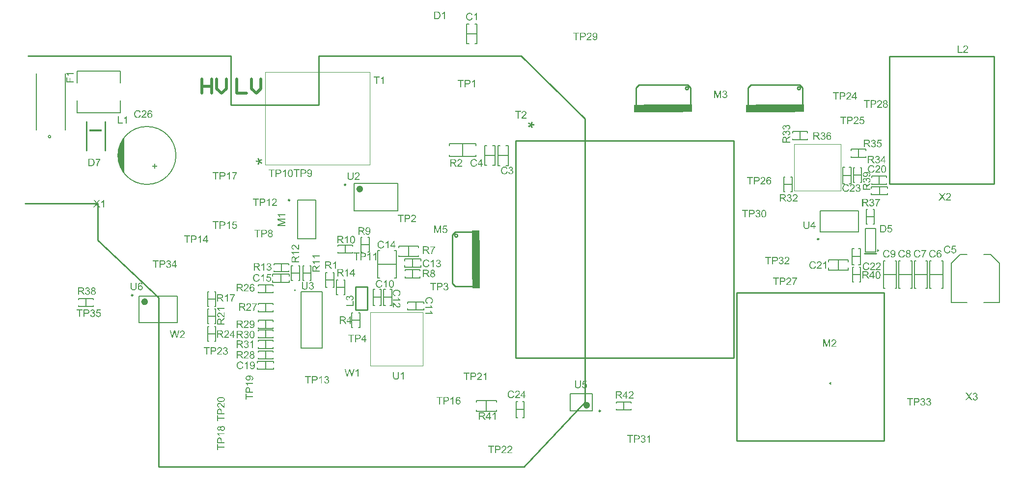
<source format=gbr>
%TF.GenerationSoftware,Altium Limited,Altium Designer,19.0.10 (269)*%
G04 Layer_Color=65535*
%FSLAX26Y26*%
%MOIN*%
%TF.FileFunction,Legend,Top*%
%TF.Part,Single*%
G01*
G75*
%TA.AperFunction,NonConductor*%
%ADD79C,0.019685*%
%ADD80C,0.009842*%
%ADD81C,0.003937*%
%ADD82C,0.005906*%
%ADD83C,0.007874*%
%ADD84C,0.010000*%
%ADD114C,0.023622*%
%ADD115C,0.001968*%
G04:AMPARAMS|DCode=116|XSize=393.701mil|YSize=51.181mil|CornerRadius=0mil|HoleSize=0mil|Usage=FLASHONLY|Rotation=270.257|XOffset=0mil|YOffset=0mil|HoleType=Round|Shape=Rectangle|*
%AMROTATEDRECTD116*
4,1,4,-0.026472,0.196734,0.024709,0.196963,0.026472,-0.196734,-0.024709,-0.196963,-0.026472,0.196734,0.0*
%
%ADD116ROTATEDRECTD116*%

G04:AMPARAMS|DCode=117|XSize=393.701mil|YSize=51.181mil|CornerRadius=0mil|HoleSize=0mil|Usage=FLASHONLY|Rotation=180.257|XOffset=0mil|YOffset=0mil|HoleType=Round|Shape=Rectangle|*
%AMROTATEDRECTD117*
4,1,4,0.196734,0.026472,0.196963,-0.024709,-0.196734,-0.026472,-0.196963,0.024709,0.196734,0.026472,0.0*
%
%ADD117ROTATEDRECTD117*%

G36*
X669291Y2373230D02*
X649606Y2402758D01*
X629921Y2461813D01*
Y2520868D01*
X639764Y2550396D01*
X659449Y2599608D01*
X669291Y2609451D01*
Y2373230D01*
D02*
G37*
G36*
X520266Y2666477D02*
Y2654608D01*
X437534D01*
Y2666477D01*
X520266D01*
D02*
G37*
G36*
X1586521Y2474332D02*
X1586666Y2474040D01*
X1586812Y2473603D01*
X1586958Y2473020D01*
X1587250Y2472145D01*
X1587541Y2471270D01*
X1588124Y2469083D01*
X1588708Y2466459D01*
X1589437Y2463543D01*
X1590020Y2460481D01*
X1590457Y2457273D01*
X1590603Y2457419D01*
X1591186Y2458002D01*
X1592061Y2459023D01*
X1593373Y2460335D01*
X1595269Y2462085D01*
X1597456Y2463980D01*
X1600226Y2466459D01*
X1603433Y2469083D01*
X1609120Y2460918D01*
X1608828Y2460773D01*
X1608099Y2460189D01*
X1606933Y2459314D01*
X1605329Y2458148D01*
X1603142Y2456836D01*
X1600663Y2455232D01*
X1597747Y2453337D01*
X1594540Y2451441D01*
X1594685D01*
X1594977Y2451296D01*
X1595414Y2451004D01*
X1596143Y2450566D01*
X1597893Y2449692D01*
X1599934Y2448525D01*
X1602267Y2447067D01*
X1604746Y2445609D01*
X1607078Y2444006D01*
X1609120Y2442548D01*
X1603433Y2434528D01*
X1603288Y2434674D01*
X1602996Y2434820D01*
X1602559Y2435258D01*
X1601830Y2435841D01*
X1600080Y2437153D01*
X1598039Y2438903D01*
X1595852Y2440798D01*
X1593811Y2442693D01*
X1591915Y2444443D01*
X1591040Y2445172D01*
X1590457Y2445901D01*
Y2445755D01*
X1590311Y2445463D01*
Y2445026D01*
X1590166Y2444443D01*
X1590020Y2443568D01*
X1589728Y2442693D01*
X1589291Y2440506D01*
X1588708Y2437882D01*
X1588124Y2435112D01*
X1586521Y2429134D01*
X1576752Y2432196D01*
Y2432341D01*
X1576898Y2432633D01*
X1577189Y2433216D01*
X1577335Y2433945D01*
X1577773Y2434820D01*
X1578210Y2435986D01*
X1579085Y2438319D01*
X1580105Y2440944D01*
X1581272Y2443568D01*
X1582438Y2446047D01*
X1583459Y2448088D01*
X1583313D01*
X1582876D01*
X1582292Y2447942D01*
X1581418D01*
X1580397Y2447796D01*
X1579231Y2447651D01*
X1576606Y2447505D01*
X1573836Y2447213D01*
X1570920Y2446921D01*
X1568441Y2446776D01*
X1567275D01*
X1566254D01*
Y2456690D01*
X1566400D01*
X1566546D01*
X1566983D01*
X1567421D01*
X1569025Y2456544D01*
X1570920Y2456398D01*
X1573399Y2456107D01*
X1576460Y2455961D01*
X1579814Y2455524D01*
X1583459Y2455086D01*
Y2455232D01*
X1583313Y2455378D01*
X1583167Y2455815D01*
X1582876Y2456398D01*
X1582147Y2457856D01*
X1581272Y2459752D01*
X1580251Y2462085D01*
X1579085Y2464855D01*
X1577918Y2467917D01*
X1576752Y2471270D01*
X1586521Y2474478D01*
Y2474332D01*
D02*
G37*
G36*
X5464706Y950276D02*
X5464761Y950165D01*
X5464816Y949998D01*
X5464872Y949776D01*
X5464983Y949443D01*
X5465094Y949110D01*
X5465316Y948278D01*
X5465538Y947279D01*
X5465815Y946169D01*
X5466038Y945003D01*
X5466204Y943782D01*
X5466260Y943838D01*
X5466481Y944060D01*
X5466815Y944448D01*
X5467314Y944948D01*
X5468035Y945614D01*
X5468868Y946335D01*
X5469922Y947279D01*
X5471144Y948278D01*
X5473308Y945170D01*
X5473197Y945114D01*
X5472919Y944892D01*
X5472475Y944559D01*
X5471865Y944115D01*
X5471033Y943616D01*
X5470089Y943005D01*
X5468979Y942284D01*
X5467758Y941562D01*
X5467814D01*
X5467925Y941507D01*
X5468091Y941396D01*
X5468368Y941229D01*
X5469034Y940896D01*
X5469811Y940452D01*
X5470699Y939897D01*
X5471643Y939342D01*
X5472531Y938732D01*
X5473308Y938177D01*
X5471144Y935124D01*
X5471088Y935180D01*
X5470977Y935235D01*
X5470810Y935402D01*
X5470533Y935624D01*
X5469867Y936123D01*
X5469090Y936789D01*
X5468257Y937511D01*
X5467480Y938232D01*
X5466759Y938898D01*
X5466426Y939176D01*
X5466204Y939453D01*
Y939398D01*
X5466149Y939287D01*
Y939120D01*
X5466093Y938898D01*
X5466038Y938565D01*
X5465926Y938232D01*
X5465760Y937400D01*
X5465538Y936401D01*
X5465316Y935346D01*
X5464706Y933071D01*
X5460987Y934236D01*
Y934292D01*
X5461042Y934403D01*
X5461154Y934625D01*
X5461209Y934902D01*
X5461376Y935235D01*
X5461542Y935679D01*
X5461875Y936567D01*
X5462264Y937566D01*
X5462708Y938565D01*
X5463151Y939509D01*
X5463540Y940286D01*
X5463484D01*
X5463318D01*
X5463096Y940230D01*
X5462763D01*
X5462374Y940175D01*
X5461931Y940119D01*
X5460931Y940064D01*
X5459877Y939953D01*
X5458767Y939842D01*
X5457824Y939786D01*
X5457380D01*
X5456991D01*
Y943560D01*
X5457047D01*
X5457102D01*
X5457269D01*
X5457435D01*
X5458046Y943505D01*
X5458767Y943449D01*
X5459711Y943338D01*
X5460876Y943283D01*
X5462153Y943116D01*
X5463540Y942950D01*
Y943005D01*
X5463484Y943061D01*
X5463429Y943227D01*
X5463318Y943449D01*
X5463041Y944004D01*
X5462708Y944726D01*
X5462319Y945614D01*
X5461875Y946668D01*
X5461431Y947834D01*
X5460987Y949110D01*
X5464706Y950331D01*
Y950276D01*
D02*
G37*
G36*
X5791297Y1852220D02*
Y1852165D01*
X5791241Y1852054D01*
X5791130Y1851832D01*
X5791074Y1851554D01*
X5790908Y1851221D01*
X5790742Y1850777D01*
X5790408Y1849889D01*
X5790020Y1848890D01*
X5789576Y1847891D01*
X5789132Y1846948D01*
X5788743Y1846171D01*
X5788799D01*
X5788966D01*
X5789188Y1846226D01*
X5789520D01*
X5789909Y1846282D01*
X5790353Y1846337D01*
X5791352Y1846393D01*
X5792407Y1846504D01*
X5793516Y1846615D01*
X5794460Y1846670D01*
X5794904D01*
X5795292D01*
Y1842896D01*
X5795237D01*
X5795181D01*
X5795015D01*
X5794849D01*
X5794238Y1842952D01*
X5793516Y1843007D01*
X5792573Y1843118D01*
X5791408Y1843174D01*
X5790131Y1843340D01*
X5788743Y1843507D01*
Y1843451D01*
X5788799Y1843396D01*
X5788855Y1843229D01*
X5788966Y1843007D01*
X5789243Y1842452D01*
X5789576Y1841731D01*
X5789965Y1840843D01*
X5790408Y1839788D01*
X5790852Y1838623D01*
X5791297Y1837346D01*
X5787578Y1836125D01*
Y1836181D01*
X5787523Y1836292D01*
X5787467Y1836458D01*
X5787412Y1836680D01*
X5787301Y1837013D01*
X5787190Y1837346D01*
X5786967Y1838179D01*
X5786745Y1839178D01*
X5786468Y1840288D01*
X5786246Y1841453D01*
X5786079Y1842674D01*
X5786024Y1842619D01*
X5785802Y1842397D01*
X5785469Y1842008D01*
X5784970Y1841509D01*
X5784248Y1840843D01*
X5783416Y1840121D01*
X5782361Y1839178D01*
X5781140Y1838179D01*
X5778975Y1841287D01*
X5779087Y1841342D01*
X5779364Y1841564D01*
X5779808Y1841897D01*
X5780418Y1842341D01*
X5781251Y1842841D01*
X5782194Y1843451D01*
X5783305Y1844173D01*
X5784525Y1844894D01*
X5784470D01*
X5784359Y1844950D01*
X5784193Y1845061D01*
X5783915Y1845227D01*
X5783249Y1845560D01*
X5782472Y1846004D01*
X5781584Y1846559D01*
X5780641Y1847114D01*
X5779752Y1847725D01*
X5778975Y1848280D01*
X5781140Y1851332D01*
X5781195Y1851277D01*
X5781306Y1851221D01*
X5781473Y1851055D01*
X5781751Y1850833D01*
X5782417Y1850333D01*
X5783194Y1849667D01*
X5784026Y1848946D01*
X5784803Y1848224D01*
X5785525Y1847558D01*
X5785858Y1847281D01*
X5786079Y1847003D01*
Y1847059D01*
X5786135Y1847170D01*
Y1847336D01*
X5786190Y1847558D01*
X5786246Y1847891D01*
X5786357Y1848224D01*
X5786524Y1849057D01*
X5786745Y1850056D01*
X5786967Y1851110D01*
X5787578Y1853386D01*
X5791297Y1852220D01*
D02*
G37*
G36*
X881964Y2420112D02*
X895669D01*
Y2414353D01*
X881964D01*
Y2400648D01*
X876132D01*
Y2414353D01*
X862427D01*
Y2420112D01*
X876132D01*
Y2433963D01*
X881964D01*
Y2420112D01*
D02*
G37*
G36*
X3446151Y2719625D02*
Y2719480D01*
X3446006Y2719188D01*
X3445714Y2718605D01*
X3445568Y2717876D01*
X3445131Y2717001D01*
X3444693Y2715835D01*
X3443819Y2713502D01*
X3442798Y2710877D01*
X3441632Y2708253D01*
X3440465Y2705774D01*
X3439445Y2703733D01*
X3439590D01*
X3440028D01*
X3440611Y2703879D01*
X3441486D01*
X3442506Y2704025D01*
X3443673Y2704171D01*
X3446297Y2704316D01*
X3449067Y2704608D01*
X3451983Y2704900D01*
X3454462Y2705045D01*
X3455628D01*
X3456649D01*
Y2695131D01*
X3456503D01*
X3456357D01*
X3455920D01*
X3455483D01*
X3453879Y2695277D01*
X3451983Y2695423D01*
X3449505Y2695714D01*
X3446443Y2695860D01*
X3443090Y2696297D01*
X3439445Y2696735D01*
Y2696589D01*
X3439590Y2696443D01*
X3439736Y2696006D01*
X3440028Y2695423D01*
X3440757Y2693965D01*
X3441632Y2692069D01*
X3442652Y2689736D01*
X3443819Y2686966D01*
X3444985Y2683904D01*
X3446151Y2680551D01*
X3436383Y2677343D01*
Y2677489D01*
X3436237Y2677781D01*
X3436091Y2678218D01*
X3435945Y2678801D01*
X3435654Y2679676D01*
X3435362Y2680551D01*
X3434779Y2682738D01*
X3434196Y2685362D01*
X3433467Y2688278D01*
X3432884Y2691340D01*
X3432446Y2694548D01*
X3432300Y2694402D01*
X3431717Y2693819D01*
X3430842Y2692798D01*
X3429530Y2691486D01*
X3427635Y2689736D01*
X3425448Y2687841D01*
X3422678Y2685362D01*
X3419470Y2682738D01*
X3413784Y2690903D01*
X3414075Y2691049D01*
X3414804Y2691632D01*
X3415971Y2692507D01*
X3417575Y2693673D01*
X3419762Y2694985D01*
X3422240Y2696589D01*
X3425156Y2698484D01*
X3428364Y2700380D01*
X3428218D01*
X3427926Y2700526D01*
X3427489Y2700817D01*
X3426760Y2701255D01*
X3425010Y2702129D01*
X3422969Y2703296D01*
X3420636Y2704754D01*
X3418158Y2706212D01*
X3415825Y2707816D01*
X3413784Y2709274D01*
X3419470Y2717293D01*
X3419616Y2717147D01*
X3419907Y2717001D01*
X3420345Y2716564D01*
X3421074Y2715980D01*
X3422823Y2714668D01*
X3424865Y2712919D01*
X3427052Y2711023D01*
X3429093Y2709128D01*
X3430988Y2707378D01*
X3431863Y2706649D01*
X3432446Y2705920D01*
Y2706066D01*
X3432592Y2706358D01*
Y2706795D01*
X3432738Y2707378D01*
X3432884Y2708253D01*
X3433175Y2709128D01*
X3433613Y2711315D01*
X3434196Y2713939D01*
X3434779Y2716709D01*
X3436383Y2722687D01*
X3446151Y2719625D01*
D02*
G37*
G36*
X974836Y1778172D02*
X975783Y1778026D01*
X976950Y1777807D01*
X978262Y1777443D01*
X979574Y1777005D01*
X980886Y1776422D01*
X980959D01*
X981032Y1776349D01*
X981470Y1776130D01*
X982126Y1775693D01*
X982855Y1775183D01*
X983729Y1774454D01*
X984604Y1773652D01*
X985479Y1772704D01*
X986208Y1771611D01*
X986281Y1771465D01*
X986500Y1771100D01*
X986791Y1770444D01*
X987156Y1769642D01*
X987520Y1768695D01*
X987812Y1767601D01*
X988030Y1766362D01*
X988103Y1765123D01*
Y1764977D01*
Y1764539D01*
X988030Y1763956D01*
X987885Y1763154D01*
X987666Y1762207D01*
X987302Y1761186D01*
X986864Y1760165D01*
X986281Y1759145D01*
X986208Y1758999D01*
X985989Y1758707D01*
X985552Y1758197D01*
X984969Y1757614D01*
X984240Y1756958D01*
X983365Y1756229D01*
X982344Y1755573D01*
X981105Y1754917D01*
X981178D01*
X981324Y1754844D01*
X981542Y1754771D01*
X981834Y1754698D01*
X982636Y1754406D01*
X983657Y1753969D01*
X984823Y1753386D01*
X985989Y1752657D01*
X987083Y1751709D01*
X988103Y1750616D01*
X988176Y1750470D01*
X988468Y1750032D01*
X988905Y1749303D01*
X989343Y1748356D01*
X989780Y1747189D01*
X990217Y1745804D01*
X990509Y1744200D01*
X990582Y1742451D01*
Y1742378D01*
Y1742159D01*
Y1741795D01*
X990509Y1741357D01*
X990436Y1740774D01*
X990290Y1740118D01*
X990145Y1739389D01*
X989999Y1738587D01*
X989416Y1736837D01*
X988978Y1735890D01*
X988541Y1735015D01*
X987958Y1734067D01*
X987302Y1733120D01*
X986572Y1732172D01*
X985698Y1731297D01*
X985625Y1731224D01*
X985479Y1731078D01*
X985187Y1730860D01*
X984823Y1730568D01*
X984385Y1730204D01*
X983802Y1729839D01*
X983146Y1729402D01*
X982344Y1729037D01*
X981542Y1728600D01*
X980595Y1728162D01*
X979647Y1727798D01*
X978553Y1727433D01*
X977387Y1727142D01*
X976148Y1726923D01*
X974909Y1726777D01*
X973523Y1726704D01*
X972867D01*
X972430Y1726777D01*
X971847Y1726850D01*
X971191Y1726923D01*
X970462Y1727069D01*
X969660Y1727215D01*
X967910Y1727652D01*
X966088Y1728381D01*
X965140Y1728818D01*
X964265Y1729329D01*
X963390Y1729985D01*
X962515Y1730641D01*
X962443Y1730714D01*
X962297Y1730860D01*
X962078Y1731078D01*
X961859Y1731370D01*
X961495Y1731734D01*
X961130Y1732245D01*
X960693Y1732755D01*
X960256Y1733411D01*
X959818Y1734140D01*
X959381Y1734869D01*
X958579Y1736619D01*
X957923Y1738660D01*
X957704Y1739753D01*
X957558Y1740920D01*
X963755Y1741722D01*
Y1741649D01*
X963828Y1741503D01*
X963901Y1741211D01*
X963973Y1740847D01*
X964046Y1740409D01*
X964192Y1739899D01*
X964557Y1738806D01*
X965067Y1737494D01*
X965723Y1736254D01*
X966452Y1735088D01*
X967327Y1734067D01*
X967473Y1733994D01*
X967764Y1733703D01*
X968347Y1733338D01*
X969077Y1732974D01*
X969951Y1732536D01*
X971045Y1732172D01*
X972284Y1731880D01*
X973596Y1731807D01*
X974034D01*
X974325Y1731880D01*
X975127Y1731953D01*
X976148Y1732172D01*
X977314Y1732536D01*
X978553Y1733047D01*
X979793Y1733776D01*
X980959Y1734796D01*
X981105Y1734942D01*
X981470Y1735379D01*
X981907Y1736035D01*
X982490Y1736910D01*
X983073Y1738004D01*
X983511Y1739243D01*
X983875Y1740701D01*
X984021Y1742305D01*
Y1742378D01*
Y1742524D01*
Y1742742D01*
X983948Y1743034D01*
X983875Y1743836D01*
X983657Y1744784D01*
X983365Y1745950D01*
X982855Y1747116D01*
X982126Y1748283D01*
X981178Y1749376D01*
X981032Y1749522D01*
X980668Y1749814D01*
X980084Y1750251D01*
X979283Y1750761D01*
X978262Y1751272D01*
X977023Y1751709D01*
X975638Y1752001D01*
X974107Y1752146D01*
X973451D01*
X972940Y1752073D01*
X972284Y1752001D01*
X971555Y1751855D01*
X970680Y1751709D01*
X969733Y1751490D01*
X970462Y1756958D01*
X970826D01*
X971118Y1756885D01*
X972065D01*
X972867Y1757031D01*
X973815Y1757177D01*
X974909Y1757395D01*
X976148Y1757760D01*
X977314Y1758270D01*
X978553Y1758926D01*
X978626D01*
X978699Y1758999D01*
X979064Y1759291D01*
X979574Y1759801D01*
X980157Y1760457D01*
X980740Y1761405D01*
X981251Y1762498D01*
X981615Y1763737D01*
X981761Y1764466D01*
Y1765268D01*
Y1765341D01*
Y1765414D01*
Y1765852D01*
X981615Y1766435D01*
X981470Y1767237D01*
X981178Y1768111D01*
X980813Y1769059D01*
X980230Y1770007D01*
X979428Y1770882D01*
X979355Y1770955D01*
X978991Y1771246D01*
X978481Y1771611D01*
X977824Y1772048D01*
X976950Y1772413D01*
X975929Y1772777D01*
X974763Y1773069D01*
X973451Y1773142D01*
X972867D01*
X972211Y1772996D01*
X971336Y1772850D01*
X970389Y1772558D01*
X969441Y1772194D01*
X968420Y1771611D01*
X967473Y1770882D01*
X967400Y1770809D01*
X967108Y1770444D01*
X966671Y1769934D01*
X966160Y1769205D01*
X965650Y1768257D01*
X965140Y1767091D01*
X964702Y1765706D01*
X964411Y1764102D01*
X958214Y1765196D01*
Y1765268D01*
X958287Y1765487D01*
X958360Y1765779D01*
X958433Y1766216D01*
X958579Y1766726D01*
X958798Y1767310D01*
X959235Y1768695D01*
X959964Y1770299D01*
X960839Y1771902D01*
X961932Y1773433D01*
X963317Y1774818D01*
X963390Y1774891D01*
X963536Y1774964D01*
X963755Y1775110D01*
X964046Y1775329D01*
X964411Y1775620D01*
X964921Y1775912D01*
X965432Y1776203D01*
X966088Y1776568D01*
X967546Y1777151D01*
X969222Y1777734D01*
X971191Y1778099D01*
X972211Y1778245D01*
X974034D01*
X974836Y1778172D01*
D02*
G37*
G36*
X1022731Y1745367D02*
X1029583D01*
Y1739680D01*
X1022731D01*
Y1727579D01*
X1016534D01*
Y1739680D01*
X994591D01*
Y1745367D01*
X1017701Y1778026D01*
X1022731D01*
Y1745367D01*
D02*
G37*
G36*
X934813Y1777953D02*
X936053Y1777880D01*
X937365Y1777807D01*
X938604Y1777661D01*
X939698Y1777516D01*
X939844D01*
X940354Y1777370D01*
X941010Y1777224D01*
X941885Y1777005D01*
X942832Y1776641D01*
X943853Y1776203D01*
X944947Y1775693D01*
X945894Y1775110D01*
X946040Y1775037D01*
X946332Y1774818D01*
X946769Y1774381D01*
X947352Y1773871D01*
X948008Y1773215D01*
X948664Y1772340D01*
X949394Y1771392D01*
X949977Y1770299D01*
X950050Y1770153D01*
X950195Y1769788D01*
X950487Y1769132D01*
X950779Y1768257D01*
X950997Y1767237D01*
X951289Y1766070D01*
X951435Y1764758D01*
X951508Y1763373D01*
Y1763300D01*
Y1763081D01*
Y1762790D01*
X951435Y1762280D01*
X951362Y1761769D01*
X951289Y1761113D01*
X951143Y1760384D01*
X950997Y1759582D01*
X950487Y1757906D01*
X950195Y1757031D01*
X949758Y1756083D01*
X949248Y1755135D01*
X948737Y1754261D01*
X948081Y1753386D01*
X947352Y1752511D01*
X947279Y1752438D01*
X947134Y1752292D01*
X946915Y1752073D01*
X946550Y1751855D01*
X946113Y1751490D01*
X945530Y1751126D01*
X944801Y1750688D01*
X943999Y1750324D01*
X943051Y1749887D01*
X941958Y1749449D01*
X940791Y1749085D01*
X939406Y1748793D01*
X937948Y1748501D01*
X936344Y1748283D01*
X934522Y1748137D01*
X932626Y1748064D01*
X919723D01*
Y1727579D01*
X913016D01*
Y1778026D01*
X933720D01*
X934813Y1777953D01*
D02*
G37*
G36*
X906091Y1772048D02*
X889470D01*
Y1727579D01*
X882763D01*
Y1772048D01*
X866142D01*
Y1778026D01*
X906091D01*
Y1772048D01*
D02*
G37*
G36*
X459088Y1444303D02*
X460035Y1444158D01*
X461202Y1443939D01*
X462514Y1443574D01*
X463826Y1443137D01*
X465138Y1442554D01*
X465211D01*
X465284Y1442481D01*
X465721Y1442262D01*
X466378Y1441825D01*
X467107Y1441314D01*
X467981Y1440585D01*
X468856Y1439784D01*
X469731Y1438836D01*
X470460Y1437742D01*
X470533Y1437597D01*
X470752Y1437232D01*
X471043Y1436576D01*
X471408Y1435774D01*
X471772Y1434826D01*
X472064Y1433733D01*
X472283Y1432494D01*
X472355Y1431254D01*
Y1431108D01*
Y1430671D01*
X472283Y1430088D01*
X472137Y1429286D01*
X471918Y1428338D01*
X471553Y1427318D01*
X471116Y1426297D01*
X470533Y1425276D01*
X470460Y1425131D01*
X470241Y1424839D01*
X469804Y1424329D01*
X469221Y1423745D01*
X468492Y1423089D01*
X467617Y1422360D01*
X466596Y1421704D01*
X465357Y1421048D01*
X465430D01*
X465576Y1420975D01*
X465794Y1420902D01*
X466086Y1420830D01*
X466888Y1420538D01*
X467909Y1420101D01*
X469075Y1419517D01*
X470241Y1418788D01*
X471335Y1417841D01*
X472355Y1416747D01*
X472428Y1416601D01*
X472720Y1416164D01*
X473157Y1415435D01*
X473595Y1414487D01*
X474032Y1413321D01*
X474469Y1411936D01*
X474761Y1410332D01*
X474834Y1408582D01*
Y1408509D01*
Y1408291D01*
Y1407926D01*
X474761Y1407489D01*
X474688Y1406906D01*
X474542Y1406249D01*
X474397Y1405521D01*
X474251Y1404719D01*
X473668Y1402969D01*
X473230Y1402021D01*
X472793Y1401147D01*
X472210Y1400199D01*
X471553Y1399251D01*
X470825Y1398303D01*
X469950Y1397429D01*
X469877Y1397356D01*
X469731Y1397210D01*
X469439Y1396991D01*
X469075Y1396700D01*
X468637Y1396335D01*
X468054Y1395971D01*
X467398Y1395533D01*
X466596Y1395169D01*
X465794Y1394731D01*
X464847Y1394294D01*
X463899Y1393929D01*
X462805Y1393565D01*
X461639Y1393273D01*
X460400Y1393055D01*
X459161Y1392909D01*
X457775Y1392836D01*
X457119D01*
X456682Y1392909D01*
X456099Y1392982D01*
X455443Y1393055D01*
X454714Y1393200D01*
X453912Y1393346D01*
X452162Y1393784D01*
X450340Y1394513D01*
X449392Y1394950D01*
X448517Y1395460D01*
X447642Y1396116D01*
X446767Y1396773D01*
X446695Y1396845D01*
X446549Y1396991D01*
X446330Y1397210D01*
X446111Y1397502D01*
X445747Y1397866D01*
X445382Y1398376D01*
X444945Y1398887D01*
X444508Y1399543D01*
X444070Y1400272D01*
X443633Y1401001D01*
X442831Y1402750D01*
X442175Y1404792D01*
X441956Y1405885D01*
X441810Y1407051D01*
X448007Y1407853D01*
Y1407780D01*
X448080Y1407635D01*
X448153Y1407343D01*
X448226Y1406978D01*
X448298Y1406541D01*
X448444Y1406031D01*
X448809Y1404937D01*
X449319Y1403625D01*
X449975Y1402386D01*
X450704Y1401219D01*
X451579Y1400199D01*
X451725Y1400126D01*
X452016Y1399834D01*
X452599Y1399470D01*
X453329Y1399105D01*
X454203Y1398668D01*
X455297Y1398303D01*
X456536Y1398012D01*
X457848Y1397939D01*
X458286D01*
X458577Y1398012D01*
X459379Y1398085D01*
X460400Y1398303D01*
X461566Y1398668D01*
X462805Y1399178D01*
X464045Y1399907D01*
X465211Y1400928D01*
X465357Y1401074D01*
X465721Y1401511D01*
X466159Y1402167D01*
X466742Y1403042D01*
X467325Y1404135D01*
X467763Y1405375D01*
X468127Y1406833D01*
X468273Y1408437D01*
Y1408509D01*
Y1408655D01*
Y1408874D01*
X468200Y1409166D01*
X468127Y1409967D01*
X467909Y1410915D01*
X467617Y1412082D01*
X467107Y1413248D01*
X466378Y1414414D01*
X465430Y1415508D01*
X465284Y1415654D01*
X464920Y1415945D01*
X464336Y1416383D01*
X463534Y1416893D01*
X462514Y1417403D01*
X461275Y1417841D01*
X459889Y1418132D01*
X458359Y1418278D01*
X457702D01*
X457192Y1418205D01*
X456536Y1418132D01*
X455807Y1417986D01*
X454932Y1417841D01*
X453985Y1417622D01*
X454714Y1423089D01*
X455078D01*
X455370Y1423016D01*
X456317D01*
X457119Y1423162D01*
X458067Y1423308D01*
X459161Y1423527D01*
X460400Y1423891D01*
X461566Y1424402D01*
X462805Y1425058D01*
X462878D01*
X462951Y1425131D01*
X463316Y1425422D01*
X463826Y1425932D01*
X464409Y1426589D01*
X464993Y1427536D01*
X465503Y1428630D01*
X465867Y1429869D01*
X466013Y1430598D01*
Y1431400D01*
Y1431473D01*
Y1431546D01*
Y1431983D01*
X465867Y1432566D01*
X465721Y1433368D01*
X465430Y1434243D01*
X465065Y1435191D01*
X464482Y1436139D01*
X463680Y1437013D01*
X463607Y1437086D01*
X463243Y1437378D01*
X462733Y1437742D01*
X462077Y1438180D01*
X461202Y1438544D01*
X460181Y1438909D01*
X459015Y1439200D01*
X457702Y1439273D01*
X457119D01*
X456463Y1439127D01*
X455588Y1438982D01*
X454641Y1438690D01*
X453693Y1438325D01*
X452672Y1437742D01*
X451725Y1437013D01*
X451652Y1436940D01*
X451360Y1436576D01*
X450923Y1436066D01*
X450413Y1435337D01*
X449902Y1434389D01*
X449392Y1433223D01*
X448954Y1431837D01*
X448663Y1430234D01*
X442466Y1431327D01*
Y1431400D01*
X442539Y1431619D01*
X442612Y1431910D01*
X442685Y1432348D01*
X442831Y1432858D01*
X443050Y1433441D01*
X443487Y1434826D01*
X444216Y1436430D01*
X445091Y1438034D01*
X446184Y1439565D01*
X447569Y1440950D01*
X447642Y1441023D01*
X447788Y1441096D01*
X448007Y1441242D01*
X448298Y1441460D01*
X448663Y1441752D01*
X449173Y1442043D01*
X449683Y1442335D01*
X450340Y1442699D01*
X451798Y1443283D01*
X453474Y1443866D01*
X455443Y1444230D01*
X456463Y1444376D01*
X458286D01*
X459088Y1444303D01*
D02*
G37*
G36*
X512013Y1437597D02*
X491820D01*
X489122Y1423964D01*
X489195Y1424037D01*
X489341Y1424110D01*
X489560Y1424256D01*
X489924Y1424475D01*
X490362Y1424693D01*
X490872Y1424985D01*
X492038Y1425568D01*
X493496Y1426151D01*
X495100Y1426661D01*
X496850Y1427026D01*
X497725Y1427172D01*
X499328D01*
X499766Y1427099D01*
X500349Y1427026D01*
X501005Y1426953D01*
X501734Y1426807D01*
X502536Y1426589D01*
X504286Y1426078D01*
X505233Y1425714D01*
X506181Y1425204D01*
X507129Y1424693D01*
X508076Y1424110D01*
X508951Y1423381D01*
X509826Y1422579D01*
X509899Y1422506D01*
X510045Y1422360D01*
X510263Y1422142D01*
X510555Y1421777D01*
X510920Y1421267D01*
X511284Y1420757D01*
X511721Y1420101D01*
X512159Y1419371D01*
X512523Y1418570D01*
X512961Y1417695D01*
X513325Y1416674D01*
X513690Y1415654D01*
X513981Y1414560D01*
X514200Y1413321D01*
X514346Y1412082D01*
X514419Y1410769D01*
Y1410696D01*
Y1410478D01*
Y1410113D01*
X514346Y1409603D01*
X514273Y1409020D01*
X514200Y1408364D01*
X514054Y1407562D01*
X513908Y1406760D01*
X513471Y1404864D01*
X512742Y1402896D01*
X512305Y1401876D01*
X511721Y1400928D01*
X511138Y1399907D01*
X510409Y1398959D01*
X510336Y1398887D01*
X510190Y1398668D01*
X509899Y1398376D01*
X509534Y1398012D01*
X509024Y1397574D01*
X508441Y1396991D01*
X507712Y1396481D01*
X506910Y1395898D01*
X506035Y1395314D01*
X505015Y1394804D01*
X503921Y1394294D01*
X502755Y1393784D01*
X501515Y1393419D01*
X500130Y1393128D01*
X498672Y1392909D01*
X497141Y1392836D01*
X496485D01*
X495975Y1392909D01*
X495392Y1392982D01*
X494736Y1393055D01*
X493934Y1393128D01*
X493132Y1393346D01*
X491309Y1393784D01*
X489487Y1394440D01*
X488539Y1394877D01*
X487591Y1395387D01*
X486717Y1395971D01*
X485842Y1396627D01*
X485769Y1396700D01*
X485623Y1396773D01*
X485477Y1397064D01*
X485186Y1397356D01*
X484821Y1397720D01*
X484457Y1398158D01*
X484019Y1398741D01*
X483655Y1399397D01*
X483217Y1400053D01*
X482780Y1400855D01*
X481978Y1402604D01*
X481322Y1404646D01*
X481103Y1405739D01*
X480958Y1406906D01*
X487446Y1407416D01*
Y1407343D01*
Y1407197D01*
X487519Y1406978D01*
X487591Y1406614D01*
X487810Y1405812D01*
X488102Y1404719D01*
X488539Y1403625D01*
X489122Y1402386D01*
X489851Y1401292D01*
X490726Y1400272D01*
X490872Y1400199D01*
X491164Y1399907D01*
X491747Y1399543D01*
X492549Y1399105D01*
X493423Y1398668D01*
X494517Y1398303D01*
X495756Y1398012D01*
X497141Y1397939D01*
X497579D01*
X497870Y1398012D01*
X498745Y1398085D01*
X499766Y1398376D01*
X501005Y1398741D01*
X502244Y1399324D01*
X503557Y1400199D01*
X504140Y1400709D01*
X504723Y1401292D01*
X504796Y1401365D01*
X504869Y1401438D01*
X505015Y1401657D01*
X505233Y1401876D01*
X505744Y1402677D01*
X506327Y1403698D01*
X506837Y1404937D01*
X507347Y1406468D01*
X507712Y1408291D01*
X507858Y1409238D01*
Y1410259D01*
Y1410332D01*
Y1410478D01*
Y1410769D01*
X507785Y1411134D01*
Y1411571D01*
X507712Y1412082D01*
X507493Y1413248D01*
X507129Y1414633D01*
X506618Y1416018D01*
X505889Y1417330D01*
X504869Y1418570D01*
Y1418642D01*
X504723Y1418715D01*
X504358Y1419080D01*
X503702Y1419590D01*
X502828Y1420173D01*
X501661Y1420684D01*
X500349Y1421194D01*
X498818Y1421559D01*
X497943Y1421704D01*
X496558D01*
X495975Y1421631D01*
X495246Y1421559D01*
X494371Y1421340D01*
X493496Y1421121D01*
X492549Y1420757D01*
X491601Y1420319D01*
X491528Y1420246D01*
X491236Y1420101D01*
X490799Y1419736D01*
X490216Y1419371D01*
X489633Y1418861D01*
X489050Y1418205D01*
X488393Y1417549D01*
X487883Y1416747D01*
X482051Y1417549D01*
X486935Y1443501D01*
X512013D01*
Y1437597D01*
D02*
G37*
G36*
X419065Y1444085D02*
X420305Y1444012D01*
X421617Y1443939D01*
X422856Y1443793D01*
X423950Y1443647D01*
X424096D01*
X424606Y1443501D01*
X425262Y1443356D01*
X426137Y1443137D01*
X427084Y1442772D01*
X428105Y1442335D01*
X429199Y1441825D01*
X430146Y1441242D01*
X430292Y1441169D01*
X430584Y1440950D01*
X431021Y1440513D01*
X431604Y1440002D01*
X432260Y1439346D01*
X432916Y1438471D01*
X433646Y1437524D01*
X434229Y1436430D01*
X434302Y1436284D01*
X434447Y1435920D01*
X434739Y1435264D01*
X435031Y1434389D01*
X435249Y1433368D01*
X435541Y1432202D01*
X435687Y1430890D01*
X435760Y1429505D01*
Y1429432D01*
Y1429213D01*
Y1428921D01*
X435687Y1428411D01*
X435614Y1427901D01*
X435541Y1427245D01*
X435395Y1426516D01*
X435249Y1425714D01*
X434739Y1424037D01*
X434447Y1423162D01*
X434010Y1422215D01*
X433500Y1421267D01*
X432989Y1420392D01*
X432333Y1419517D01*
X431604Y1418642D01*
X431531Y1418570D01*
X431386Y1418424D01*
X431167Y1418205D01*
X430802Y1417986D01*
X430365Y1417622D01*
X429782Y1417257D01*
X429053Y1416820D01*
X428251Y1416456D01*
X427303Y1416018D01*
X426210Y1415581D01*
X425043Y1415216D01*
X423658Y1414925D01*
X422200Y1414633D01*
X420596Y1414414D01*
X418774Y1414268D01*
X416878Y1414196D01*
X403975D01*
Y1393711D01*
X397268D01*
Y1444158D01*
X417972D01*
X419065Y1444085D01*
D02*
G37*
G36*
X390343Y1438180D02*
X373722D01*
Y1393711D01*
X367015D01*
Y1438180D01*
X350394D01*
Y1444158D01*
X390343D01*
Y1438180D01*
D02*
G37*
G36*
X3051924Y2954937D02*
X3045727D01*
Y2994376D01*
X3045654Y2994303D01*
X3045290Y2994011D01*
X3044852Y2993574D01*
X3044123Y2993064D01*
X3043321Y2992408D01*
X3042301Y2991679D01*
X3041134Y2990877D01*
X3039822Y2990075D01*
X3039749D01*
X3039676Y2990002D01*
X3039239Y2989710D01*
X3038510Y2989346D01*
X3037635Y2988908D01*
X3036615Y2988398D01*
X3035521Y2987888D01*
X3034428Y2987378D01*
X3033334Y2986940D01*
Y2992918D01*
X3033407D01*
X3033553Y2993064D01*
X3033844Y2993137D01*
X3034209Y2993355D01*
X3034646Y2993574D01*
X3035157Y2993866D01*
X3036396Y2994595D01*
X3037854Y2995396D01*
X3039312Y2996417D01*
X3040843Y2997584D01*
X3042374Y2998823D01*
X3042447Y2998896D01*
X3042519Y2998969D01*
X3042738Y2999187D01*
X3043030Y2999406D01*
X3043686Y3000135D01*
X3044561Y3001010D01*
X3045436Y3002030D01*
X3046383Y3003197D01*
X3047185Y3004363D01*
X3047914Y3005602D01*
X3051924D01*
Y2954937D01*
D02*
G37*
G36*
X3005924Y3005311D02*
X3007163Y3005238D01*
X3008475Y3005165D01*
X3009715Y3005019D01*
X3010808Y3004874D01*
X3010954D01*
X3011464Y3004728D01*
X3012120Y3004582D01*
X3012995Y3004363D01*
X3013943Y3003999D01*
X3014963Y3003561D01*
X3016057Y3003051D01*
X3017005Y3002468D01*
X3017150Y3002395D01*
X3017442Y3002176D01*
X3017879Y3001739D01*
X3018463Y3001229D01*
X3019119Y3000572D01*
X3019775Y2999698D01*
X3020504Y2998750D01*
X3021087Y2997656D01*
X3021160Y2997511D01*
X3021306Y2997146D01*
X3021597Y2996490D01*
X3021889Y2995615D01*
X3022108Y2994595D01*
X3022399Y2993428D01*
X3022545Y2992116D01*
X3022618Y2990731D01*
Y2990658D01*
Y2990439D01*
Y2990148D01*
X3022545Y2989637D01*
X3022472Y2989127D01*
X3022399Y2988471D01*
X3022253Y2987742D01*
X3022108Y2986940D01*
X3021597Y2985263D01*
X3021306Y2984389D01*
X3020868Y2983441D01*
X3020358Y2982493D01*
X3019848Y2981618D01*
X3019191Y2980744D01*
X3018463Y2979869D01*
X3018390Y2979796D01*
X3018244Y2979650D01*
X3018025Y2979431D01*
X3017661Y2979213D01*
X3017223Y2978848D01*
X3016640Y2978484D01*
X3015911Y2978046D01*
X3015109Y2977682D01*
X3014161Y2977244D01*
X3013068Y2976807D01*
X3011901Y2976443D01*
X3010516Y2976151D01*
X3009058Y2975859D01*
X3007455Y2975641D01*
X3005632Y2975495D01*
X3003737Y2975422D01*
X2990833D01*
Y2954937D01*
X2984127D01*
Y3005384D01*
X3004830D01*
X3005924Y3005311D01*
D02*
G37*
G36*
X2977201Y2999406D02*
X2960580D01*
Y2954937D01*
X2953873D01*
Y2999406D01*
X2937252D01*
Y3005384D01*
X2977201D01*
Y2999406D01*
D02*
G37*
G36*
X2637222Y2088378D02*
X2637805Y2088305D01*
X2638534Y2088232D01*
X2639336Y2088086D01*
X2640138Y2087941D01*
X2642033Y2087430D01*
X2643929Y2086701D01*
X2644876Y2086264D01*
X2645824Y2085753D01*
X2646699Y2085097D01*
X2647501Y2084368D01*
X2647574Y2084296D01*
X2647720Y2084223D01*
X2647865Y2083931D01*
X2648157Y2083639D01*
X2648521Y2083275D01*
X2648886Y2082765D01*
X2649251Y2082254D01*
X2649688Y2081598D01*
X2650417Y2080213D01*
X2651146Y2078463D01*
X2651438Y2077589D01*
X2651583Y2076568D01*
X2651729Y2075548D01*
X2651802Y2074454D01*
Y2074308D01*
Y2073944D01*
X2651729Y2073360D01*
X2651656Y2072559D01*
X2651510Y2071684D01*
X2651219Y2070663D01*
X2650927Y2069570D01*
X2650490Y2068476D01*
X2650417Y2068330D01*
X2650271Y2067966D01*
X2649979Y2067383D01*
X2649542Y2066581D01*
X2648959Y2065706D01*
X2648230Y2064613D01*
X2647355Y2063519D01*
X2646334Y2062280D01*
X2646189Y2062134D01*
X2645824Y2061697D01*
X2645460Y2061332D01*
X2645095Y2060968D01*
X2644658Y2060530D01*
X2644075Y2059947D01*
X2643491Y2059364D01*
X2642762Y2058708D01*
X2642033Y2057979D01*
X2641159Y2057177D01*
X2640211Y2056375D01*
X2639190Y2055427D01*
X2638024Y2054479D01*
X2636858Y2053459D01*
X2636785Y2053386D01*
X2636639Y2053240D01*
X2636347Y2053021D01*
X2635983Y2052730D01*
X2635545Y2052292D01*
X2635035Y2051855D01*
X2633869Y2050907D01*
X2632629Y2049814D01*
X2631463Y2048720D01*
X2630442Y2047773D01*
X2630005Y2047408D01*
X2629640Y2047044D01*
X2629568Y2046971D01*
X2629349Y2046752D01*
X2629057Y2046460D01*
X2628693Y2046023D01*
X2628328Y2045513D01*
X2627891Y2045002D01*
X2627016Y2043763D01*
X2651875D01*
Y2037785D01*
X2618414D01*
Y2037858D01*
Y2038150D01*
Y2038587D01*
X2618487Y2039170D01*
X2618560Y2039826D01*
X2618705Y2040555D01*
X2618851Y2041284D01*
X2619143Y2042086D01*
Y2042159D01*
X2619216Y2042232D01*
X2619361Y2042670D01*
X2619653Y2043326D01*
X2620090Y2044200D01*
X2620674Y2045221D01*
X2621403Y2046388D01*
X2622205Y2047554D01*
X2623225Y2048793D01*
Y2048866D01*
X2623371Y2048939D01*
X2623735Y2049376D01*
X2624392Y2050032D01*
X2625339Y2050980D01*
X2626433Y2052074D01*
X2627818Y2053386D01*
X2629495Y2054844D01*
X2631317Y2056375D01*
X2631390Y2056448D01*
X2631682Y2056666D01*
X2632119Y2057031D01*
X2632629Y2057468D01*
X2633285Y2058052D01*
X2634087Y2058708D01*
X2634889Y2059437D01*
X2635837Y2060238D01*
X2637659Y2061988D01*
X2639482Y2063738D01*
X2640357Y2064613D01*
X2641159Y2065487D01*
X2641888Y2066289D01*
X2642471Y2067091D01*
Y2067164D01*
X2642617Y2067237D01*
X2642762Y2067456D01*
X2642908Y2067747D01*
X2643419Y2068549D01*
X2644002Y2069497D01*
X2644512Y2070663D01*
X2645022Y2071903D01*
X2645314Y2073288D01*
X2645460Y2074600D01*
Y2074673D01*
Y2074746D01*
X2645387Y2075183D01*
X2645314Y2075912D01*
X2645095Y2076714D01*
X2644804Y2077735D01*
X2644293Y2078755D01*
X2643637Y2079776D01*
X2642762Y2080796D01*
X2642617Y2080942D01*
X2642252Y2081234D01*
X2641742Y2081598D01*
X2640940Y2082108D01*
X2639919Y2082546D01*
X2638753Y2082983D01*
X2637368Y2083275D01*
X2635837Y2083348D01*
X2635399D01*
X2635108Y2083275D01*
X2634233Y2083202D01*
X2633213Y2082983D01*
X2632119Y2082692D01*
X2630880Y2082181D01*
X2629713Y2081525D01*
X2628620Y2080651D01*
X2628474Y2080505D01*
X2628182Y2080140D01*
X2627745Y2079557D01*
X2627308Y2078682D01*
X2626797Y2077662D01*
X2626360Y2076349D01*
X2626068Y2074891D01*
X2625923Y2073215D01*
X2619580Y2073871D01*
Y2073944D01*
X2619653Y2074162D01*
Y2074527D01*
X2619726Y2075037D01*
X2619872Y2075620D01*
X2620018Y2076276D01*
X2620236Y2077078D01*
X2620455Y2077880D01*
X2621038Y2079630D01*
X2621913Y2081380D01*
X2622423Y2082254D01*
X2623079Y2083129D01*
X2623735Y2083931D01*
X2624465Y2084660D01*
X2624537Y2084733D01*
X2624683Y2084806D01*
X2624902Y2085024D01*
X2625266Y2085243D01*
X2625704Y2085535D01*
X2626214Y2085826D01*
X2626797Y2086191D01*
X2627526Y2086555D01*
X2628328Y2086920D01*
X2629203Y2087284D01*
X2630151Y2087576D01*
X2631171Y2087868D01*
X2632265Y2088086D01*
X2633431Y2088305D01*
X2634671Y2088378D01*
X2635983Y2088451D01*
X2636712D01*
X2637222Y2088378D01*
D02*
G37*
G36*
X2596617Y2088159D02*
X2597856Y2088086D01*
X2599168Y2088013D01*
X2600407Y2087868D01*
X2601501Y2087722D01*
X2601647D01*
X2602157Y2087576D01*
X2602813Y2087430D01*
X2603688Y2087211D01*
X2604636Y2086847D01*
X2605656Y2086410D01*
X2606750Y2085899D01*
X2607698Y2085316D01*
X2607843Y2085243D01*
X2608135Y2085024D01*
X2608572Y2084587D01*
X2609155Y2084077D01*
X2609812Y2083421D01*
X2610468Y2082546D01*
X2611197Y2081598D01*
X2611780Y2080505D01*
X2611853Y2080359D01*
X2611999Y2079994D01*
X2612290Y2079338D01*
X2612582Y2078463D01*
X2612800Y2077443D01*
X2613092Y2076276D01*
X2613238Y2074964D01*
X2613311Y2073579D01*
Y2073506D01*
Y2073288D01*
Y2072996D01*
X2613238Y2072486D01*
X2613165Y2071975D01*
X2613092Y2071319D01*
X2612946Y2070590D01*
X2612800Y2069788D01*
X2612290Y2068112D01*
X2611999Y2067237D01*
X2611561Y2066289D01*
X2611051Y2065341D01*
X2610541Y2064467D01*
X2609885Y2063592D01*
X2609155Y2062717D01*
X2609083Y2062644D01*
X2608937Y2062498D01*
X2608718Y2062280D01*
X2608354Y2062061D01*
X2607916Y2061697D01*
X2607333Y2061332D01*
X2606604Y2060895D01*
X2605802Y2060530D01*
X2604854Y2060093D01*
X2603761Y2059655D01*
X2602595Y2059291D01*
X2601209Y2058999D01*
X2599751Y2058708D01*
X2598148Y2058489D01*
X2596325Y2058343D01*
X2594430Y2058270D01*
X2581526D01*
Y2037785D01*
X2574820D01*
Y2088232D01*
X2595523D01*
X2596617Y2088159D01*
D02*
G37*
G36*
X2567894Y2082254D02*
X2551273D01*
Y2037785D01*
X2544566D01*
Y2082254D01*
X2527945D01*
Y2088232D01*
X2567894D01*
Y2082254D01*
D02*
G37*
G36*
X2856725Y1625396D02*
X2857673Y1625250D01*
X2858840Y1625031D01*
X2860152Y1624667D01*
X2861464Y1624229D01*
X2862776Y1623646D01*
X2862849D01*
X2862922Y1623573D01*
X2863359Y1623354D01*
X2864015Y1622917D01*
X2864744Y1622407D01*
X2865619Y1621678D01*
X2866494Y1620876D01*
X2867369Y1619928D01*
X2868098Y1618835D01*
X2868171Y1618689D01*
X2868389Y1618324D01*
X2868681Y1617668D01*
X2869046Y1616866D01*
X2869410Y1615919D01*
X2869702Y1614825D01*
X2869920Y1613586D01*
X2869993Y1612347D01*
Y1612201D01*
Y1611763D01*
X2869920Y1611180D01*
X2869774Y1610378D01*
X2869556Y1609431D01*
X2869191Y1608410D01*
X2868754Y1607389D01*
X2868171Y1606369D01*
X2868098Y1606223D01*
X2867879Y1605931D01*
X2867442Y1605421D01*
X2866858Y1604838D01*
X2866130Y1604182D01*
X2865255Y1603453D01*
X2864234Y1602797D01*
X2862995Y1602141D01*
X2863068D01*
X2863213Y1602068D01*
X2863432Y1601995D01*
X2863724Y1601922D01*
X2864526Y1601630D01*
X2865546Y1601193D01*
X2866713Y1600610D01*
X2867879Y1599881D01*
X2868973Y1598933D01*
X2869993Y1597840D01*
X2870066Y1597694D01*
X2870358Y1597256D01*
X2870795Y1596527D01*
X2871233Y1595580D01*
X2871670Y1594413D01*
X2872107Y1593028D01*
X2872399Y1591424D01*
X2872472Y1589675D01*
Y1589602D01*
Y1589383D01*
Y1589019D01*
X2872399Y1588581D01*
X2872326Y1587998D01*
X2872180Y1587342D01*
X2872034Y1586613D01*
X2871889Y1585811D01*
X2871305Y1584061D01*
X2870868Y1583114D01*
X2870431Y1582239D01*
X2869847Y1581291D01*
X2869191Y1580343D01*
X2868462Y1579396D01*
X2867588Y1578521D01*
X2867515Y1578448D01*
X2867369Y1578302D01*
X2867077Y1578084D01*
X2866713Y1577792D01*
X2866275Y1577428D01*
X2865692Y1577063D01*
X2865036Y1576626D01*
X2864234Y1576261D01*
X2863432Y1575824D01*
X2862485Y1575386D01*
X2861537Y1575022D01*
X2860443Y1574657D01*
X2859277Y1574366D01*
X2858038Y1574147D01*
X2856798Y1574001D01*
X2855413Y1573928D01*
X2854757D01*
X2854320Y1574001D01*
X2853736Y1574074D01*
X2853080Y1574147D01*
X2852351Y1574293D01*
X2851550Y1574439D01*
X2849800Y1574876D01*
X2847977Y1575605D01*
X2847030Y1576042D01*
X2846155Y1576553D01*
X2845280Y1577209D01*
X2844405Y1577865D01*
X2844332Y1577938D01*
X2844187Y1578084D01*
X2843968Y1578302D01*
X2843749Y1578594D01*
X2843385Y1578958D01*
X2843020Y1579469D01*
X2842583Y1579979D01*
X2842145Y1580635D01*
X2841708Y1581364D01*
X2841271Y1582093D01*
X2840469Y1583843D01*
X2839813Y1585884D01*
X2839594Y1586977D01*
X2839448Y1588144D01*
X2845645Y1588946D01*
Y1588873D01*
X2845718Y1588727D01*
X2845790Y1588435D01*
X2845863Y1588071D01*
X2845936Y1587633D01*
X2846082Y1587123D01*
X2846447Y1586030D01*
X2846957Y1584717D01*
X2847613Y1583478D01*
X2848342Y1582312D01*
X2849217Y1581291D01*
X2849363Y1581218D01*
X2849654Y1580927D01*
X2850237Y1580562D01*
X2850966Y1580198D01*
X2851841Y1579760D01*
X2852935Y1579396D01*
X2854174Y1579104D01*
X2855486Y1579031D01*
X2855923D01*
X2856215Y1579104D01*
X2857017Y1579177D01*
X2858038Y1579396D01*
X2859204Y1579760D01*
X2860443Y1580271D01*
X2861683Y1581000D01*
X2862849Y1582020D01*
X2862995Y1582166D01*
X2863359Y1582603D01*
X2863797Y1583259D01*
X2864380Y1584134D01*
X2864963Y1585228D01*
X2865401Y1586467D01*
X2865765Y1587925D01*
X2865911Y1589529D01*
Y1589602D01*
Y1589748D01*
Y1589966D01*
X2865838Y1590258D01*
X2865765Y1591060D01*
X2865546Y1592007D01*
X2865255Y1593174D01*
X2864744Y1594340D01*
X2864015Y1595507D01*
X2863068Y1596600D01*
X2862922Y1596746D01*
X2862557Y1597038D01*
X2861974Y1597475D01*
X2861172Y1597985D01*
X2860152Y1598496D01*
X2858912Y1598933D01*
X2857527Y1599225D01*
X2855996Y1599370D01*
X2855340D01*
X2854830Y1599297D01*
X2854174Y1599225D01*
X2853445Y1599079D01*
X2852570Y1598933D01*
X2851622Y1598714D01*
X2852351Y1604182D01*
X2852716D01*
X2853008Y1604109D01*
X2853955D01*
X2854757Y1604255D01*
X2855705Y1604400D01*
X2856798Y1604619D01*
X2858038Y1604984D01*
X2859204Y1605494D01*
X2860443Y1606150D01*
X2860516D01*
X2860589Y1606223D01*
X2860954Y1606515D01*
X2861464Y1607025D01*
X2862047Y1607681D01*
X2862630Y1608629D01*
X2863141Y1609722D01*
X2863505Y1610961D01*
X2863651Y1611690D01*
Y1612492D01*
Y1612565D01*
Y1612638D01*
Y1613076D01*
X2863505Y1613659D01*
X2863359Y1614461D01*
X2863068Y1615335D01*
X2862703Y1616283D01*
X2862120Y1617231D01*
X2861318Y1618106D01*
X2861245Y1618179D01*
X2860881Y1618470D01*
X2860370Y1618835D01*
X2859714Y1619272D01*
X2858840Y1619637D01*
X2857819Y1620001D01*
X2856653Y1620293D01*
X2855340Y1620366D01*
X2854757D01*
X2854101Y1620220D01*
X2853226Y1620074D01*
X2852278Y1619782D01*
X2851331Y1619418D01*
X2850310Y1618835D01*
X2849363Y1618106D01*
X2849290Y1618033D01*
X2848998Y1617668D01*
X2848561Y1617158D01*
X2848050Y1616429D01*
X2847540Y1615481D01*
X2847030Y1614315D01*
X2846592Y1612930D01*
X2846301Y1611326D01*
X2840104Y1612419D01*
Y1612492D01*
X2840177Y1612711D01*
X2840250Y1613003D01*
X2840323Y1613440D01*
X2840469Y1613950D01*
X2840687Y1614534D01*
X2841125Y1615919D01*
X2841854Y1617523D01*
X2842729Y1619126D01*
X2843822Y1620657D01*
X2845207Y1622042D01*
X2845280Y1622115D01*
X2845426Y1622188D01*
X2845645Y1622334D01*
X2845936Y1622553D01*
X2846301Y1622844D01*
X2846811Y1623136D01*
X2847321Y1623427D01*
X2847977Y1623792D01*
X2849435Y1624375D01*
X2851112Y1624958D01*
X2853080Y1625323D01*
X2854101Y1625469D01*
X2855923D01*
X2856725Y1625396D01*
D02*
G37*
G36*
X2816703Y1625177D02*
X2817943Y1625104D01*
X2819255Y1625031D01*
X2820494Y1624885D01*
X2821588Y1624740D01*
X2821733D01*
X2822244Y1624594D01*
X2822900Y1624448D01*
X2823775Y1624229D01*
X2824722Y1623865D01*
X2825743Y1623427D01*
X2826836Y1622917D01*
X2827784Y1622334D01*
X2827930Y1622261D01*
X2828222Y1622042D01*
X2828659Y1621605D01*
X2829242Y1621095D01*
X2829898Y1620438D01*
X2830554Y1619564D01*
X2831283Y1618616D01*
X2831867Y1617523D01*
X2831939Y1617377D01*
X2832085Y1617012D01*
X2832377Y1616356D01*
X2832668Y1615481D01*
X2832887Y1614461D01*
X2833179Y1613294D01*
X2833325Y1611982D01*
X2833397Y1610597D01*
Y1610524D01*
Y1610305D01*
Y1610014D01*
X2833325Y1609504D01*
X2833252Y1608993D01*
X2833179Y1608337D01*
X2833033Y1607608D01*
X2832887Y1606806D01*
X2832377Y1605130D01*
X2832085Y1604255D01*
X2831648Y1603307D01*
X2831137Y1602359D01*
X2830627Y1601485D01*
X2829971Y1600610D01*
X2829242Y1599735D01*
X2829169Y1599662D01*
X2829023Y1599516D01*
X2828805Y1599297D01*
X2828440Y1599079D01*
X2828003Y1598714D01*
X2827420Y1598350D01*
X2826691Y1597912D01*
X2825889Y1597548D01*
X2824941Y1597111D01*
X2823847Y1596673D01*
X2822681Y1596309D01*
X2821296Y1596017D01*
X2819838Y1595725D01*
X2818234Y1595507D01*
X2816412Y1595361D01*
X2814516Y1595288D01*
X2801613D01*
Y1574803D01*
X2794906D01*
Y1625250D01*
X2815610D01*
X2816703Y1625177D01*
D02*
G37*
G36*
X2787981Y1619272D02*
X2771360D01*
Y1574803D01*
X2764653D01*
Y1619272D01*
X2748032D01*
Y1625250D01*
X2787981D01*
Y1619272D01*
D02*
G37*
G36*
X2310282Y1240372D02*
X2317135D01*
Y1234686D01*
X2310282D01*
Y1222584D01*
X2304086D01*
Y1234686D01*
X2282143D01*
Y1240372D01*
X2305252Y1273031D01*
X2310282D01*
Y1240372D01*
D02*
G37*
G36*
X2261585Y1272958D02*
X2262825Y1272885D01*
X2264137Y1272812D01*
X2265376Y1272667D01*
X2266470Y1272521D01*
X2266615D01*
X2267126Y1272375D01*
X2267782Y1272229D01*
X2268657Y1272011D01*
X2269604Y1271646D01*
X2270625Y1271209D01*
X2271718Y1270698D01*
X2272666Y1270115D01*
X2272812Y1270042D01*
X2273103Y1269823D01*
X2273541Y1269386D01*
X2274124Y1268876D01*
X2274780Y1268220D01*
X2275436Y1267345D01*
X2276165Y1266397D01*
X2276748Y1265304D01*
X2276821Y1265158D01*
X2276967Y1264793D01*
X2277259Y1264137D01*
X2277550Y1263263D01*
X2277769Y1262242D01*
X2278061Y1261075D01*
X2278206Y1259763D01*
X2278279Y1258378D01*
Y1258305D01*
Y1258087D01*
Y1257795D01*
X2278206Y1257285D01*
X2278133Y1256774D01*
X2278061Y1256118D01*
X2277915Y1255389D01*
X2277769Y1254587D01*
X2277259Y1252911D01*
X2276967Y1252036D01*
X2276530Y1251088D01*
X2276019Y1250140D01*
X2275509Y1249266D01*
X2274853Y1248391D01*
X2274124Y1247516D01*
X2274051Y1247443D01*
X2273905Y1247297D01*
X2273687Y1247079D01*
X2273322Y1246860D01*
X2272885Y1246495D01*
X2272302Y1246131D01*
X2271573Y1245694D01*
X2270771Y1245329D01*
X2269823Y1244892D01*
X2268729Y1244454D01*
X2267563Y1244090D01*
X2266178Y1243798D01*
X2264720Y1243507D01*
X2263116Y1243288D01*
X2261294Y1243142D01*
X2259398Y1243069D01*
X2246495D01*
Y1222584D01*
X2239788D01*
Y1273031D01*
X2260492D01*
X2261585Y1272958D01*
D02*
G37*
G36*
X2232863Y1267053D02*
X2216241D01*
Y1222584D01*
X2209535D01*
Y1267053D01*
X2192913D01*
Y1273031D01*
X2232863D01*
Y1267053D01*
D02*
G37*
G36*
X1768074Y2345435D02*
X1761878D01*
Y2384874D01*
X1761805Y2384801D01*
X1761440Y2384510D01*
X1761003Y2384072D01*
X1760274Y2383562D01*
X1759472Y2382906D01*
X1758451Y2382177D01*
X1757285Y2381375D01*
X1755973Y2380573D01*
X1755900D01*
X1755827Y2380500D01*
X1755390Y2380208D01*
X1754661Y2379844D01*
X1753786Y2379407D01*
X1752765Y2378896D01*
X1751672Y2378386D01*
X1750578Y2377876D01*
X1749485Y2377438D01*
Y2383416D01*
X1749558D01*
X1749704Y2383562D01*
X1749995Y2383635D01*
X1750360Y2383853D01*
X1750797Y2384072D01*
X1751307Y2384364D01*
X1752547Y2385093D01*
X1754005Y2385895D01*
X1755463Y2386915D01*
X1756994Y2388082D01*
X1758524Y2389321D01*
X1758597Y2389394D01*
X1758670Y2389467D01*
X1758889Y2389685D01*
X1759180Y2389904D01*
X1759837Y2390633D01*
X1760711Y2391508D01*
X1761586Y2392528D01*
X1762534Y2393695D01*
X1763336Y2394861D01*
X1764065Y2396101D01*
X1768074D01*
Y2345435D01*
D02*
G37*
G36*
X1722074Y2395809D02*
X1723314Y2395736D01*
X1724626Y2395663D01*
X1725865Y2395517D01*
X1726959Y2395372D01*
X1727104D01*
X1727615Y2395226D01*
X1728271Y2395080D01*
X1729146Y2394861D01*
X1730093Y2394497D01*
X1731114Y2394059D01*
X1732207Y2393549D01*
X1733155Y2392966D01*
X1733301Y2392893D01*
X1733593Y2392674D01*
X1734030Y2392237D01*
X1734613Y2391727D01*
X1735269Y2391070D01*
X1735925Y2390196D01*
X1736654Y2389248D01*
X1737238Y2388155D01*
X1737311Y2388009D01*
X1737456Y2387644D01*
X1737748Y2386988D01*
X1738040Y2386113D01*
X1738258Y2385093D01*
X1738550Y2383926D01*
X1738696Y2382614D01*
X1738768Y2381229D01*
Y2381156D01*
Y2380937D01*
Y2380646D01*
X1738696Y2380135D01*
X1738623Y2379625D01*
X1738550Y2378969D01*
X1738404Y2378240D01*
X1738258Y2377438D01*
X1737748Y2375762D01*
X1737456Y2374887D01*
X1737019Y2373939D01*
X1736509Y2372991D01*
X1735998Y2372117D01*
X1735342Y2371242D01*
X1734613Y2370367D01*
X1734540Y2370294D01*
X1734395Y2370148D01*
X1734176Y2369930D01*
X1733811Y2369711D01*
X1733374Y2369346D01*
X1732791Y2368982D01*
X1732062Y2368544D01*
X1731260Y2368180D01*
X1730312Y2367742D01*
X1729219Y2367305D01*
X1728052Y2366941D01*
X1726667Y2366649D01*
X1725209Y2366357D01*
X1723605Y2366139D01*
X1721783Y2365993D01*
X1719887Y2365920D01*
X1706984D01*
Y2345435D01*
X1700277D01*
Y2395882D01*
X1720981D01*
X1722074Y2395809D01*
D02*
G37*
G36*
X1693352Y2389904D02*
X1676731D01*
Y2345435D01*
X1670024D01*
Y2389904D01*
X1653403D01*
Y2395882D01*
X1693352D01*
Y2389904D01*
D02*
G37*
G36*
X1801900Y2396028D02*
X1802848Y2395882D01*
X1803941Y2395663D01*
X1805108Y2395372D01*
X1806347Y2395007D01*
X1807513Y2394424D01*
X1807586D01*
X1807659Y2394351D01*
X1808024Y2394132D01*
X1808607Y2393768D01*
X1809336Y2393258D01*
X1810138Y2392528D01*
X1811012Y2391727D01*
X1811814Y2390779D01*
X1812616Y2389685D01*
X1812689Y2389540D01*
X1812981Y2389175D01*
X1813272Y2388519D01*
X1813783Y2387571D01*
X1814220Y2386478D01*
X1814803Y2385238D01*
X1815313Y2383780D01*
X1815751Y2382177D01*
Y2382104D01*
X1815824Y2381958D01*
X1815897Y2381739D01*
X1815970Y2381375D01*
X1816043Y2380937D01*
X1816115Y2380427D01*
X1816261Y2379771D01*
X1816334Y2379042D01*
X1816480Y2378240D01*
X1816553Y2377365D01*
X1816626Y2376345D01*
X1816772Y2375324D01*
X1816844Y2374158D01*
Y2372991D01*
X1816917Y2371679D01*
Y2370294D01*
Y2370221D01*
Y2369930D01*
Y2369419D01*
Y2368836D01*
X1816844Y2368034D01*
Y2367159D01*
X1816772Y2366212D01*
X1816699Y2365191D01*
X1816480Y2362858D01*
X1816115Y2360452D01*
X1815678Y2358120D01*
X1815386Y2357026D01*
X1815022Y2355933D01*
Y2355860D01*
X1814949Y2355714D01*
X1814803Y2355422D01*
X1814657Y2355058D01*
X1814512Y2354548D01*
X1814220Y2354037D01*
X1813637Y2352798D01*
X1812908Y2351486D01*
X1811960Y2350028D01*
X1810867Y2348716D01*
X1809554Y2347476D01*
X1809482D01*
X1809409Y2347331D01*
X1809190Y2347185D01*
X1808898Y2347039D01*
X1808534Y2346820D01*
X1808169Y2346529D01*
X1807076Y2346018D01*
X1805764Y2345508D01*
X1804233Y2344998D01*
X1802410Y2344706D01*
X1800442Y2344560D01*
X1799713D01*
X1799203Y2344633D01*
X1798619Y2344706D01*
X1797890Y2344852D01*
X1797089Y2344998D01*
X1796214Y2345216D01*
X1795339Y2345508D01*
X1794391Y2345800D01*
X1793444Y2346237D01*
X1792496Y2346747D01*
X1791548Y2347331D01*
X1790600Y2348059D01*
X1789726Y2348861D01*
X1788924Y2349736D01*
X1788851Y2349809D01*
X1788705Y2350028D01*
X1788486Y2350392D01*
X1788122Y2350976D01*
X1787757Y2351632D01*
X1787393Y2352506D01*
X1786882Y2353527D01*
X1786445Y2354693D01*
X1786008Y2356006D01*
X1785570Y2357537D01*
X1785133Y2359213D01*
X1784768Y2361109D01*
X1784404Y2363150D01*
X1784185Y2365337D01*
X1784039Y2367742D01*
X1783966Y2370294D01*
Y2370367D01*
Y2370659D01*
Y2371169D01*
Y2371752D01*
X1784039Y2372554D01*
Y2373429D01*
X1784112Y2374376D01*
X1784185Y2375470D01*
X1784404Y2377730D01*
X1784768Y2380135D01*
X1785206Y2382541D01*
X1785497Y2383635D01*
X1785789Y2384728D01*
Y2384801D01*
X1785862Y2384947D01*
X1786008Y2385238D01*
X1786153Y2385603D01*
X1786299Y2386113D01*
X1786591Y2386624D01*
X1787174Y2387863D01*
X1787903Y2389175D01*
X1788851Y2390560D01*
X1789944Y2391945D01*
X1791256Y2393112D01*
X1791329D01*
X1791402Y2393258D01*
X1791621Y2393403D01*
X1791913Y2393549D01*
X1792277Y2393841D01*
X1792715Y2394059D01*
X1793808Y2394643D01*
X1795120Y2395153D01*
X1796651Y2395663D01*
X1798474Y2395955D01*
X1800442Y2396101D01*
X1801098D01*
X1801900Y2396028D01*
D02*
G37*
G36*
X1930998Y2396703D02*
X1931363D01*
X1931873Y2396630D01*
X1933112Y2396411D01*
X1934498Y2396120D01*
X1936028Y2395609D01*
X1937559Y2394953D01*
X1939090Y2394078D01*
X1939163D01*
X1939236Y2393933D01*
X1939455Y2393787D01*
X1939746Y2393568D01*
X1940475Y2392985D01*
X1941423Y2392183D01*
X1942371Y2391090D01*
X1943464Y2389777D01*
X1944412Y2388246D01*
X1945287Y2386497D01*
Y2386424D01*
X1945360Y2386278D01*
X1945505Y2385986D01*
X1945651Y2385622D01*
X1945797Y2385112D01*
X1946016Y2384456D01*
X1946162Y2383727D01*
X1946380Y2382925D01*
X1946599Y2381977D01*
X1946818Y2380883D01*
X1946964Y2379717D01*
X1947109Y2378478D01*
X1947255Y2377093D01*
X1947401Y2375635D01*
X1947474Y2374031D01*
Y2372354D01*
Y2372281D01*
Y2371917D01*
Y2371407D01*
Y2370750D01*
X1947401Y2369948D01*
Y2369001D01*
X1947328Y2367907D01*
X1947182Y2366814D01*
X1946964Y2364335D01*
X1946599Y2361711D01*
X1946089Y2359232D01*
X1945724Y2357993D01*
X1945360Y2356899D01*
Y2356827D01*
X1945287Y2356681D01*
X1945141Y2356389D01*
X1944995Y2355952D01*
X1944776Y2355514D01*
X1944485Y2354931D01*
X1943756Y2353692D01*
X1942881Y2352307D01*
X1941861Y2350849D01*
X1940548Y2349464D01*
X1939090Y2348224D01*
X1939017D01*
X1938872Y2348079D01*
X1938653Y2347933D01*
X1938361Y2347787D01*
X1937924Y2347568D01*
X1937486Y2347277D01*
X1936903Y2346985D01*
X1936320Y2346766D01*
X1934935Y2346183D01*
X1933258Y2345673D01*
X1931436Y2345381D01*
X1929395Y2345235D01*
X1928811D01*
X1928447Y2345308D01*
X1927937D01*
X1927353Y2345381D01*
X1925968Y2345673D01*
X1924437Y2346037D01*
X1922834Y2346620D01*
X1921230Y2347422D01*
X1920428Y2347933D01*
X1919699Y2348516D01*
X1919626Y2348589D01*
X1919553Y2348662D01*
X1919334Y2348880D01*
X1919116Y2349099D01*
X1918824Y2349464D01*
X1918460Y2349901D01*
X1917731Y2350922D01*
X1917002Y2352234D01*
X1916273Y2353838D01*
X1915689Y2355660D01*
X1915252Y2357774D01*
X1921230Y2358285D01*
Y2358212D01*
X1921303Y2358066D01*
Y2357920D01*
X1921376Y2357628D01*
X1921594Y2356827D01*
X1921886Y2355952D01*
X1922250Y2354931D01*
X1922761Y2353910D01*
X1923344Y2352963D01*
X1924073Y2352161D01*
X1924146Y2352088D01*
X1924437Y2351869D01*
X1924948Y2351578D01*
X1925531Y2351286D01*
X1926333Y2350922D01*
X1927281Y2350630D01*
X1928374Y2350411D01*
X1929540Y2350338D01*
X1930051D01*
X1930561Y2350411D01*
X1931217Y2350484D01*
X1932019Y2350630D01*
X1932821Y2350849D01*
X1933696Y2351140D01*
X1934498Y2351578D01*
X1934571Y2351651D01*
X1934862Y2351796D01*
X1935300Y2352088D01*
X1935737Y2352525D01*
X1936320Y2353036D01*
X1936903Y2353619D01*
X1937486Y2354275D01*
X1938070Y2355077D01*
X1938143Y2355150D01*
X1938288Y2355514D01*
X1938580Y2356025D01*
X1938872Y2356681D01*
X1939236Y2357555D01*
X1939601Y2358576D01*
X1939965Y2359742D01*
X1940330Y2361055D01*
Y2361128D01*
X1940402Y2361200D01*
Y2361419D01*
X1940475Y2361711D01*
X1940621Y2362440D01*
X1940840Y2363387D01*
X1940986Y2364554D01*
X1941131Y2365793D01*
X1941204Y2367178D01*
X1941277Y2368636D01*
Y2368709D01*
Y2368928D01*
Y2369292D01*
Y2369876D01*
X1941204Y2369730D01*
X1940913Y2369365D01*
X1940475Y2368855D01*
X1939965Y2368126D01*
X1939236Y2367397D01*
X1938361Y2366595D01*
X1937341Y2365793D01*
X1936174Y2365064D01*
X1936028Y2364991D01*
X1935591Y2364773D01*
X1934935Y2364481D01*
X1934133Y2364189D01*
X1933040Y2363825D01*
X1931873Y2363533D01*
X1930561Y2363315D01*
X1929176Y2363242D01*
X1928593D01*
X1928155Y2363315D01*
X1927572Y2363387D01*
X1926989Y2363460D01*
X1926260Y2363606D01*
X1925531Y2363825D01*
X1923854Y2364335D01*
X1922979Y2364700D01*
X1922105Y2365137D01*
X1921157Y2365647D01*
X1920282Y2366303D01*
X1919407Y2366960D01*
X1918605Y2367762D01*
X1918533Y2367834D01*
X1918387Y2367980D01*
X1918241Y2368199D01*
X1917949Y2368563D01*
X1917585Y2369074D01*
X1917220Y2369584D01*
X1916856Y2370240D01*
X1916491Y2370969D01*
X1916054Y2371771D01*
X1915689Y2372646D01*
X1915325Y2373666D01*
X1914960Y2374687D01*
X1914669Y2375853D01*
X1914523Y2377093D01*
X1914377Y2378332D01*
X1914304Y2379717D01*
Y2379790D01*
Y2380082D01*
Y2380446D01*
X1914377Y2380956D01*
X1914450Y2381613D01*
X1914523Y2382414D01*
X1914669Y2383216D01*
X1914888Y2384164D01*
X1915398Y2386059D01*
X1915762Y2387080D01*
X1916200Y2388173D01*
X1916710Y2389194D01*
X1917366Y2390142D01*
X1918022Y2391162D01*
X1918824Y2392037D01*
X1918897Y2392110D01*
X1919043Y2392256D01*
X1919262Y2392475D01*
X1919626Y2392766D01*
X1920063Y2393131D01*
X1920647Y2393568D01*
X1921230Y2393933D01*
X1921959Y2394443D01*
X1922688Y2394880D01*
X1923563Y2395245D01*
X1925531Y2396047D01*
X1926552Y2396338D01*
X1927718Y2396557D01*
X1928884Y2396703D01*
X1930124Y2396776D01*
X1930634D01*
X1930998Y2396703D01*
D02*
G37*
G36*
X1891632Y2396484D02*
X1892872Y2396411D01*
X1894184Y2396338D01*
X1895423Y2396193D01*
X1896517Y2396047D01*
X1896662D01*
X1897173Y2395901D01*
X1897829Y2395755D01*
X1898704Y2395536D01*
X1899651Y2395172D01*
X1900672Y2394735D01*
X1901765Y2394224D01*
X1902713Y2393641D01*
X1902859Y2393568D01*
X1903151Y2393349D01*
X1903588Y2392912D01*
X1904171Y2392402D01*
X1904827Y2391746D01*
X1905483Y2390871D01*
X1906212Y2389923D01*
X1906796Y2388830D01*
X1906869Y2388684D01*
X1907014Y2388319D01*
X1907306Y2387663D01*
X1907598Y2386788D01*
X1907816Y2385768D01*
X1908108Y2384601D01*
X1908254Y2383289D01*
X1908326Y2381904D01*
Y2381831D01*
Y2381613D01*
Y2381321D01*
X1908254Y2380811D01*
X1908181Y2380300D01*
X1908108Y2379644D01*
X1907962Y2378915D01*
X1907816Y2378113D01*
X1907306Y2376437D01*
X1907014Y2375562D01*
X1906577Y2374614D01*
X1906067Y2373666D01*
X1905556Y2372792D01*
X1904900Y2371917D01*
X1904171Y2371042D01*
X1904098Y2370969D01*
X1903953Y2370823D01*
X1903734Y2370605D01*
X1903369Y2370386D01*
X1902932Y2370021D01*
X1902349Y2369657D01*
X1901620Y2369220D01*
X1900818Y2368855D01*
X1899870Y2368418D01*
X1898777Y2367980D01*
X1897610Y2367616D01*
X1896225Y2367324D01*
X1894767Y2367032D01*
X1893163Y2366814D01*
X1891341Y2366668D01*
X1889445Y2366595D01*
X1876542D01*
Y2346110D01*
X1869835D01*
Y2396557D01*
X1890539D01*
X1891632Y2396484D01*
D02*
G37*
G36*
X1862910Y2390579D02*
X1846289D01*
Y2346110D01*
X1839582D01*
Y2390579D01*
X1822961D01*
Y2396557D01*
X1862910D01*
Y2390579D01*
D02*
G37*
G36*
X1523406Y994369D02*
X1524353D01*
X1525447Y994296D01*
X1526541Y994150D01*
X1529019Y993932D01*
X1531643Y993567D01*
X1534122Y993057D01*
X1535361Y992692D01*
X1536455Y992328D01*
X1536528D01*
X1536674Y992255D01*
X1536965Y992109D01*
X1537403Y991963D01*
X1537840Y991745D01*
X1538423Y991453D01*
X1539662Y990724D01*
X1541048Y989849D01*
X1542506Y988829D01*
X1543891Y987517D01*
X1545130Y986059D01*
Y985986D01*
X1545276Y985840D01*
X1545422Y985621D01*
X1545567Y985330D01*
X1545786Y984892D01*
X1546078Y984455D01*
X1546369Y983872D01*
X1546588Y983288D01*
X1547171Y981903D01*
X1547681Y980227D01*
X1547973Y978404D01*
X1548119Y976363D01*
Y975780D01*
X1548046Y975415D01*
Y974905D01*
X1547973Y974322D01*
X1547681Y972937D01*
X1547317Y971406D01*
X1546734Y969802D01*
X1545932Y968198D01*
X1545422Y967396D01*
X1544838Y966667D01*
X1544765Y966594D01*
X1544693Y966521D01*
X1544474Y966303D01*
X1544255Y966084D01*
X1543891Y965792D01*
X1543453Y965428D01*
X1542433Y964699D01*
X1541120Y963970D01*
X1539517Y963241D01*
X1537694Y962658D01*
X1535580Y962220D01*
X1535070Y968198D01*
X1535143D01*
X1535289Y968271D01*
X1535434D01*
X1535726Y968344D01*
X1536528Y968563D01*
X1537403Y968854D01*
X1538423Y969219D01*
X1539444Y969729D01*
X1540391Y970312D01*
X1541193Y971041D01*
X1541266Y971114D01*
X1541485Y971406D01*
X1541777Y971916D01*
X1542068Y972499D01*
X1542433Y973301D01*
X1542724Y974249D01*
X1542943Y975342D01*
X1543016Y976509D01*
Y977019D01*
X1542943Y977529D01*
X1542870Y978185D01*
X1542724Y978987D01*
X1542506Y979789D01*
X1542214Y980664D01*
X1541777Y981466D01*
X1541704Y981539D01*
X1541558Y981830D01*
X1541266Y982268D01*
X1540829Y982705D01*
X1540319Y983288D01*
X1539735Y983872D01*
X1539079Y984455D01*
X1538277Y985038D01*
X1538205Y985111D01*
X1537840Y985257D01*
X1537330Y985548D01*
X1536674Y985840D01*
X1535799Y986204D01*
X1534778Y986569D01*
X1533612Y986933D01*
X1532300Y987298D01*
X1532227D01*
X1532154Y987371D01*
X1531935D01*
X1531643Y987444D01*
X1530915Y987590D01*
X1529967Y987808D01*
X1528800Y987954D01*
X1527561Y988100D01*
X1526176Y988173D01*
X1524718Y988246D01*
X1524645D01*
X1524426D01*
X1524062D01*
X1523479D01*
X1523624Y988173D01*
X1523989Y987881D01*
X1524499Y987444D01*
X1525228Y986933D01*
X1525957Y986204D01*
X1526759Y985330D01*
X1527561Y984309D01*
X1528290Y983143D01*
X1528363Y982997D01*
X1528582Y982559D01*
X1528873Y981903D01*
X1529165Y981101D01*
X1529529Y980008D01*
X1529821Y978841D01*
X1530040Y977529D01*
X1530113Y976144D01*
Y975561D01*
X1530040Y975124D01*
X1529967Y974540D01*
X1529894Y973957D01*
X1529748Y973228D01*
X1529529Y972499D01*
X1529019Y970822D01*
X1528655Y969948D01*
X1528217Y969073D01*
X1527707Y968125D01*
X1527051Y967250D01*
X1526395Y966376D01*
X1525593Y965574D01*
X1525520Y965501D01*
X1525374Y965355D01*
X1525155Y965209D01*
X1524791Y964918D01*
X1524281Y964553D01*
X1523770Y964189D01*
X1523114Y963824D01*
X1522385Y963460D01*
X1521583Y963022D01*
X1520708Y962658D01*
X1519688Y962293D01*
X1518667Y961929D01*
X1517501Y961637D01*
X1516262Y961491D01*
X1515022Y961346D01*
X1513637Y961273D01*
X1513564D01*
X1513273D01*
X1512908D01*
X1512398Y961346D01*
X1511742Y961418D01*
X1510940Y961491D01*
X1510138Y961637D01*
X1509190Y961856D01*
X1507295Y962366D01*
X1506274Y962731D01*
X1505181Y963168D01*
X1504160Y963678D01*
X1503213Y964334D01*
X1502192Y964990D01*
X1501317Y965792D01*
X1501244Y965865D01*
X1501098Y966011D01*
X1500880Y966230D01*
X1500588Y966594D01*
X1500224Y967032D01*
X1499786Y967615D01*
X1499422Y968198D01*
X1498911Y968927D01*
X1498474Y969656D01*
X1498110Y970531D01*
X1497308Y972499D01*
X1497016Y973520D01*
X1496797Y974686D01*
X1496651Y975853D01*
X1496579Y977092D01*
Y977602D01*
X1496651Y977967D01*
Y978331D01*
X1496724Y978841D01*
X1496943Y980081D01*
X1497235Y981466D01*
X1497745Y982997D01*
X1498401Y984528D01*
X1499276Y986059D01*
Y986131D01*
X1499422Y986204D01*
X1499568Y986423D01*
X1499786Y986715D01*
X1500369Y987444D01*
X1501171Y988391D01*
X1502265Y989339D01*
X1503577Y990433D01*
X1505108Y991380D01*
X1506858Y992255D01*
X1506930D01*
X1507076Y992328D01*
X1507368Y992474D01*
X1507732Y992620D01*
X1508243Y992765D01*
X1508899Y992984D01*
X1509628Y993130D01*
X1510430Y993349D01*
X1511377Y993567D01*
X1512471Y993786D01*
X1513637Y993932D01*
X1514877Y994078D01*
X1516262Y994223D01*
X1517720Y994369D01*
X1519323Y994442D01*
X1521000D01*
X1521073D01*
X1521438D01*
X1521948D01*
X1522604D01*
X1523406Y994369D01*
D02*
G37*
G36*
X1547244Y939184D02*
X1507805D01*
X1507878Y939111D01*
X1508170Y938746D01*
X1508607Y938309D01*
X1509117Y937580D01*
X1509774Y936778D01*
X1510503Y935758D01*
X1511304Y934591D01*
X1512106Y933279D01*
Y933206D01*
X1512179Y933133D01*
X1512471Y932696D01*
X1512835Y931967D01*
X1513273Y931092D01*
X1513783Y930071D01*
X1514293Y928978D01*
X1514804Y927884D01*
X1515241Y926791D01*
X1509263D01*
Y926864D01*
X1509117Y927010D01*
X1509044Y927301D01*
X1508826Y927666D01*
X1508607Y928103D01*
X1508315Y928613D01*
X1507586Y929853D01*
X1506785Y931311D01*
X1505764Y932769D01*
X1504598Y934300D01*
X1503358Y935831D01*
X1503285Y935903D01*
X1503213Y935976D01*
X1502994Y936195D01*
X1502775Y936487D01*
X1502046Y937143D01*
X1501171Y938018D01*
X1500151Y938892D01*
X1498984Y939840D01*
X1497818Y940642D01*
X1496579Y941371D01*
Y945380D01*
X1547244D01*
Y939184D01*
D02*
G37*
G36*
X1512544Y916002D02*
X1513054Y915929D01*
X1513710Y915856D01*
X1514439Y915710D01*
X1515241Y915564D01*
X1516918Y915054D01*
X1517793Y914762D01*
X1518740Y914325D01*
X1519688Y913815D01*
X1520563Y913304D01*
X1521438Y912648D01*
X1522312Y911919D01*
X1522385Y911846D01*
X1522531Y911701D01*
X1522750Y911482D01*
X1522968Y911117D01*
X1523333Y910680D01*
X1523697Y910097D01*
X1524135Y909368D01*
X1524499Y908566D01*
X1524937Y907618D01*
X1525374Y906525D01*
X1525739Y905358D01*
X1526030Y903973D01*
X1526322Y902515D01*
X1526541Y900911D01*
X1526686Y899089D01*
X1526759Y897193D01*
Y884290D01*
X1547244D01*
Y877583D01*
X1496797D01*
Y898287D01*
X1496870Y899380D01*
X1496943Y900620D01*
X1497016Y901932D01*
X1497162Y903171D01*
X1497308Y904265D01*
Y904411D01*
X1497453Y904921D01*
X1497599Y905577D01*
X1497818Y906452D01*
X1498182Y907399D01*
X1498620Y908420D01*
X1499130Y909514D01*
X1499713Y910461D01*
X1499786Y910607D01*
X1500005Y910899D01*
X1500442Y911336D01*
X1500953Y911919D01*
X1501609Y912575D01*
X1502484Y913231D01*
X1503431Y913961D01*
X1504525Y914544D01*
X1504670Y914617D01*
X1505035Y914762D01*
X1505691Y915054D01*
X1506566Y915346D01*
X1507586Y915564D01*
X1508753Y915856D01*
X1510065Y916002D01*
X1511450Y916075D01*
X1511523D01*
X1511742D01*
X1512033D01*
X1512544Y916002D01*
D02*
G37*
G36*
X1502775Y854037D02*
X1547244D01*
Y847330D01*
X1502775D01*
Y830709D01*
X1496797D01*
Y870658D01*
X1502775D01*
Y854037D01*
D02*
G37*
G36*
X1437660Y2372025D02*
X1437588Y2371952D01*
X1437442Y2371806D01*
X1437150Y2371514D01*
X1436859Y2371077D01*
X1436421Y2370567D01*
X1435838Y2369983D01*
X1435255Y2369254D01*
X1434599Y2368380D01*
X1433943Y2367505D01*
X1433141Y2366484D01*
X1432339Y2365318D01*
X1431537Y2364151D01*
X1430662Y2362839D01*
X1429787Y2361454D01*
X1428912Y2359923D01*
X1428038Y2358392D01*
X1427965Y2358319D01*
X1427819Y2358028D01*
X1427600Y2357590D01*
X1427236Y2356934D01*
X1426871Y2356132D01*
X1426434Y2355258D01*
X1425924Y2354237D01*
X1425413Y2353071D01*
X1424830Y2351758D01*
X1424174Y2350446D01*
X1423591Y2348988D01*
X1423008Y2347457D01*
X1421841Y2344323D01*
X1420748Y2340969D01*
Y2340896D01*
X1420675Y2340678D01*
X1420602Y2340313D01*
X1420456Y2339876D01*
X1420310Y2339293D01*
X1420165Y2338564D01*
X1419946Y2337762D01*
X1419800Y2336887D01*
X1419581Y2335866D01*
X1419363Y2334773D01*
X1418998Y2332440D01*
X1418634Y2329888D01*
X1418415Y2327118D01*
X1412073D01*
Y2327191D01*
Y2327410D01*
Y2327701D01*
X1412146Y2328139D01*
Y2328722D01*
X1412218Y2329451D01*
X1412291Y2330253D01*
X1412364Y2331128D01*
X1412510Y2332148D01*
X1412656Y2333169D01*
X1412874Y2334408D01*
X1413093Y2335648D01*
X1413312Y2336960D01*
X1413603Y2338418D01*
X1414332Y2341407D01*
Y2341479D01*
X1414405Y2341771D01*
X1414551Y2342209D01*
X1414770Y2342865D01*
X1414989Y2343594D01*
X1415280Y2344468D01*
X1415572Y2345489D01*
X1416009Y2346582D01*
X1416447Y2347822D01*
X1416884Y2349061D01*
X1417977Y2351831D01*
X1419290Y2354747D01*
X1420748Y2357663D01*
X1420821Y2357736D01*
X1420966Y2358028D01*
X1421185Y2358392D01*
X1421477Y2358976D01*
X1421841Y2359632D01*
X1422351Y2360434D01*
X1422862Y2361308D01*
X1423445Y2362256D01*
X1424830Y2364370D01*
X1426288Y2366557D01*
X1427965Y2368817D01*
X1429714Y2370931D01*
X1405001D01*
Y2376909D01*
X1437660D01*
Y2372025D01*
D02*
G37*
G36*
X1388672Y2327118D02*
X1382475D01*
Y2366557D01*
X1382402Y2366484D01*
X1382038Y2366193D01*
X1381600Y2365755D01*
X1380871Y2365245D01*
X1380070Y2364589D01*
X1379049Y2363860D01*
X1377882Y2363058D01*
X1376570Y2362256D01*
X1376497D01*
X1376425Y2362183D01*
X1375987Y2361892D01*
X1375258Y2361527D01*
X1374383Y2361090D01*
X1373363Y2360579D01*
X1372269Y2360069D01*
X1371176Y2359559D01*
X1370082Y2359121D01*
Y2365099D01*
X1370155D01*
X1370301Y2365245D01*
X1370592Y2365318D01*
X1370957Y2365537D01*
X1371394Y2365755D01*
X1371905Y2366047D01*
X1373144Y2366776D01*
X1374602Y2367578D01*
X1376060Y2368598D01*
X1377591Y2369765D01*
X1379122Y2371004D01*
X1379195Y2371077D01*
X1379268Y2371150D01*
X1379486Y2371369D01*
X1379778Y2371587D01*
X1380434Y2372316D01*
X1381309Y2373191D01*
X1382184Y2374212D01*
X1383131Y2375378D01*
X1383933Y2376544D01*
X1384662Y2377784D01*
X1388672D01*
Y2327118D01*
D02*
G37*
G36*
X1342672Y2377492D02*
X1343911Y2377419D01*
X1345223Y2377346D01*
X1346463Y2377200D01*
X1347556Y2377055D01*
X1347702D01*
X1348212Y2376909D01*
X1348868Y2376763D01*
X1349743Y2376544D01*
X1350691Y2376180D01*
X1351711Y2375742D01*
X1352805Y2375232D01*
X1353753Y2374649D01*
X1353898Y2374576D01*
X1354190Y2374357D01*
X1354627Y2373920D01*
X1355211Y2373410D01*
X1355867Y2372754D01*
X1356523Y2371879D01*
X1357252Y2370931D01*
X1357835Y2369838D01*
X1357908Y2369692D01*
X1358054Y2369327D01*
X1358345Y2368671D01*
X1358637Y2367796D01*
X1358856Y2366776D01*
X1359147Y2365609D01*
X1359293Y2364297D01*
X1359366Y2362912D01*
Y2362839D01*
Y2362620D01*
Y2362329D01*
X1359293Y2361819D01*
X1359220Y2361308D01*
X1359147Y2360652D01*
X1359001Y2359923D01*
X1358856Y2359121D01*
X1358345Y2357445D01*
X1358054Y2356570D01*
X1357616Y2355622D01*
X1357106Y2354674D01*
X1356596Y2353800D01*
X1355940Y2352925D01*
X1355211Y2352050D01*
X1355138Y2351977D01*
X1354992Y2351831D01*
X1354773Y2351613D01*
X1354409Y2351394D01*
X1353971Y2351029D01*
X1353388Y2350665D01*
X1352659Y2350227D01*
X1351857Y2349863D01*
X1350909Y2349426D01*
X1349816Y2348988D01*
X1348650Y2348624D01*
X1347264Y2348332D01*
X1345806Y2348041D01*
X1344203Y2347822D01*
X1342380Y2347676D01*
X1340485Y2347603D01*
X1327582D01*
Y2327118D01*
X1320875D01*
Y2377565D01*
X1341578D01*
X1342672Y2377492D01*
D02*
G37*
G36*
X1313949Y2371587D02*
X1297328D01*
Y2327118D01*
X1290621D01*
Y2371587D01*
X1274000D01*
Y2377565D01*
X1313949D01*
Y2371587D01*
D02*
G37*
G36*
X1341063Y651850D02*
X1341573Y651777D01*
X1342229Y651704D01*
X1342958Y651558D01*
X1343760Y651339D01*
X1345437Y650829D01*
X1346385Y650464D01*
X1347259Y649954D01*
X1348207Y649444D01*
X1349082Y648861D01*
X1349957Y648132D01*
X1350832Y647330D01*
X1350904Y647257D01*
X1351050Y647111D01*
X1351269Y646892D01*
X1351488Y646528D01*
X1351852Y646018D01*
X1352217Y645507D01*
X1352581Y644851D01*
X1353018Y644122D01*
X1353456Y643320D01*
X1353820Y642372D01*
X1354185Y641352D01*
X1354549Y640331D01*
X1354768Y639165D01*
X1354987Y637926D01*
X1355133Y636686D01*
X1355206Y635301D01*
Y634572D01*
X1355133Y634062D01*
X1355060Y633406D01*
X1354987Y632677D01*
X1354841Y631875D01*
X1354622Y631000D01*
X1354112Y629032D01*
X1353747Y628011D01*
X1353383Y627063D01*
X1352873Y626043D01*
X1352290Y625022D01*
X1351633Y624075D01*
X1350832Y623200D01*
X1350759Y623127D01*
X1350613Y622981D01*
X1350394Y622762D01*
X1350030Y622471D01*
X1349592Y622179D01*
X1349082Y621742D01*
X1348499Y621377D01*
X1347770Y620940D01*
X1347041Y620503D01*
X1346166Y620138D01*
X1344343Y619409D01*
X1343250Y619117D01*
X1342156Y618899D01*
X1340990Y618753D01*
X1339824Y618680D01*
X1339751D01*
X1339605D01*
X1339313D01*
X1339022Y618753D01*
X1338584D01*
X1338074Y618826D01*
X1336908Y618972D01*
X1335595Y619263D01*
X1334283Y619701D01*
X1332898Y620357D01*
X1331586Y621159D01*
X1331513D01*
X1331440Y621304D01*
X1331076Y621596D01*
X1330492Y622179D01*
X1329763Y622981D01*
X1329034Y624002D01*
X1328233Y625241D01*
X1327576Y626626D01*
X1327066Y628303D01*
Y628230D01*
X1326993Y628157D01*
X1326920Y627938D01*
X1326774Y627647D01*
X1326483Y626991D01*
X1326045Y626116D01*
X1325462Y625168D01*
X1324733Y624220D01*
X1323931Y623346D01*
X1323057Y622544D01*
X1322911Y622471D01*
X1322619Y622252D01*
X1322036Y621961D01*
X1321307Y621669D01*
X1320359Y621304D01*
X1319266Y621013D01*
X1318026Y620794D01*
X1316714Y620721D01*
X1316641D01*
X1316496D01*
X1316204D01*
X1315767Y620794D01*
X1315329Y620867D01*
X1314746Y620940D01*
X1313507Y621231D01*
X1312049Y621669D01*
X1310518Y622398D01*
X1309716Y622835D01*
X1308914Y623346D01*
X1308185Y624002D01*
X1307456Y624658D01*
X1307383Y624731D01*
X1307310Y624876D01*
X1307091Y625095D01*
X1306873Y625387D01*
X1306581Y625751D01*
X1306290Y626262D01*
X1305925Y626845D01*
X1305561Y627428D01*
X1305196Y628157D01*
X1304832Y628959D01*
X1304540Y629834D01*
X1304248Y630781D01*
X1303811Y632823D01*
X1303738Y633989D01*
X1303665Y635155D01*
Y635812D01*
X1303738Y636249D01*
X1303811Y636832D01*
X1303884Y637488D01*
X1303957Y638217D01*
X1304176Y638946D01*
X1304613Y640696D01*
X1305269Y642445D01*
X1305706Y643320D01*
X1306217Y644195D01*
X1306873Y644997D01*
X1307529Y645799D01*
X1307602Y645872D01*
X1307675Y645945D01*
X1307893Y646163D01*
X1308185Y646455D01*
X1308622Y646746D01*
X1309060Y647111D01*
X1310153Y647840D01*
X1311538Y648569D01*
X1313142Y649225D01*
X1314965Y649735D01*
X1315912Y649808D01*
X1316933Y649881D01*
X1317006D01*
X1317079D01*
X1317516D01*
X1318172Y649808D01*
X1318974Y649663D01*
X1319995Y649444D01*
X1321015Y649079D01*
X1322036Y648642D01*
X1323057Y647986D01*
X1323202Y647913D01*
X1323494Y647621D01*
X1323931Y647184D01*
X1324515Y646601D01*
X1325171Y645799D01*
X1325827Y644851D01*
X1326483Y643758D01*
X1327066Y642445D01*
Y642518D01*
X1327139Y642664D01*
X1327212Y642883D01*
X1327358Y643174D01*
X1327722Y644049D01*
X1328233Y645070D01*
X1328961Y646163D01*
X1329763Y647330D01*
X1330784Y648423D01*
X1331950Y649444D01*
X1332023D01*
X1332096Y649517D01*
X1332534Y649808D01*
X1333263Y650246D01*
X1334210Y650683D01*
X1335377Y651120D01*
X1336762Y651558D01*
X1338293Y651850D01*
X1339969Y651922D01*
X1340042D01*
X1340261D01*
X1340626D01*
X1341063Y651850D01*
D02*
G37*
G36*
X1354331Y596664D02*
X1314892D01*
X1314965Y596591D01*
X1315256Y596227D01*
X1315694Y595789D01*
X1316204Y595060D01*
X1316860Y594259D01*
X1317589Y593238D01*
X1318391Y592072D01*
X1319193Y590759D01*
Y590686D01*
X1319266Y590614D01*
X1319557Y590176D01*
X1319922Y589447D01*
X1320359Y588572D01*
X1320870Y587552D01*
X1321380Y586458D01*
X1321890Y585365D01*
X1322328Y584271D01*
X1316350D01*
Y584344D01*
X1316204Y584490D01*
X1316131Y584782D01*
X1315912Y585146D01*
X1315694Y585583D01*
X1315402Y586094D01*
X1314673Y587333D01*
X1313871Y588791D01*
X1312851Y590249D01*
X1311684Y591780D01*
X1310445Y593311D01*
X1310372Y593384D01*
X1310299Y593457D01*
X1310080Y593675D01*
X1309862Y593967D01*
X1309133Y594623D01*
X1308258Y595498D01*
X1307237Y596373D01*
X1306071Y597320D01*
X1304905Y598122D01*
X1303665Y598851D01*
Y602861D01*
X1354331D01*
Y596664D01*
D02*
G37*
G36*
X1319630Y573482D02*
X1320141Y573409D01*
X1320797Y573336D01*
X1321526Y573190D01*
X1322328Y573045D01*
X1324004Y572534D01*
X1324879Y572243D01*
X1325827Y571805D01*
X1326774Y571295D01*
X1327649Y570785D01*
X1328524Y570129D01*
X1329399Y569400D01*
X1329472Y569327D01*
X1329618Y569181D01*
X1329836Y568962D01*
X1330055Y568598D01*
X1330419Y568160D01*
X1330784Y567577D01*
X1331221Y566848D01*
X1331586Y566046D01*
X1332023Y565098D01*
X1332461Y564005D01*
X1332825Y562839D01*
X1333117Y561453D01*
X1333408Y559995D01*
X1333627Y558392D01*
X1333773Y556569D01*
X1333846Y554674D01*
Y541770D01*
X1354331D01*
Y535064D01*
X1303884D01*
Y555767D01*
X1303957Y556861D01*
X1304030Y558100D01*
X1304103Y559412D01*
X1304248Y560652D01*
X1304394Y561745D01*
Y561891D01*
X1304540Y562401D01*
X1304686Y563057D01*
X1304905Y563932D01*
X1305269Y564880D01*
X1305706Y565900D01*
X1306217Y566994D01*
X1306800Y567942D01*
X1306873Y568087D01*
X1307091Y568379D01*
X1307529Y568816D01*
X1308039Y569400D01*
X1308695Y570056D01*
X1309570Y570712D01*
X1310518Y571441D01*
X1311611Y572024D01*
X1311757Y572097D01*
X1312122Y572243D01*
X1312778Y572534D01*
X1313652Y572826D01*
X1314673Y573045D01*
X1315840Y573336D01*
X1317152Y573482D01*
X1318537Y573555D01*
X1318610D01*
X1318828D01*
X1319120D01*
X1319630Y573482D01*
D02*
G37*
G36*
X1309862Y511517D02*
X1354331D01*
Y504810D01*
X1309862D01*
Y488189D01*
X1303884D01*
Y528138D01*
X1309862D01*
Y511517D01*
D02*
G37*
G36*
X2940784Y849805D02*
X2941294D01*
X2941877Y849732D01*
X2943262Y849441D01*
X2944793Y849076D01*
X2946397Y848493D01*
X2948001Y847618D01*
X2948803Y847108D01*
X2949532Y846525D01*
X2949604Y846452D01*
X2949677Y846379D01*
X2949896Y846160D01*
X2950115Y845942D01*
X2950479Y845577D01*
X2950771Y845140D01*
X2951573Y844119D01*
X2952375Y842807D01*
X2953104Y841203D01*
X2953760Y839380D01*
X2954197Y837339D01*
X2948001Y836829D01*
Y836902D01*
X2947928Y836975D01*
X2947855Y837412D01*
X2947636Y838068D01*
X2947345Y838870D01*
X2947053Y839745D01*
X2946616Y840620D01*
X2946105Y841422D01*
X2945595Y842078D01*
X2945449Y842224D01*
X2945158Y842515D01*
X2944647Y842953D01*
X2943918Y843463D01*
X2942971Y843900D01*
X2941950Y844338D01*
X2940711Y844629D01*
X2939398Y844775D01*
X2938888D01*
X2938305Y844702D01*
X2937649Y844556D01*
X2936774Y844338D01*
X2935899Y844046D01*
X2935024Y843682D01*
X2934150Y843098D01*
X2934004Y843025D01*
X2933639Y842734D01*
X2933129Y842224D01*
X2932473Y841495D01*
X2931744Y840620D01*
X2930942Y839599D01*
X2930213Y838287D01*
X2929484Y836829D01*
Y836756D01*
X2929411Y836610D01*
X2929338Y836392D01*
X2929193Y836100D01*
X2929120Y835663D01*
X2928974Y835152D01*
X2928828Y834569D01*
X2928682Y833840D01*
X2928463Y833038D01*
X2928318Y832163D01*
X2928172Y831216D01*
X2928099Y830195D01*
X2927953Y829029D01*
X2927880Y827862D01*
X2927807Y826550D01*
Y825238D01*
X2927880Y825311D01*
X2928172Y825748D01*
X2928682Y826331D01*
X2929338Y827060D01*
X2930067Y827935D01*
X2931015Y828737D01*
X2932036Y829539D01*
X2933202Y830268D01*
X2933275D01*
X2933348Y830341D01*
X2933785Y830560D01*
X2934441Y830778D01*
X2935316Y831143D01*
X2936337Y831434D01*
X2937503Y831653D01*
X2938742Y831872D01*
X2940055Y831945D01*
X2940638D01*
X2941075Y831872D01*
X2941658Y831799D01*
X2942242Y831726D01*
X2942971Y831580D01*
X2943700Y831361D01*
X2945376Y830851D01*
X2946251Y830487D01*
X2947126Y829976D01*
X2948001Y829466D01*
X2948948Y828883D01*
X2949823Y828154D01*
X2950625Y827352D01*
X2950698Y827279D01*
X2950844Y827133D01*
X2951062Y826915D01*
X2951281Y826550D01*
X2951646Y826040D01*
X2952010Y825529D01*
X2952375Y824873D01*
X2952812Y824144D01*
X2953249Y823342D01*
X2953614Y822468D01*
X2953979Y821447D01*
X2954343Y820427D01*
X2954562Y819333D01*
X2954780Y818094D01*
X2954926Y816854D01*
X2954999Y815542D01*
Y815469D01*
Y815323D01*
Y815105D01*
Y814740D01*
X2954926Y814303D01*
Y813865D01*
X2954707Y812699D01*
X2954489Y811314D01*
X2954124Y809856D01*
X2953614Y808252D01*
X2952885Y806721D01*
Y806648D01*
X2952812Y806576D01*
X2952666Y806357D01*
X2952521Y806065D01*
X2952083Y805336D01*
X2951427Y804389D01*
X2950625Y803368D01*
X2949677Y802347D01*
X2948511Y801327D01*
X2947272Y800452D01*
X2947199D01*
X2947126Y800379D01*
X2946907Y800233D01*
X2946616Y800160D01*
X2945887Y799796D01*
X2944939Y799431D01*
X2943700Y798994D01*
X2942314Y798702D01*
X2940784Y798411D01*
X2939107Y798338D01*
X2938742D01*
X2938378Y798411D01*
X2937795D01*
X2937139Y798484D01*
X2936410Y798629D01*
X2935535Y798848D01*
X2934660Y799067D01*
X2933639Y799358D01*
X2932619Y799723D01*
X2931598Y800160D01*
X2930505Y800744D01*
X2929484Y801400D01*
X2928463Y802129D01*
X2927443Y803003D01*
X2926495Y804024D01*
X2926422Y804097D01*
X2926276Y804316D01*
X2926058Y804607D01*
X2925766Y805117D01*
X2925329Y805774D01*
X2924964Y806503D01*
X2924527Y807450D01*
X2924090Y808471D01*
X2923579Y809710D01*
X2923142Y811095D01*
X2922777Y812626D01*
X2922413Y814303D01*
X2922048Y816198D01*
X2921830Y818240D01*
X2921684Y820427D01*
X2921611Y822759D01*
Y822832D01*
Y822905D01*
Y823124D01*
Y823415D01*
X2921684Y824144D01*
Y825165D01*
X2921757Y826331D01*
X2921903Y827716D01*
X2922048Y829247D01*
X2922267Y830924D01*
X2922559Y832601D01*
X2922923Y834423D01*
X2923360Y836173D01*
X2923871Y837923D01*
X2924527Y839599D01*
X2925256Y841203D01*
X2926058Y842734D01*
X2927006Y844046D01*
X2927078Y844119D01*
X2927224Y844265D01*
X2927516Y844556D01*
X2927880Y844994D01*
X2928318Y845431D01*
X2928901Y845869D01*
X2929630Y846452D01*
X2930359Y846962D01*
X2931234Y847472D01*
X2932181Y848056D01*
X2933275Y848493D01*
X2934368Y849003D01*
X2935608Y849368D01*
X2936920Y849659D01*
X2938305Y849805D01*
X2939763Y849878D01*
X2940346D01*
X2940784Y849805D01*
D02*
G37*
G36*
X2906010Y799213D02*
X2899814D01*
Y838652D01*
X2899741Y838579D01*
X2899376Y838287D01*
X2898939Y837850D01*
X2898210Y837339D01*
X2897408Y836683D01*
X2896387Y835954D01*
X2895221Y835152D01*
X2893909Y834350D01*
X2893836D01*
X2893763Y834278D01*
X2893326Y833986D01*
X2892597Y833621D01*
X2891722Y833184D01*
X2890701Y832674D01*
X2889608Y832163D01*
X2888514Y831653D01*
X2887421Y831216D01*
Y837193D01*
X2887494D01*
X2887640Y837339D01*
X2887931Y837412D01*
X2888296Y837631D01*
X2888733Y837850D01*
X2889243Y838141D01*
X2890483Y838870D01*
X2891941Y839672D01*
X2893399Y840693D01*
X2894930Y841859D01*
X2896460Y843098D01*
X2896533Y843171D01*
X2896606Y843244D01*
X2896825Y843463D01*
X2897117Y843682D01*
X2897773Y844411D01*
X2898647Y845285D01*
X2899522Y846306D01*
X2900470Y847472D01*
X2901272Y848639D01*
X2902001Y849878D01*
X2906010D01*
Y799213D01*
D02*
G37*
G36*
X2860010Y849587D02*
X2861250Y849514D01*
X2862562Y849441D01*
X2863801Y849295D01*
X2864895Y849149D01*
X2865041D01*
X2865551Y849003D01*
X2866207Y848857D01*
X2867082Y848639D01*
X2868029Y848274D01*
X2869050Y847837D01*
X2870144Y847327D01*
X2871091Y846743D01*
X2871237Y846670D01*
X2871529Y846452D01*
X2871966Y846014D01*
X2872549Y845504D01*
X2873205Y844848D01*
X2873861Y843973D01*
X2874590Y843025D01*
X2875174Y841932D01*
X2875247Y841786D01*
X2875392Y841422D01*
X2875684Y840766D01*
X2875976Y839891D01*
X2876194Y838870D01*
X2876486Y837704D01*
X2876632Y836392D01*
X2876704Y835006D01*
Y834934D01*
Y834715D01*
Y834423D01*
X2876632Y833913D01*
X2876559Y833403D01*
X2876486Y832747D01*
X2876340Y832018D01*
X2876194Y831216D01*
X2875684Y829539D01*
X2875392Y828664D01*
X2874955Y827716D01*
X2874445Y826769D01*
X2873934Y825894D01*
X2873278Y825019D01*
X2872549Y824144D01*
X2872476Y824072D01*
X2872331Y823926D01*
X2872112Y823707D01*
X2871747Y823488D01*
X2871310Y823124D01*
X2870727Y822759D01*
X2869998Y822322D01*
X2869196Y821957D01*
X2868248Y821520D01*
X2867155Y821083D01*
X2865988Y820718D01*
X2864603Y820427D01*
X2863145Y820135D01*
X2861541Y819916D01*
X2859719Y819770D01*
X2857823Y819697D01*
X2844920D01*
Y799213D01*
X2838213D01*
Y849659D01*
X2858917D01*
X2860010Y849587D01*
D02*
G37*
G36*
X2831288Y843682D02*
X2814667D01*
Y799213D01*
X2807960D01*
Y843682D01*
X2791339D01*
Y849659D01*
X2831288D01*
Y843682D01*
D02*
G37*
G36*
X1435478Y2036795D02*
X1415284D01*
X1412587Y2023163D01*
X1412660Y2023236D01*
X1412806Y2023309D01*
X1413024Y2023455D01*
X1413389Y2023673D01*
X1413826Y2023892D01*
X1414337Y2024184D01*
X1415503Y2024767D01*
X1416961Y2025350D01*
X1418565Y2025860D01*
X1420314Y2026225D01*
X1421189Y2026370D01*
X1422793D01*
X1423230Y2026298D01*
X1423814Y2026225D01*
X1424470Y2026152D01*
X1425199Y2026006D01*
X1426001Y2025787D01*
X1427750Y2025277D01*
X1428698Y2024912D01*
X1429646Y2024402D01*
X1430593Y2023892D01*
X1431541Y2023309D01*
X1432416Y2022580D01*
X1433291Y2021778D01*
X1433363Y2021705D01*
X1433509Y2021559D01*
X1433728Y2021340D01*
X1434020Y2020976D01*
X1434384Y2020466D01*
X1434749Y2019955D01*
X1435186Y2019299D01*
X1435623Y2018570D01*
X1435988Y2017768D01*
X1436425Y2016893D01*
X1436790Y2015873D01*
X1437154Y2014852D01*
X1437446Y2013759D01*
X1437665Y2012520D01*
X1437810Y2011280D01*
X1437883Y2009968D01*
Y2009895D01*
Y2009676D01*
Y2009312D01*
X1437810Y2008802D01*
X1437737Y2008218D01*
X1437665Y2007562D01*
X1437519Y2006760D01*
X1437373Y2005958D01*
X1436936Y2004063D01*
X1436207Y2002095D01*
X1435769Y2001074D01*
X1435186Y2000127D01*
X1434603Y1999106D01*
X1433874Y1998158D01*
X1433801Y1998085D01*
X1433655Y1997867D01*
X1433363Y1997575D01*
X1432999Y1997210D01*
X1432489Y1996773D01*
X1431906Y1996190D01*
X1431177Y1995680D01*
X1430375Y1995096D01*
X1429500Y1994513D01*
X1428479Y1994003D01*
X1427386Y1993493D01*
X1426219Y1992982D01*
X1424980Y1992618D01*
X1423595Y1992326D01*
X1422137Y1992108D01*
X1420606Y1992035D01*
X1419950D01*
X1419440Y1992108D01*
X1418856Y1992180D01*
X1418200Y1992253D01*
X1417398Y1992326D01*
X1416597Y1992545D01*
X1414774Y1992982D01*
X1412951Y1993638D01*
X1412004Y1994076D01*
X1411056Y1994586D01*
X1410181Y1995169D01*
X1409306Y1995825D01*
X1409234Y1995898D01*
X1409088Y1995971D01*
X1408942Y1996263D01*
X1408650Y1996554D01*
X1408286Y1996919D01*
X1407921Y1997356D01*
X1407484Y1997939D01*
X1407120Y1998596D01*
X1406682Y1999252D01*
X1406245Y2000054D01*
X1405443Y2001803D01*
X1404787Y2003844D01*
X1404568Y2004938D01*
X1404422Y2006104D01*
X1410910Y2006615D01*
Y2006542D01*
Y2006396D01*
X1410983Y2006177D01*
X1411056Y2005813D01*
X1411275Y2005011D01*
X1411566Y2003917D01*
X1412004Y2002824D01*
X1412587Y2001584D01*
X1413316Y2000491D01*
X1414191Y1999470D01*
X1414337Y1999398D01*
X1414628Y1999106D01*
X1415211Y1998741D01*
X1416013Y1998304D01*
X1416888Y1997867D01*
X1417982Y1997502D01*
X1419221Y1997210D01*
X1420606Y1997138D01*
X1421043D01*
X1421335Y1997210D01*
X1422210Y1997283D01*
X1423230Y1997575D01*
X1424470Y1997939D01*
X1425709Y1998523D01*
X1427021Y1999398D01*
X1427604Y1999908D01*
X1428188Y2000491D01*
X1428261Y2000564D01*
X1428333Y2000637D01*
X1428479Y2000855D01*
X1428698Y2001074D01*
X1429208Y2001876D01*
X1429791Y2002897D01*
X1430302Y2004136D01*
X1430812Y2005667D01*
X1431177Y2007489D01*
X1431322Y2008437D01*
Y2009458D01*
Y2009531D01*
Y2009676D01*
Y2009968D01*
X1431249Y2010332D01*
Y2010770D01*
X1431177Y2011280D01*
X1430958Y2012447D01*
X1430593Y2013832D01*
X1430083Y2015217D01*
X1429354Y2016529D01*
X1428333Y2017768D01*
Y2017841D01*
X1428188Y2017914D01*
X1427823Y2018279D01*
X1427167Y2018789D01*
X1426292Y2019372D01*
X1425126Y2019882D01*
X1423814Y2020393D01*
X1422283Y2020757D01*
X1421408Y2020903D01*
X1420023D01*
X1419440Y2020830D01*
X1418711Y2020757D01*
X1417836Y2020539D01*
X1416961Y2020320D01*
X1416013Y2019955D01*
X1415066Y2019518D01*
X1414993Y2019445D01*
X1414701Y2019299D01*
X1414264Y2018935D01*
X1413680Y2018570D01*
X1413097Y2018060D01*
X1412514Y2017404D01*
X1411858Y2016748D01*
X1411348Y2015946D01*
X1405516Y2016748D01*
X1410400Y2042700D01*
X1435478D01*
Y2036795D01*
D02*
G37*
G36*
X1388530Y1992909D02*
X1382333D01*
Y2032348D01*
X1382261Y2032275D01*
X1381896Y2031984D01*
X1381459Y2031546D01*
X1380730Y2031036D01*
X1379928Y2030380D01*
X1378907Y2029651D01*
X1377741Y2028849D01*
X1376429Y2028047D01*
X1376356D01*
X1376283Y2027974D01*
X1375845Y2027683D01*
X1375116Y2027318D01*
X1374242Y2026881D01*
X1373221Y2026370D01*
X1372128Y2025860D01*
X1371034Y2025350D01*
X1369940Y2024912D01*
Y2030890D01*
X1370013D01*
X1370159Y2031036D01*
X1370451Y2031109D01*
X1370815Y2031328D01*
X1371253Y2031546D01*
X1371763Y2031838D01*
X1373002Y2032567D01*
X1374460Y2033369D01*
X1375918Y2034389D01*
X1377449Y2035556D01*
X1378980Y2036795D01*
X1379053Y2036868D01*
X1379126Y2036941D01*
X1379345Y2037160D01*
X1379636Y2037378D01*
X1380292Y2038107D01*
X1381167Y2038982D01*
X1382042Y2040003D01*
X1382990Y2041169D01*
X1383792Y2042336D01*
X1384521Y2043575D01*
X1388530D01*
Y1992909D01*
D02*
G37*
G36*
X1342530Y2043283D02*
X1343769Y2043210D01*
X1345082Y2043138D01*
X1346321Y2042992D01*
X1347414Y2042846D01*
X1347560D01*
X1348071Y2042700D01*
X1348727Y2042554D01*
X1349601Y2042336D01*
X1350549Y2041971D01*
X1351570Y2041534D01*
X1352663Y2041023D01*
X1353611Y2040440D01*
X1353757Y2040367D01*
X1354048Y2040149D01*
X1354486Y2039711D01*
X1355069Y2039201D01*
X1355725Y2038545D01*
X1356381Y2037670D01*
X1357110Y2036722D01*
X1357693Y2035629D01*
X1357766Y2035483D01*
X1357912Y2035119D01*
X1358204Y2034462D01*
X1358495Y2033588D01*
X1358714Y2032567D01*
X1359005Y2031401D01*
X1359151Y2030088D01*
X1359224Y2028703D01*
Y2028630D01*
Y2028412D01*
Y2028120D01*
X1359151Y2027610D01*
X1359078Y2027100D01*
X1359005Y2026443D01*
X1358860Y2025714D01*
X1358714Y2024912D01*
X1358204Y2023236D01*
X1357912Y2022361D01*
X1357475Y2021413D01*
X1356964Y2020466D01*
X1356454Y2019591D01*
X1355798Y2018716D01*
X1355069Y2017841D01*
X1354996Y2017768D01*
X1354850Y2017622D01*
X1354631Y2017404D01*
X1354267Y2017185D01*
X1353830Y2016821D01*
X1353246Y2016456D01*
X1352517Y2016019D01*
X1351716Y2015654D01*
X1350768Y2015217D01*
X1349674Y2014779D01*
X1348508Y2014415D01*
X1347123Y2014123D01*
X1345665Y2013832D01*
X1344061Y2013613D01*
X1342238Y2013467D01*
X1340343Y2013394D01*
X1327440D01*
Y1992909D01*
X1320733D01*
Y2043356D01*
X1341437D01*
X1342530Y2043283D01*
D02*
G37*
G36*
X1313807Y2037378D02*
X1297186D01*
Y1992909D01*
X1290479D01*
Y2037378D01*
X1273858D01*
Y2043356D01*
X1313807D01*
Y2037378D01*
D02*
G37*
G36*
X1235329Y1914323D02*
X1242182D01*
Y1908637D01*
X1235329D01*
Y1896535D01*
X1229133D01*
Y1908637D01*
X1207190D01*
Y1914323D01*
X1230299Y1946982D01*
X1235329D01*
Y1914323D01*
D02*
G37*
G36*
X1193412Y1896535D02*
X1187215D01*
Y1935974D01*
X1187142Y1935901D01*
X1186778Y1935610D01*
X1186341Y1935172D01*
X1185611Y1934662D01*
X1184810Y1934006D01*
X1183789Y1933277D01*
X1182623Y1932475D01*
X1181310Y1931673D01*
X1181237D01*
X1181165Y1931600D01*
X1180727Y1931309D01*
X1179998Y1930944D01*
X1179123Y1930507D01*
X1178103Y1929996D01*
X1177009Y1929486D01*
X1175916Y1928976D01*
X1174822Y1928539D01*
Y1934516D01*
X1174895D01*
X1175041Y1934662D01*
X1175333Y1934735D01*
X1175697Y1934954D01*
X1176134Y1935172D01*
X1176645Y1935464D01*
X1177884Y1936193D01*
X1179342Y1936995D01*
X1180800Y1938015D01*
X1182331Y1939182D01*
X1183862Y1940421D01*
X1183935Y1940494D01*
X1184008Y1940567D01*
X1184226Y1940786D01*
X1184518Y1941004D01*
X1185174Y1941733D01*
X1186049Y1942608D01*
X1186924Y1943629D01*
X1187871Y1944795D01*
X1188673Y1945962D01*
X1189402Y1947201D01*
X1193412D01*
Y1896535D01*
D02*
G37*
G36*
X1147412Y1946909D02*
X1148651Y1946836D01*
X1149963Y1946764D01*
X1151203Y1946618D01*
X1152296Y1946472D01*
X1152442D01*
X1152952Y1946326D01*
X1153608Y1946180D01*
X1154483Y1945962D01*
X1155431Y1945597D01*
X1156451Y1945160D01*
X1157545Y1944649D01*
X1158493Y1944066D01*
X1158639Y1943993D01*
X1158930Y1943775D01*
X1159368Y1943337D01*
X1159951Y1942827D01*
X1160607Y1942171D01*
X1161263Y1941296D01*
X1161992Y1940348D01*
X1162575Y1939255D01*
X1162648Y1939109D01*
X1162794Y1938745D01*
X1163085Y1938088D01*
X1163377Y1937214D01*
X1163596Y1936193D01*
X1163887Y1935027D01*
X1164033Y1933714D01*
X1164106Y1932329D01*
Y1932256D01*
Y1932038D01*
Y1931746D01*
X1164033Y1931236D01*
X1163960Y1930726D01*
X1163887Y1930069D01*
X1163742Y1929340D01*
X1163596Y1928539D01*
X1163085Y1926862D01*
X1162794Y1925987D01*
X1162356Y1925039D01*
X1161846Y1924092D01*
X1161336Y1923217D01*
X1160680Y1922342D01*
X1159951Y1921467D01*
X1159878Y1921394D01*
X1159732Y1921248D01*
X1159513Y1921030D01*
X1159149Y1920811D01*
X1158711Y1920447D01*
X1158128Y1920082D01*
X1157399Y1919645D01*
X1156597Y1919280D01*
X1155650Y1918843D01*
X1154556Y1918405D01*
X1153390Y1918041D01*
X1152005Y1917749D01*
X1150547Y1917458D01*
X1148943Y1917239D01*
X1147120Y1917093D01*
X1145225Y1917020D01*
X1132322D01*
Y1896535D01*
X1125615D01*
Y1946982D01*
X1146318D01*
X1147412Y1946909D01*
D02*
G37*
G36*
X1118689Y1941004D02*
X1102068D01*
Y1896535D01*
X1095361D01*
Y1941004D01*
X1078740D01*
Y1946982D01*
X1118689D01*
Y1941004D01*
D02*
G37*
G36*
X1693227Y2198729D02*
X1693811Y2198656D01*
X1694540Y2198583D01*
X1695342Y2198437D01*
X1696143Y2198291D01*
X1698039Y2197781D01*
X1699934Y2197052D01*
X1700882Y2196614D01*
X1701830Y2196104D01*
X1702705Y2195448D01*
X1703506Y2194719D01*
X1703579Y2194646D01*
X1703725Y2194573D01*
X1703871Y2194282D01*
X1704162Y2193990D01*
X1704527Y2193626D01*
X1704891Y2193115D01*
X1705256Y2192605D01*
X1705693Y2191949D01*
X1706422Y2190564D01*
X1707151Y2188814D01*
X1707443Y2187939D01*
X1707589Y2186919D01*
X1707735Y2185898D01*
X1707807Y2184805D01*
Y2184659D01*
Y2184294D01*
X1707735Y2183711D01*
X1707662Y2182909D01*
X1707516Y2182034D01*
X1707224Y2181014D01*
X1706933Y2179920D01*
X1706495Y2178827D01*
X1706422Y2178681D01*
X1706277Y2178316D01*
X1705985Y2177733D01*
X1705548Y2176931D01*
X1704964Y2176057D01*
X1704235Y2174963D01*
X1703361Y2173870D01*
X1702340Y2172630D01*
X1702194Y2172485D01*
X1701830Y2172047D01*
X1701465Y2171683D01*
X1701101Y2171318D01*
X1700663Y2170881D01*
X1700080Y2170298D01*
X1699497Y2169714D01*
X1698768Y2169058D01*
X1698039Y2168329D01*
X1697164Y2167527D01*
X1696216Y2166725D01*
X1695196Y2165778D01*
X1694029Y2164830D01*
X1692863Y2163809D01*
X1692790Y2163736D01*
X1692644Y2163591D01*
X1692353Y2163372D01*
X1691988Y2163080D01*
X1691551Y2162643D01*
X1691041Y2162206D01*
X1689874Y2161258D01*
X1688635Y2160164D01*
X1687468Y2159071D01*
X1686448Y2158123D01*
X1686010Y2157759D01*
X1685646Y2157394D01*
X1685573Y2157321D01*
X1685354Y2157103D01*
X1685063Y2156811D01*
X1684698Y2156374D01*
X1684334Y2155863D01*
X1683896Y2155353D01*
X1683022Y2154114D01*
X1707880D01*
Y2148136D01*
X1674419D01*
Y2148209D01*
Y2148500D01*
Y2148938D01*
X1674492Y2149521D01*
X1674565Y2150177D01*
X1674711Y2150906D01*
X1674857Y2151635D01*
X1675148Y2152437D01*
Y2152510D01*
X1675221Y2152583D01*
X1675367Y2153020D01*
X1675659Y2153676D01*
X1676096Y2154551D01*
X1676679Y2155572D01*
X1677408Y2156738D01*
X1678210Y2157905D01*
X1679231Y2159144D01*
Y2159217D01*
X1679377Y2159290D01*
X1679741Y2159727D01*
X1680397Y2160383D01*
X1681345Y2161331D01*
X1682438Y2162424D01*
X1683823Y2163736D01*
X1685500Y2165195D01*
X1687323Y2166725D01*
X1687396Y2166798D01*
X1687687Y2167017D01*
X1688124Y2167381D01*
X1688635Y2167819D01*
X1689291Y2168402D01*
X1690093Y2169058D01*
X1690895Y2169787D01*
X1691842Y2170589D01*
X1693665Y2172339D01*
X1695487Y2174088D01*
X1696362Y2174963D01*
X1697164Y2175838D01*
X1697893Y2176640D01*
X1698476Y2177442D01*
Y2177515D01*
X1698622Y2177588D01*
X1698768Y2177806D01*
X1698914Y2178098D01*
X1699424Y2178900D01*
X1700007Y2179847D01*
X1700517Y2181014D01*
X1701028Y2182253D01*
X1701319Y2183638D01*
X1701465Y2184950D01*
Y2185023D01*
Y2185096D01*
X1701392Y2185534D01*
X1701319Y2186263D01*
X1701101Y2187064D01*
X1700809Y2188085D01*
X1700299Y2189106D01*
X1699643Y2190126D01*
X1698768Y2191147D01*
X1698622Y2191293D01*
X1698258Y2191584D01*
X1697747Y2191949D01*
X1696945Y2192459D01*
X1695925Y2192896D01*
X1694758Y2193334D01*
X1693373Y2193626D01*
X1691842Y2193698D01*
X1691405D01*
X1691113Y2193626D01*
X1690239Y2193553D01*
X1689218Y2193334D01*
X1688124Y2193042D01*
X1686885Y2192532D01*
X1685719Y2191876D01*
X1684625Y2191001D01*
X1684479Y2190855D01*
X1684188Y2190491D01*
X1683751Y2189908D01*
X1683313Y2189033D01*
X1682803Y2188012D01*
X1682365Y2186700D01*
X1682074Y2185242D01*
X1681928Y2183565D01*
X1675586Y2184221D01*
Y2184294D01*
X1675659Y2184513D01*
Y2184878D01*
X1675732Y2185388D01*
X1675877Y2185971D01*
X1676023Y2186627D01*
X1676242Y2187429D01*
X1676460Y2188231D01*
X1677044Y2189981D01*
X1677918Y2191730D01*
X1678429Y2192605D01*
X1679085Y2193480D01*
X1679741Y2194282D01*
X1680470Y2195011D01*
X1680543Y2195084D01*
X1680689Y2195156D01*
X1680907Y2195375D01*
X1681272Y2195594D01*
X1681709Y2195885D01*
X1682220Y2196177D01*
X1682803Y2196541D01*
X1683532Y2196906D01*
X1684334Y2197271D01*
X1685208Y2197635D01*
X1686156Y2197927D01*
X1687177Y2198218D01*
X1688270Y2198437D01*
X1689437Y2198656D01*
X1690676Y2198729D01*
X1691988Y2198801D01*
X1692717D01*
X1693227Y2198729D01*
D02*
G37*
G36*
X1659402Y2148136D02*
X1653205D01*
Y2187575D01*
X1653132Y2187502D01*
X1652768Y2187210D01*
X1652331Y2186773D01*
X1651602Y2186263D01*
X1650800Y2185606D01*
X1649779Y2184878D01*
X1648613Y2184076D01*
X1647301Y2183274D01*
X1647228D01*
X1647155Y2183201D01*
X1646717Y2182909D01*
X1645988Y2182545D01*
X1645113Y2182107D01*
X1644093Y2181597D01*
X1642999Y2181087D01*
X1641906Y2180576D01*
X1640812Y2180139D01*
Y2186117D01*
X1640885D01*
X1641031Y2186263D01*
X1641323Y2186336D01*
X1641687Y2186554D01*
X1642125Y2186773D01*
X1642635Y2187064D01*
X1643874Y2187794D01*
X1645332Y2188595D01*
X1646790Y2189616D01*
X1648321Y2190782D01*
X1649852Y2192022D01*
X1649925Y2192095D01*
X1649998Y2192168D01*
X1650216Y2192386D01*
X1650508Y2192605D01*
X1651164Y2193334D01*
X1652039Y2194209D01*
X1652914Y2195229D01*
X1653861Y2196396D01*
X1654663Y2197562D01*
X1655392Y2198801D01*
X1659402D01*
Y2148136D01*
D02*
G37*
G36*
X1613402Y2198510D02*
X1614641Y2198437D01*
X1615954Y2198364D01*
X1617193Y2198218D01*
X1618286Y2198072D01*
X1618432D01*
X1618942Y2197927D01*
X1619599Y2197781D01*
X1620473Y2197562D01*
X1621421Y2197198D01*
X1622442Y2196760D01*
X1623535Y2196250D01*
X1624483Y2195667D01*
X1624629Y2195594D01*
X1624920Y2195375D01*
X1625358Y2194938D01*
X1625941Y2194427D01*
X1626597Y2193771D01*
X1627253Y2192896D01*
X1627982Y2191949D01*
X1628565Y2190855D01*
X1628638Y2190709D01*
X1628784Y2190345D01*
X1629075Y2189689D01*
X1629367Y2188814D01*
X1629586Y2187794D01*
X1629877Y2186627D01*
X1630023Y2185315D01*
X1630096Y2183930D01*
Y2183857D01*
Y2183638D01*
Y2183347D01*
X1630023Y2182836D01*
X1629950Y2182326D01*
X1629877Y2181670D01*
X1629732Y2180941D01*
X1629586Y2180139D01*
X1629075Y2178462D01*
X1628784Y2177588D01*
X1628347Y2176640D01*
X1627836Y2175692D01*
X1627326Y2174817D01*
X1626670Y2173943D01*
X1625941Y2173068D01*
X1625868Y2172995D01*
X1625722Y2172849D01*
X1625503Y2172630D01*
X1625139Y2172412D01*
X1624701Y2172047D01*
X1624118Y2171683D01*
X1623389Y2171245D01*
X1622587Y2170881D01*
X1621640Y2170443D01*
X1620546Y2170006D01*
X1619380Y2169641D01*
X1617995Y2169350D01*
X1616537Y2169058D01*
X1614933Y2168840D01*
X1613110Y2168694D01*
X1611215Y2168621D01*
X1598312D01*
Y2148136D01*
X1591605D01*
Y2198583D01*
X1612309D01*
X1613402Y2198510D01*
D02*
G37*
G36*
X1584679Y2192605D02*
X1568058D01*
Y2148136D01*
X1561351D01*
Y2192605D01*
X1544730D01*
Y2198583D01*
X1584679D01*
Y2192605D01*
D02*
G37*
G36*
X3290497Y517593D02*
X3291081Y517520D01*
X3291809Y517447D01*
X3292611Y517301D01*
X3293413Y517155D01*
X3295309Y516645D01*
X3297204Y515916D01*
X3298152Y515479D01*
X3299099Y514968D01*
X3299974Y514312D01*
X3300776Y513583D01*
X3300849Y513510D01*
X3300995Y513437D01*
X3301141Y513146D01*
X3301432Y512854D01*
X3301797Y512490D01*
X3302161Y511979D01*
X3302526Y511469D01*
X3302963Y510813D01*
X3303692Y509428D01*
X3304421Y507678D01*
X3304713Y506803D01*
X3304859Y505783D01*
X3305004Y504762D01*
X3305077Y503669D01*
Y503523D01*
Y503158D01*
X3305004Y502575D01*
X3304932Y501773D01*
X3304786Y500899D01*
X3304494Y499878D01*
X3304202Y498784D01*
X3303765Y497691D01*
X3303692Y497545D01*
X3303546Y497181D01*
X3303255Y496597D01*
X3302817Y495796D01*
X3302234Y494921D01*
X3301505Y493827D01*
X3300630Y492734D01*
X3299610Y491494D01*
X3299464Y491349D01*
X3299099Y490911D01*
X3298735Y490547D01*
X3298370Y490182D01*
X3297933Y489745D01*
X3297350Y489162D01*
X3296767Y488578D01*
X3296038Y487922D01*
X3295309Y487193D01*
X3294434Y486391D01*
X3293486Y485589D01*
X3292466Y484642D01*
X3291299Y483694D01*
X3290133Y482673D01*
X3290060Y482601D01*
X3289914Y482455D01*
X3289622Y482236D01*
X3289258Y481945D01*
X3288821Y481507D01*
X3288310Y481070D01*
X3287144Y480122D01*
X3285905Y479029D01*
X3284738Y477935D01*
X3283718Y476987D01*
X3283280Y476623D01*
X3282916Y476258D01*
X3282843Y476185D01*
X3282624Y475967D01*
X3282332Y475675D01*
X3281968Y475238D01*
X3281604Y474727D01*
X3281166Y474217D01*
X3280291Y472978D01*
X3305150D01*
Y467000D01*
X3271689D01*
Y467073D01*
Y467365D01*
Y467802D01*
X3271762Y468385D01*
X3271835Y469041D01*
X3271981Y469770D01*
X3272126Y470499D01*
X3272418Y471301D01*
Y471374D01*
X3272491Y471447D01*
X3272637Y471884D01*
X3272928Y472540D01*
X3273366Y473415D01*
X3273949Y474436D01*
X3274678Y475602D01*
X3275480Y476769D01*
X3276501Y478008D01*
Y478081D01*
X3276646Y478154D01*
X3277011Y478591D01*
X3277667Y479247D01*
X3278615Y480195D01*
X3279708Y481288D01*
X3281093Y482601D01*
X3282770Y484059D01*
X3284592Y485589D01*
X3284665Y485662D01*
X3284957Y485881D01*
X3285394Y486246D01*
X3285905Y486683D01*
X3286561Y487266D01*
X3287363Y487922D01*
X3288164Y488651D01*
X3289112Y489453D01*
X3290935Y491203D01*
X3292757Y492952D01*
X3293632Y493827D01*
X3294434Y494702D01*
X3295163Y495504D01*
X3295746Y496306D01*
Y496379D01*
X3295892Y496452D01*
X3296038Y496670D01*
X3296184Y496962D01*
X3296694Y497764D01*
X3297277Y498712D01*
X3297787Y499878D01*
X3298298Y501117D01*
X3298589Y502502D01*
X3298735Y503815D01*
Y503887D01*
Y503960D01*
X3298662Y504398D01*
X3298589Y505127D01*
X3298370Y505929D01*
X3298079Y506949D01*
X3297569Y507970D01*
X3296912Y508990D01*
X3296038Y510011D01*
X3295892Y510157D01*
X3295527Y510448D01*
X3295017Y510813D01*
X3294215Y511323D01*
X3293195Y511761D01*
X3292028Y512198D01*
X3290643Y512490D01*
X3289112Y512562D01*
X3288675D01*
X3288383Y512490D01*
X3287508Y512417D01*
X3286488Y512198D01*
X3285394Y511906D01*
X3284155Y511396D01*
X3282989Y510740D01*
X3281895Y509865D01*
X3281749Y509719D01*
X3281458Y509355D01*
X3281020Y508772D01*
X3280583Y507897D01*
X3280073Y506876D01*
X3279635Y505564D01*
X3279344Y504106D01*
X3279198Y502429D01*
X3272856Y503086D01*
Y503158D01*
X3272928Y503377D01*
Y503742D01*
X3273001Y504252D01*
X3273147Y504835D01*
X3273293Y505491D01*
X3273512Y506293D01*
X3273730Y507095D01*
X3274314Y508845D01*
X3275188Y510594D01*
X3275699Y511469D01*
X3276355Y512344D01*
X3277011Y513146D01*
X3277740Y513875D01*
X3277813Y513948D01*
X3277959Y514020D01*
X3278177Y514239D01*
X3278542Y514458D01*
X3278979Y514750D01*
X3279489Y515041D01*
X3280073Y515406D01*
X3280802Y515770D01*
X3281604Y516135D01*
X3282478Y516499D01*
X3283426Y516791D01*
X3284447Y517082D01*
X3285540Y517301D01*
X3286706Y517520D01*
X3287946Y517593D01*
X3289258Y517665D01*
X3289987D01*
X3290497Y517593D01*
D02*
G37*
G36*
X3251277D02*
X3251860Y517520D01*
X3252589Y517447D01*
X3253391Y517301D01*
X3254193Y517155D01*
X3256088Y516645D01*
X3257984Y515916D01*
X3258932Y515479D01*
X3259879Y514968D01*
X3260754Y514312D01*
X3261556Y513583D01*
X3261629Y513510D01*
X3261775Y513437D01*
X3261921Y513146D01*
X3262212Y512854D01*
X3262577Y512490D01*
X3262941Y511979D01*
X3263306Y511469D01*
X3263743Y510813D01*
X3264472Y509428D01*
X3265201Y507678D01*
X3265493Y506803D01*
X3265638Y505783D01*
X3265784Y504762D01*
X3265857Y503669D01*
Y503523D01*
Y503158D01*
X3265784Y502575D01*
X3265711Y501773D01*
X3265566Y500899D01*
X3265274Y499878D01*
X3264982Y498784D01*
X3264545Y497691D01*
X3264472Y497545D01*
X3264326Y497181D01*
X3264035Y496597D01*
X3263597Y495796D01*
X3263014Y494921D01*
X3262285Y493827D01*
X3261410Y492734D01*
X3260390Y491494D01*
X3260244Y491349D01*
X3259879Y490911D01*
X3259515Y490547D01*
X3259150Y490182D01*
X3258713Y489745D01*
X3258130Y489162D01*
X3257546Y488578D01*
X3256818Y487922D01*
X3256088Y487193D01*
X3255214Y486391D01*
X3254266Y485589D01*
X3253245Y484642D01*
X3252079Y483694D01*
X3250913Y482673D01*
X3250840Y482601D01*
X3250694Y482455D01*
X3250402Y482236D01*
X3250038Y481945D01*
X3249600Y481507D01*
X3249090Y481070D01*
X3247924Y480122D01*
X3246684Y479029D01*
X3245518Y477935D01*
X3244497Y476987D01*
X3244060Y476623D01*
X3243695Y476258D01*
X3243623Y476185D01*
X3243404Y475967D01*
X3243112Y475675D01*
X3242748Y475238D01*
X3242383Y474727D01*
X3241946Y474217D01*
X3241071Y472978D01*
X3265930D01*
Y467000D01*
X3232469D01*
Y467073D01*
Y467365D01*
Y467802D01*
X3232542Y468385D01*
X3232615Y469041D01*
X3232760Y469770D01*
X3232906Y470499D01*
X3233198Y471301D01*
Y471374D01*
X3233271Y471447D01*
X3233417Y471884D01*
X3233708Y472540D01*
X3234146Y473415D01*
X3234729Y474436D01*
X3235458Y475602D01*
X3236260Y476769D01*
X3237280Y478008D01*
Y478081D01*
X3237426Y478154D01*
X3237791Y478591D01*
X3238447Y479247D01*
X3239394Y480195D01*
X3240488Y481288D01*
X3241873Y482601D01*
X3243550Y484059D01*
X3245372Y485589D01*
X3245445Y485662D01*
X3245737Y485881D01*
X3246174Y486246D01*
X3246684Y486683D01*
X3247340Y487266D01*
X3248142Y487922D01*
X3248944Y488651D01*
X3249892Y489453D01*
X3251715Y491203D01*
X3253537Y492952D01*
X3254412Y493827D01*
X3255214Y494702D01*
X3255943Y495504D01*
X3256526Y496306D01*
Y496379D01*
X3256672Y496452D01*
X3256818Y496670D01*
X3256963Y496962D01*
X3257474Y497764D01*
X3258057Y498712D01*
X3258567Y499878D01*
X3259077Y501117D01*
X3259369Y502502D01*
X3259515Y503815D01*
Y503887D01*
Y503960D01*
X3259442Y504398D01*
X3259369Y505127D01*
X3259150Y505929D01*
X3258859Y506949D01*
X3258348Y507970D01*
X3257692Y508990D01*
X3256818Y510011D01*
X3256672Y510157D01*
X3256307Y510448D01*
X3255797Y510813D01*
X3254995Y511323D01*
X3253974Y511761D01*
X3252808Y512198D01*
X3251423Y512490D01*
X3249892Y512562D01*
X3249455D01*
X3249163Y512490D01*
X3248288Y512417D01*
X3247268Y512198D01*
X3246174Y511906D01*
X3244935Y511396D01*
X3243768Y510740D01*
X3242675Y509865D01*
X3242529Y509719D01*
X3242238Y509355D01*
X3241800Y508772D01*
X3241363Y507897D01*
X3240852Y506876D01*
X3240415Y505564D01*
X3240123Y504106D01*
X3239978Y502429D01*
X3233635Y503086D01*
Y503158D01*
X3233708Y503377D01*
Y503742D01*
X3233781Y504252D01*
X3233927Y504835D01*
X3234073Y505491D01*
X3234291Y506293D01*
X3234510Y507095D01*
X3235093Y508845D01*
X3235968Y510594D01*
X3236478Y511469D01*
X3237135Y512344D01*
X3237791Y513146D01*
X3238520Y513875D01*
X3238593Y513948D01*
X3238738Y514020D01*
X3238957Y514239D01*
X3239322Y514458D01*
X3239759Y514750D01*
X3240269Y515041D01*
X3240852Y515406D01*
X3241581Y515770D01*
X3242383Y516135D01*
X3243258Y516499D01*
X3244206Y516791D01*
X3245226Y517082D01*
X3246320Y517301D01*
X3247486Y517520D01*
X3248726Y517593D01*
X3250038Y517665D01*
X3250767D01*
X3251277Y517593D01*
D02*
G37*
G36*
X3210672Y517374D02*
X3211911Y517301D01*
X3213223Y517228D01*
X3214463Y517082D01*
X3215556Y516937D01*
X3215702D01*
X3216212Y516791D01*
X3216868Y516645D01*
X3217743Y516426D01*
X3218691Y516062D01*
X3219711Y515624D01*
X3220805Y515114D01*
X3221753Y514531D01*
X3221898Y514458D01*
X3222190Y514239D01*
X3222627Y513802D01*
X3223211Y513292D01*
X3223867Y512635D01*
X3224523Y511761D01*
X3225252Y510813D01*
X3225835Y509719D01*
X3225908Y509574D01*
X3226054Y509209D01*
X3226345Y508553D01*
X3226637Y507678D01*
X3226856Y506658D01*
X3227147Y505491D01*
X3227293Y504179D01*
X3227366Y502794D01*
Y502721D01*
Y502502D01*
Y502211D01*
X3227293Y501700D01*
X3227220Y501190D01*
X3227147Y500534D01*
X3227001Y499805D01*
X3226856Y499003D01*
X3226345Y497326D01*
X3226054Y496452D01*
X3225616Y495504D01*
X3225106Y494556D01*
X3224596Y493681D01*
X3223940Y492807D01*
X3223211Y491932D01*
X3223138Y491859D01*
X3222992Y491713D01*
X3222773Y491494D01*
X3222409Y491276D01*
X3221971Y490911D01*
X3221388Y490547D01*
X3220659Y490109D01*
X3219857Y489745D01*
X3218910Y489307D01*
X3217816Y488870D01*
X3216650Y488505D01*
X3215265Y488214D01*
X3213807Y487922D01*
X3212203Y487704D01*
X3210380Y487558D01*
X3208485Y487485D01*
X3195581D01*
Y467000D01*
X3188875D01*
Y517447D01*
X3209578D01*
X3210672Y517374D01*
D02*
G37*
G36*
X3181949Y511469D02*
X3165328D01*
Y467000D01*
X3158621D01*
Y511469D01*
X3142000D01*
Y517447D01*
X3181949D01*
Y511469D01*
D02*
G37*
G36*
X1359914Y1187593D02*
X1360862Y1187447D01*
X1362028Y1187228D01*
X1363340Y1186864D01*
X1364653Y1186426D01*
X1365965Y1185843D01*
X1366038D01*
X1366111Y1185770D01*
X1366548Y1185551D01*
X1367204Y1185114D01*
X1367933Y1184604D01*
X1368808Y1183875D01*
X1369683Y1183073D01*
X1370557Y1182125D01*
X1371286Y1181032D01*
X1371359Y1180886D01*
X1371578Y1180521D01*
X1371870Y1179865D01*
X1372234Y1179063D01*
X1372599Y1178116D01*
X1372890Y1177022D01*
X1373109Y1175783D01*
X1373182Y1174543D01*
Y1174398D01*
Y1173960D01*
X1373109Y1173377D01*
X1372963Y1172575D01*
X1372745Y1171628D01*
X1372380Y1170607D01*
X1371943Y1169586D01*
X1371359Y1168566D01*
X1371286Y1168420D01*
X1371068Y1168128D01*
X1370630Y1167618D01*
X1370047Y1167035D01*
X1369318Y1166379D01*
X1368443Y1165650D01*
X1367423Y1164994D01*
X1366184Y1164338D01*
X1366256D01*
X1366402Y1164265D01*
X1366621Y1164192D01*
X1366912Y1164119D01*
X1367714Y1163827D01*
X1368735Y1163390D01*
X1369901Y1162807D01*
X1371068Y1162078D01*
X1372161Y1161130D01*
X1373182Y1160036D01*
X1373255Y1159891D01*
X1373546Y1159453D01*
X1373984Y1158724D01*
X1374421Y1157776D01*
X1374859Y1156610D01*
X1375296Y1155225D01*
X1375588Y1153621D01*
X1375660Y1151872D01*
Y1151799D01*
Y1151580D01*
Y1151216D01*
X1375588Y1150778D01*
X1375515Y1150195D01*
X1375369Y1149539D01*
X1375223Y1148810D01*
X1375077Y1148008D01*
X1374494Y1146258D01*
X1374057Y1145311D01*
X1373619Y1144436D01*
X1373036Y1143488D01*
X1372380Y1142540D01*
X1371651Y1141593D01*
X1370776Y1140718D01*
X1370703Y1140645D01*
X1370557Y1140499D01*
X1370266Y1140281D01*
X1369901Y1139989D01*
X1369464Y1139624D01*
X1368881Y1139260D01*
X1368225Y1138822D01*
X1367423Y1138458D01*
X1366621Y1138021D01*
X1365673Y1137583D01*
X1364726Y1137219D01*
X1363632Y1136854D01*
X1362466Y1136563D01*
X1361226Y1136344D01*
X1359987Y1136198D01*
X1358602Y1136125D01*
X1357946D01*
X1357508Y1136198D01*
X1356925Y1136271D01*
X1356269Y1136344D01*
X1355540Y1136490D01*
X1354738Y1136636D01*
X1352989Y1137073D01*
X1351166Y1137802D01*
X1350218Y1138239D01*
X1349344Y1138750D01*
X1348469Y1139406D01*
X1347594Y1140062D01*
X1347521Y1140135D01*
X1347375Y1140281D01*
X1347157Y1140499D01*
X1346938Y1140791D01*
X1346573Y1141155D01*
X1346209Y1141666D01*
X1345772Y1142176D01*
X1345334Y1142832D01*
X1344897Y1143561D01*
X1344459Y1144290D01*
X1343657Y1146040D01*
X1343001Y1148081D01*
X1342783Y1149174D01*
X1342637Y1150341D01*
X1348833Y1151143D01*
Y1151070D01*
X1348906Y1150924D01*
X1348979Y1150632D01*
X1349052Y1150268D01*
X1349125Y1149830D01*
X1349271Y1149320D01*
X1349635Y1148227D01*
X1350146Y1146914D01*
X1350802Y1145675D01*
X1351531Y1144509D01*
X1352405Y1143488D01*
X1352551Y1143415D01*
X1352843Y1143124D01*
X1353426Y1142759D01*
X1354155Y1142395D01*
X1355030Y1141957D01*
X1356123Y1141593D01*
X1357363Y1141301D01*
X1358675Y1141228D01*
X1359112D01*
X1359404Y1141301D01*
X1360206Y1141374D01*
X1361226Y1141593D01*
X1362393Y1141957D01*
X1363632Y1142467D01*
X1364871Y1143197D01*
X1366038Y1144217D01*
X1366184Y1144363D01*
X1366548Y1144800D01*
X1366985Y1145456D01*
X1367569Y1146331D01*
X1368152Y1147425D01*
X1368589Y1148664D01*
X1368954Y1150122D01*
X1369100Y1151726D01*
Y1151799D01*
Y1151945D01*
Y1152163D01*
X1369027Y1152455D01*
X1368954Y1153257D01*
X1368735Y1154204D01*
X1368443Y1155371D01*
X1367933Y1156537D01*
X1367204Y1157704D01*
X1366256Y1158797D01*
X1366111Y1158943D01*
X1365746Y1159235D01*
X1365163Y1159672D01*
X1364361Y1160182D01*
X1363340Y1160693D01*
X1362101Y1161130D01*
X1360716Y1161421D01*
X1359185Y1161567D01*
X1358529D01*
X1358019Y1161494D01*
X1357363Y1161421D01*
X1356634Y1161276D01*
X1355759Y1161130D01*
X1354811Y1160911D01*
X1355540Y1166379D01*
X1355905D01*
X1356196Y1166306D01*
X1357144D01*
X1357946Y1166452D01*
X1358893Y1166597D01*
X1359987Y1166816D01*
X1361226Y1167181D01*
X1362393Y1167691D01*
X1363632Y1168347D01*
X1363705D01*
X1363778Y1168420D01*
X1364142Y1168711D01*
X1364653Y1169222D01*
X1365236Y1169878D01*
X1365819Y1170826D01*
X1366329Y1171919D01*
X1366694Y1173158D01*
X1366840Y1173887D01*
Y1174689D01*
Y1174762D01*
Y1174835D01*
Y1175273D01*
X1366694Y1175856D01*
X1366548Y1176658D01*
X1366256Y1177532D01*
X1365892Y1178480D01*
X1365309Y1179428D01*
X1364507Y1180303D01*
X1364434Y1180376D01*
X1364069Y1180667D01*
X1363559Y1181032D01*
X1362903Y1181469D01*
X1362028Y1181833D01*
X1361008Y1182198D01*
X1359841Y1182490D01*
X1358529Y1182562D01*
X1357946D01*
X1357290Y1182417D01*
X1356415Y1182271D01*
X1355467Y1181979D01*
X1354520Y1181615D01*
X1353499Y1181032D01*
X1352551Y1180303D01*
X1352478Y1180230D01*
X1352187Y1179865D01*
X1351749Y1179355D01*
X1351239Y1178626D01*
X1350729Y1177678D01*
X1350218Y1176512D01*
X1349781Y1175127D01*
X1349489Y1173523D01*
X1343293Y1174616D01*
Y1174689D01*
X1343366Y1174908D01*
X1343439Y1175200D01*
X1343512Y1175637D01*
X1343657Y1176147D01*
X1343876Y1176730D01*
X1344313Y1178116D01*
X1345043Y1179719D01*
X1345917Y1181323D01*
X1347011Y1182854D01*
X1348396Y1184239D01*
X1348469Y1184312D01*
X1348615Y1184385D01*
X1348833Y1184531D01*
X1349125Y1184749D01*
X1349489Y1185041D01*
X1350000Y1185333D01*
X1350510Y1185624D01*
X1351166Y1185989D01*
X1352624Y1186572D01*
X1354301Y1187155D01*
X1356269Y1187520D01*
X1357290Y1187666D01*
X1359112D01*
X1359914Y1187593D01*
D02*
G37*
G36*
X1321277D02*
X1321860Y1187520D01*
X1322589Y1187447D01*
X1323391Y1187301D01*
X1324193Y1187155D01*
X1326089Y1186645D01*
X1327984Y1185916D01*
X1328932Y1185478D01*
X1329879Y1184968D01*
X1330754Y1184312D01*
X1331556Y1183583D01*
X1331629Y1183510D01*
X1331775Y1183437D01*
X1331920Y1183146D01*
X1332212Y1182854D01*
X1332577Y1182490D01*
X1332941Y1181979D01*
X1333306Y1181469D01*
X1333743Y1180813D01*
X1334472Y1179428D01*
X1335201Y1177678D01*
X1335493Y1176803D01*
X1335638Y1175783D01*
X1335784Y1174762D01*
X1335857Y1173669D01*
Y1173523D01*
Y1173158D01*
X1335784Y1172575D01*
X1335711Y1171773D01*
X1335565Y1170899D01*
X1335274Y1169878D01*
X1334982Y1168784D01*
X1334545Y1167691D01*
X1334472Y1167545D01*
X1334326Y1167181D01*
X1334035Y1166597D01*
X1333597Y1165795D01*
X1333014Y1164921D01*
X1332285Y1163827D01*
X1331410Y1162734D01*
X1330390Y1161494D01*
X1330244Y1161349D01*
X1329879Y1160911D01*
X1329515Y1160547D01*
X1329150Y1160182D01*
X1328713Y1159745D01*
X1328130Y1159162D01*
X1327546Y1158578D01*
X1326818Y1157922D01*
X1326089Y1157193D01*
X1325214Y1156391D01*
X1324266Y1155590D01*
X1323245Y1154642D01*
X1322079Y1153694D01*
X1320913Y1152674D01*
X1320840Y1152601D01*
X1320694Y1152455D01*
X1320402Y1152236D01*
X1320038Y1151945D01*
X1319600Y1151507D01*
X1319090Y1151070D01*
X1317924Y1150122D01*
X1316684Y1149028D01*
X1315518Y1147935D01*
X1314497Y1146987D01*
X1314060Y1146623D01*
X1313696Y1146258D01*
X1313623Y1146185D01*
X1313404Y1145967D01*
X1313112Y1145675D01*
X1312748Y1145238D01*
X1312383Y1144727D01*
X1311946Y1144217D01*
X1311071Y1142978D01*
X1335930D01*
Y1137000D01*
X1302469D01*
Y1137073D01*
Y1137364D01*
Y1137802D01*
X1302542Y1138385D01*
X1302615Y1139041D01*
X1302761Y1139770D01*
X1302906Y1140499D01*
X1303198Y1141301D01*
Y1141374D01*
X1303271Y1141447D01*
X1303417Y1141884D01*
X1303708Y1142540D01*
X1304146Y1143415D01*
X1304729Y1144436D01*
X1305458Y1145602D01*
X1306260Y1146769D01*
X1307280Y1148008D01*
Y1148081D01*
X1307426Y1148154D01*
X1307791Y1148591D01*
X1308447Y1149247D01*
X1309394Y1150195D01*
X1310488Y1151288D01*
X1311873Y1152601D01*
X1313550Y1154059D01*
X1315372Y1155590D01*
X1315445Y1155662D01*
X1315737Y1155881D01*
X1316174Y1156246D01*
X1316684Y1156683D01*
X1317341Y1157266D01*
X1318142Y1157922D01*
X1318944Y1158651D01*
X1319892Y1159453D01*
X1321715Y1161203D01*
X1323537Y1162952D01*
X1324412Y1163827D01*
X1325214Y1164702D01*
X1325943Y1165504D01*
X1326526Y1166306D01*
Y1166379D01*
X1326672Y1166452D01*
X1326818Y1166670D01*
X1326963Y1166962D01*
X1327474Y1167764D01*
X1328057Y1168711D01*
X1328567Y1169878D01*
X1329077Y1171117D01*
X1329369Y1172502D01*
X1329515Y1173814D01*
Y1173887D01*
Y1173960D01*
X1329442Y1174398D01*
X1329369Y1175127D01*
X1329150Y1175929D01*
X1328859Y1176949D01*
X1328348Y1177970D01*
X1327692Y1178990D01*
X1326818Y1180011D01*
X1326672Y1180157D01*
X1326307Y1180448D01*
X1325797Y1180813D01*
X1324995Y1181323D01*
X1323974Y1181761D01*
X1322808Y1182198D01*
X1321423Y1182490D01*
X1319892Y1182562D01*
X1319455D01*
X1319163Y1182490D01*
X1318288Y1182417D01*
X1317268Y1182198D01*
X1316174Y1181906D01*
X1314935Y1181396D01*
X1313768Y1180740D01*
X1312675Y1179865D01*
X1312529Y1179719D01*
X1312237Y1179355D01*
X1311800Y1178772D01*
X1311363Y1177897D01*
X1310852Y1176876D01*
X1310415Y1175564D01*
X1310123Y1174106D01*
X1309978Y1172429D01*
X1303635Y1173085D01*
Y1173158D01*
X1303708Y1173377D01*
Y1173742D01*
X1303781Y1174252D01*
X1303927Y1174835D01*
X1304073Y1175491D01*
X1304291Y1176293D01*
X1304510Y1177095D01*
X1305093Y1178845D01*
X1305968Y1180594D01*
X1306478Y1181469D01*
X1307134Y1182344D01*
X1307791Y1183146D01*
X1308520Y1183875D01*
X1308592Y1183948D01*
X1308738Y1184021D01*
X1308957Y1184239D01*
X1309322Y1184458D01*
X1309759Y1184749D01*
X1310269Y1185041D01*
X1310852Y1185406D01*
X1311581Y1185770D01*
X1312383Y1186135D01*
X1313258Y1186499D01*
X1314206Y1186791D01*
X1315226Y1187082D01*
X1316320Y1187301D01*
X1317486Y1187520D01*
X1318726Y1187593D01*
X1320038Y1187666D01*
X1320767D01*
X1321277Y1187593D01*
D02*
G37*
G36*
X1280672Y1187374D02*
X1281911Y1187301D01*
X1283223Y1187228D01*
X1284463Y1187082D01*
X1285556Y1186937D01*
X1285702D01*
X1286212Y1186791D01*
X1286868Y1186645D01*
X1287743Y1186426D01*
X1288691Y1186062D01*
X1289711Y1185624D01*
X1290805Y1185114D01*
X1291753Y1184531D01*
X1291898Y1184458D01*
X1292190Y1184239D01*
X1292627Y1183802D01*
X1293211Y1183292D01*
X1293867Y1182635D01*
X1294523Y1181761D01*
X1295252Y1180813D01*
X1295835Y1179719D01*
X1295908Y1179574D01*
X1296054Y1179209D01*
X1296345Y1178553D01*
X1296637Y1177678D01*
X1296856Y1176658D01*
X1297147Y1175491D01*
X1297293Y1174179D01*
X1297366Y1172794D01*
Y1172721D01*
Y1172502D01*
Y1172211D01*
X1297293Y1171700D01*
X1297220Y1171190D01*
X1297147Y1170534D01*
X1297001Y1169805D01*
X1296856Y1169003D01*
X1296345Y1167326D01*
X1296054Y1166452D01*
X1295616Y1165504D01*
X1295106Y1164556D01*
X1294596Y1163681D01*
X1293940Y1162807D01*
X1293211Y1161932D01*
X1293138Y1161859D01*
X1292992Y1161713D01*
X1292773Y1161494D01*
X1292409Y1161276D01*
X1291971Y1160911D01*
X1291388Y1160547D01*
X1290659Y1160109D01*
X1289857Y1159745D01*
X1288909Y1159307D01*
X1287816Y1158870D01*
X1286650Y1158505D01*
X1285264Y1158214D01*
X1283806Y1157922D01*
X1282203Y1157704D01*
X1280380Y1157558D01*
X1278485Y1157485D01*
X1265582D01*
Y1137000D01*
X1258875D01*
Y1187447D01*
X1279578D01*
X1280672Y1187374D01*
D02*
G37*
G36*
X1251949Y1181469D02*
X1235328D01*
Y1137000D01*
X1228621D01*
Y1181469D01*
X1212000D01*
Y1187447D01*
X1251949D01*
Y1181469D01*
D02*
G37*
G36*
X1624998Y1986193D02*
X1626237Y1986120D01*
X1627549Y1986047D01*
X1628789Y1985901D01*
X1629882Y1985755D01*
X1630028D01*
X1630538Y1985610D01*
X1631194Y1985464D01*
X1632069Y1985245D01*
X1633017Y1984881D01*
X1634037Y1984443D01*
X1635131Y1983933D01*
X1636079Y1983350D01*
X1636224Y1983277D01*
X1636516Y1983058D01*
X1636953Y1982621D01*
X1637536Y1982110D01*
X1638193Y1981454D01*
X1638849Y1980580D01*
X1639578Y1979632D01*
X1640161Y1978538D01*
X1640234Y1978392D01*
X1640380Y1978028D01*
X1640671Y1977372D01*
X1640963Y1976497D01*
X1641181Y1975476D01*
X1641473Y1974310D01*
X1641619Y1972998D01*
X1641692Y1971613D01*
Y1971540D01*
Y1971321D01*
Y1971030D01*
X1641619Y1970519D01*
X1641546Y1970009D01*
X1641473Y1969353D01*
X1641327Y1968624D01*
X1641181Y1967822D01*
X1640671Y1966145D01*
X1640380Y1965271D01*
X1639942Y1964323D01*
X1639432Y1963375D01*
X1638922Y1962500D01*
X1638265Y1961626D01*
X1637536Y1960751D01*
X1637464Y1960678D01*
X1637318Y1960532D01*
X1637099Y1960313D01*
X1636735Y1960095D01*
X1636297Y1959730D01*
X1635714Y1959366D01*
X1634985Y1958928D01*
X1634183Y1958564D01*
X1633235Y1958126D01*
X1632142Y1957689D01*
X1630976Y1957324D01*
X1629590Y1957033D01*
X1628132Y1956741D01*
X1626529Y1956523D01*
X1624706Y1956377D01*
X1622811Y1956304D01*
X1609907D01*
Y1935819D01*
X1603201D01*
Y1986266D01*
X1623904D01*
X1624998Y1986193D01*
D02*
G37*
G36*
X1596275Y1980288D02*
X1579654D01*
Y1935819D01*
X1572947D01*
Y1980288D01*
X1556326D01*
Y1986266D01*
X1596275D01*
Y1980288D01*
D02*
G37*
G36*
X1665166Y1986411D02*
X1665749Y1986339D01*
X1666405Y1986266D01*
X1667134Y1986193D01*
X1667863Y1985974D01*
X1669612Y1985537D01*
X1671362Y1984881D01*
X1672237Y1984443D01*
X1673112Y1983933D01*
X1673914Y1983277D01*
X1674716Y1982621D01*
X1674788Y1982548D01*
X1674861Y1982475D01*
X1675080Y1982256D01*
X1675372Y1981965D01*
X1675663Y1981527D01*
X1676028Y1981090D01*
X1676757Y1979996D01*
X1677486Y1978611D01*
X1678142Y1977007D01*
X1678652Y1975185D01*
X1678725Y1974237D01*
X1678798Y1973217D01*
Y1973144D01*
Y1973071D01*
Y1972633D01*
X1678725Y1971977D01*
X1678579Y1971175D01*
X1678361Y1970155D01*
X1677996Y1969134D01*
X1677559Y1968114D01*
X1676902Y1967093D01*
X1676830Y1966947D01*
X1676538Y1966656D01*
X1676101Y1966218D01*
X1675517Y1965635D01*
X1674716Y1964979D01*
X1673768Y1964323D01*
X1672674Y1963667D01*
X1671362Y1963083D01*
X1671435D01*
X1671581Y1963011D01*
X1671800Y1962938D01*
X1672091Y1962792D01*
X1672966Y1962427D01*
X1673986Y1961917D01*
X1675080Y1961188D01*
X1676246Y1960386D01*
X1677340Y1959366D01*
X1678361Y1958199D01*
Y1958126D01*
X1678433Y1958053D01*
X1678725Y1957616D01*
X1679162Y1956887D01*
X1679600Y1955939D01*
X1680037Y1954773D01*
X1680475Y1953388D01*
X1680766Y1951857D01*
X1680839Y1950180D01*
Y1950107D01*
Y1949889D01*
Y1949524D01*
X1680766Y1949087D01*
X1680693Y1948576D01*
X1680620Y1947920D01*
X1680475Y1947191D01*
X1680256Y1946389D01*
X1679746Y1944713D01*
X1679381Y1943765D01*
X1678871Y1942890D01*
X1678361Y1941943D01*
X1677777Y1941068D01*
X1677048Y1940193D01*
X1676246Y1939318D01*
X1676174Y1939245D01*
X1676028Y1939099D01*
X1675809Y1938881D01*
X1675445Y1938662D01*
X1674934Y1938297D01*
X1674424Y1937933D01*
X1673768Y1937569D01*
X1673039Y1937131D01*
X1672237Y1936694D01*
X1671289Y1936329D01*
X1670269Y1935965D01*
X1669248Y1935600D01*
X1668082Y1935381D01*
X1666842Y1935163D01*
X1665603Y1935017D01*
X1664218Y1934944D01*
X1663489D01*
X1662979Y1935017D01*
X1662322Y1935090D01*
X1661593Y1935163D01*
X1660792Y1935309D01*
X1659917Y1935527D01*
X1657948Y1936038D01*
X1656928Y1936402D01*
X1655980Y1936767D01*
X1654960Y1937277D01*
X1653939Y1937860D01*
X1652991Y1938516D01*
X1652117Y1939318D01*
X1652044Y1939391D01*
X1651898Y1939537D01*
X1651679Y1939755D01*
X1651388Y1940120D01*
X1651096Y1940557D01*
X1650659Y1941068D01*
X1650294Y1941651D01*
X1649857Y1942380D01*
X1649419Y1943109D01*
X1649055Y1943984D01*
X1648326Y1945806D01*
X1648034Y1946900D01*
X1647815Y1947993D01*
X1647670Y1949160D01*
X1647597Y1950326D01*
Y1950399D01*
Y1950545D01*
Y1950836D01*
X1647670Y1951128D01*
Y1951565D01*
X1647743Y1952076D01*
X1647888Y1953242D01*
X1648180Y1954554D01*
X1648617Y1955866D01*
X1649273Y1957252D01*
X1650075Y1958564D01*
Y1958637D01*
X1650221Y1958709D01*
X1650513Y1959074D01*
X1651096Y1959657D01*
X1651898Y1960386D01*
X1652918Y1961115D01*
X1654158Y1961917D01*
X1655543Y1962573D01*
X1657219Y1963083D01*
X1657147D01*
X1657074Y1963156D01*
X1656855Y1963229D01*
X1656563Y1963375D01*
X1655907Y1963667D01*
X1655033Y1964104D01*
X1654085Y1964687D01*
X1653137Y1965416D01*
X1652262Y1966218D01*
X1651460Y1967093D01*
X1651388Y1967239D01*
X1651169Y1967530D01*
X1650877Y1968114D01*
X1650586Y1968843D01*
X1650221Y1969790D01*
X1649929Y1970884D01*
X1649711Y1972123D01*
X1649638Y1973435D01*
Y1973508D01*
Y1973654D01*
Y1973946D01*
X1649711Y1974383D01*
X1649784Y1974820D01*
X1649857Y1975404D01*
X1650148Y1976643D01*
X1650586Y1978101D01*
X1651315Y1979632D01*
X1651752Y1980434D01*
X1652262Y1981236D01*
X1652918Y1981965D01*
X1653574Y1982694D01*
X1653647Y1982766D01*
X1653793Y1982839D01*
X1654012Y1983058D01*
X1654303Y1983277D01*
X1654668Y1983568D01*
X1655178Y1983860D01*
X1655762Y1984225D01*
X1656345Y1984589D01*
X1657074Y1984954D01*
X1657876Y1985318D01*
X1658750Y1985610D01*
X1659698Y1985901D01*
X1661739Y1986339D01*
X1662906Y1986411D01*
X1664072Y1986484D01*
X1664728D01*
X1665166Y1986411D01*
D02*
G37*
G36*
X3129892Y964000D02*
X3123695D01*
Y1003439D01*
X3123622Y1003366D01*
X3123258Y1003074D01*
X3122821Y1002637D01*
X3122092Y1002127D01*
X3121290Y1001471D01*
X3120269Y1000742D01*
X3119103Y999940D01*
X3117791Y999138D01*
X3117718D01*
X3117645Y999065D01*
X3117207Y998773D01*
X3116478Y998409D01*
X3115604Y997971D01*
X3114583Y997461D01*
X3113489Y996951D01*
X3112396Y996441D01*
X3111302Y996003D01*
Y1001981D01*
X3111375D01*
X3111521Y1002127D01*
X3111813Y1002200D01*
X3112177Y1002418D01*
X3112615Y1002637D01*
X3113125Y1002929D01*
X3114364Y1003658D01*
X3115822Y1004460D01*
X3117280Y1005480D01*
X3118811Y1006646D01*
X3120342Y1007886D01*
X3120415Y1007959D01*
X3120488Y1008032D01*
X3120706Y1008250D01*
X3120998Y1008469D01*
X3121654Y1009198D01*
X3122529Y1010073D01*
X3123404Y1011093D01*
X3124352Y1012260D01*
X3125153Y1013426D01*
X3125882Y1014665D01*
X3129892D01*
Y964000D01*
D02*
G37*
G36*
X3085277Y1014593D02*
X3085860Y1014520D01*
X3086589Y1014447D01*
X3087391Y1014301D01*
X3088193Y1014155D01*
X3090088Y1013645D01*
X3091984Y1012916D01*
X3092932Y1012479D01*
X3093879Y1011968D01*
X3094754Y1011312D01*
X3095556Y1010583D01*
X3095629Y1010510D01*
X3095775Y1010437D01*
X3095921Y1010146D01*
X3096212Y1009854D01*
X3096577Y1009490D01*
X3096941Y1008979D01*
X3097306Y1008469D01*
X3097743Y1007813D01*
X3098472Y1006428D01*
X3099201Y1004678D01*
X3099493Y1003803D01*
X3099638Y1002783D01*
X3099784Y1001762D01*
X3099857Y1000669D01*
Y1000523D01*
Y1000158D01*
X3099784Y999575D01*
X3099711Y998773D01*
X3099566Y997899D01*
X3099274Y996878D01*
X3098982Y995784D01*
X3098545Y994691D01*
X3098472Y994545D01*
X3098326Y994181D01*
X3098035Y993597D01*
X3097597Y992795D01*
X3097014Y991921D01*
X3096285Y990827D01*
X3095410Y989734D01*
X3094390Y988494D01*
X3094244Y988349D01*
X3093879Y987911D01*
X3093515Y987547D01*
X3093150Y987182D01*
X3092713Y986745D01*
X3092130Y986162D01*
X3091546Y985578D01*
X3090818Y984922D01*
X3090088Y984193D01*
X3089214Y983391D01*
X3088266Y982590D01*
X3087245Y981642D01*
X3086079Y980694D01*
X3084913Y979673D01*
X3084840Y979601D01*
X3084694Y979455D01*
X3084402Y979236D01*
X3084038Y978944D01*
X3083600Y978507D01*
X3083090Y978070D01*
X3081924Y977122D01*
X3080684Y976029D01*
X3079518Y974935D01*
X3078497Y973987D01*
X3078060Y973623D01*
X3077695Y973258D01*
X3077623Y973185D01*
X3077404Y972967D01*
X3077112Y972675D01*
X3076748Y972238D01*
X3076383Y971727D01*
X3075946Y971217D01*
X3075071Y969978D01*
X3099930D01*
Y964000D01*
X3066469D01*
Y964073D01*
Y964365D01*
Y964802D01*
X3066542Y965385D01*
X3066615Y966041D01*
X3066760Y966770D01*
X3066906Y967499D01*
X3067198Y968301D01*
Y968374D01*
X3067271Y968447D01*
X3067417Y968884D01*
X3067708Y969540D01*
X3068146Y970415D01*
X3068729Y971436D01*
X3069458Y972602D01*
X3070260Y973769D01*
X3071280Y975008D01*
Y975081D01*
X3071426Y975154D01*
X3071791Y975591D01*
X3072447Y976247D01*
X3073394Y977195D01*
X3074488Y978288D01*
X3075873Y979601D01*
X3077550Y981059D01*
X3079372Y982590D01*
X3079445Y982662D01*
X3079737Y982881D01*
X3080174Y983246D01*
X3080684Y983683D01*
X3081340Y984266D01*
X3082142Y984922D01*
X3082944Y985651D01*
X3083892Y986453D01*
X3085715Y988203D01*
X3087537Y989952D01*
X3088412Y990827D01*
X3089214Y991702D01*
X3089943Y992504D01*
X3090526Y993306D01*
Y993379D01*
X3090672Y993452D01*
X3090818Y993670D01*
X3090963Y993962D01*
X3091474Y994764D01*
X3092057Y995712D01*
X3092567Y996878D01*
X3093077Y998117D01*
X3093369Y999502D01*
X3093515Y1000814D01*
Y1000887D01*
Y1000960D01*
X3093442Y1001398D01*
X3093369Y1002127D01*
X3093150Y1002929D01*
X3092859Y1003949D01*
X3092348Y1004970D01*
X3091692Y1005990D01*
X3090818Y1007011D01*
X3090672Y1007157D01*
X3090307Y1007448D01*
X3089797Y1007813D01*
X3088995Y1008323D01*
X3087974Y1008761D01*
X3086808Y1009198D01*
X3085423Y1009490D01*
X3083892Y1009562D01*
X3083455D01*
X3083163Y1009490D01*
X3082288Y1009417D01*
X3081268Y1009198D01*
X3080174Y1008906D01*
X3078935Y1008396D01*
X3077768Y1007740D01*
X3076675Y1006865D01*
X3076529Y1006719D01*
X3076238Y1006355D01*
X3075800Y1005772D01*
X3075363Y1004897D01*
X3074852Y1003876D01*
X3074415Y1002564D01*
X3074123Y1001106D01*
X3073978Y999429D01*
X3067635Y1000086D01*
Y1000158D01*
X3067708Y1000377D01*
Y1000742D01*
X3067781Y1001252D01*
X3067927Y1001835D01*
X3068073Y1002491D01*
X3068291Y1003293D01*
X3068510Y1004095D01*
X3069093Y1005845D01*
X3069968Y1007594D01*
X3070478Y1008469D01*
X3071135Y1009344D01*
X3071791Y1010146D01*
X3072520Y1010875D01*
X3072593Y1010948D01*
X3072738Y1011020D01*
X3072957Y1011239D01*
X3073322Y1011458D01*
X3073759Y1011750D01*
X3074269Y1012041D01*
X3074852Y1012406D01*
X3075581Y1012770D01*
X3076383Y1013135D01*
X3077258Y1013499D01*
X3078206Y1013791D01*
X3079226Y1014082D01*
X3080320Y1014301D01*
X3081486Y1014520D01*
X3082726Y1014593D01*
X3084038Y1014665D01*
X3084767D01*
X3085277Y1014593D01*
D02*
G37*
G36*
X3044672Y1014374D02*
X3045911Y1014301D01*
X3047223Y1014228D01*
X3048463Y1014082D01*
X3049556Y1013937D01*
X3049702D01*
X3050212Y1013791D01*
X3050868Y1013645D01*
X3051743Y1013426D01*
X3052691Y1013062D01*
X3053711Y1012624D01*
X3054805Y1012114D01*
X3055753Y1011531D01*
X3055898Y1011458D01*
X3056190Y1011239D01*
X3056627Y1010802D01*
X3057211Y1010292D01*
X3057867Y1009635D01*
X3058523Y1008761D01*
X3059252Y1007813D01*
X3059835Y1006719D01*
X3059908Y1006574D01*
X3060054Y1006209D01*
X3060345Y1005553D01*
X3060637Y1004678D01*
X3060856Y1003658D01*
X3061147Y1002491D01*
X3061293Y1001179D01*
X3061366Y999794D01*
Y999721D01*
Y999502D01*
Y999211D01*
X3061293Y998700D01*
X3061220Y998190D01*
X3061147Y997534D01*
X3061001Y996805D01*
X3060856Y996003D01*
X3060345Y994326D01*
X3060054Y993452D01*
X3059616Y992504D01*
X3059106Y991556D01*
X3058596Y990681D01*
X3057940Y989807D01*
X3057211Y988932D01*
X3057138Y988859D01*
X3056992Y988713D01*
X3056773Y988494D01*
X3056409Y988276D01*
X3055971Y987911D01*
X3055388Y987547D01*
X3054659Y987109D01*
X3053857Y986745D01*
X3052910Y986307D01*
X3051816Y985870D01*
X3050650Y985505D01*
X3049265Y985214D01*
X3047807Y984922D01*
X3046203Y984704D01*
X3044380Y984558D01*
X3042485Y984485D01*
X3029581D01*
Y964000D01*
X3022875D01*
Y1014447D01*
X3043578D01*
X3044672Y1014374D01*
D02*
G37*
G36*
X3015949Y1008469D02*
X2999328D01*
Y964000D01*
X2992621D01*
Y1008469D01*
X2976000D01*
Y1014447D01*
X3015949D01*
Y1008469D01*
D02*
G37*
G36*
X1331732Y848481D02*
X1332607D01*
X1333554Y848408D01*
X1334575Y848335D01*
X1336908Y848117D01*
X1339313Y847752D01*
X1341646Y847315D01*
X1342740Y847023D01*
X1343833Y846659D01*
X1343906D01*
X1344052Y846586D01*
X1344343Y846440D01*
X1344708Y846294D01*
X1345218Y846148D01*
X1345728Y845857D01*
X1346968Y845274D01*
X1348280Y844545D01*
X1349738Y843597D01*
X1351050Y842503D01*
X1352290Y841191D01*
Y841118D01*
X1352435Y841045D01*
X1352581Y840827D01*
X1352727Y840535D01*
X1352946Y840171D01*
X1353237Y839806D01*
X1353747Y838713D01*
X1354258Y837400D01*
X1354768Y835870D01*
X1355060Y834047D01*
X1355206Y832079D01*
Y831350D01*
X1355133Y830839D01*
X1355060Y830256D01*
X1354914Y829527D01*
X1354768Y828725D01*
X1354549Y827851D01*
X1354258Y826976D01*
X1353966Y826028D01*
X1353529Y825080D01*
X1353018Y824133D01*
X1352435Y823185D01*
X1351706Y822237D01*
X1350904Y821362D01*
X1350030Y820561D01*
X1349957Y820488D01*
X1349738Y820342D01*
X1349373Y820123D01*
X1348790Y819759D01*
X1348134Y819394D01*
X1347259Y819030D01*
X1346239Y818519D01*
X1345072Y818082D01*
X1343760Y817644D01*
X1342229Y817207D01*
X1340553Y816770D01*
X1338657Y816405D01*
X1336616Y816041D01*
X1334429Y815822D01*
X1332023Y815676D01*
X1329472Y815603D01*
X1329399D01*
X1329107D01*
X1328597D01*
X1328014D01*
X1327212Y815676D01*
X1326337D01*
X1325389Y815749D01*
X1324296Y815822D01*
X1322036Y816041D01*
X1319630Y816405D01*
X1317225Y816843D01*
X1316131Y817134D01*
X1315038Y817426D01*
X1314965D01*
X1314819Y817499D01*
X1314527Y817644D01*
X1314163Y817790D01*
X1313652Y817936D01*
X1313142Y818228D01*
X1311903Y818811D01*
X1310591Y819540D01*
X1309206Y820488D01*
X1307821Y821581D01*
X1306654Y822893D01*
Y822966D01*
X1306508Y823039D01*
X1306362Y823258D01*
X1306217Y823549D01*
X1305925Y823914D01*
X1305706Y824351D01*
X1305123Y825445D01*
X1304613Y826757D01*
X1304103Y828288D01*
X1303811Y830110D01*
X1303665Y832079D01*
Y832735D01*
X1303738Y833537D01*
X1303884Y834484D01*
X1304103Y835578D01*
X1304394Y836744D01*
X1304759Y837984D01*
X1305342Y839150D01*
Y839223D01*
X1305415Y839296D01*
X1305633Y839660D01*
X1305998Y840244D01*
X1306508Y840972D01*
X1307237Y841774D01*
X1308039Y842649D01*
X1308987Y843451D01*
X1310080Y844253D01*
X1310226Y844326D01*
X1310591Y844617D01*
X1311247Y844909D01*
X1312195Y845419D01*
X1313288Y845857D01*
X1314527Y846440D01*
X1315985Y846950D01*
X1317589Y847388D01*
X1317662D01*
X1317808Y847461D01*
X1318026Y847534D01*
X1318391Y847606D01*
X1318828Y847679D01*
X1319339Y847752D01*
X1319995Y847898D01*
X1320724Y847971D01*
X1321526Y848117D01*
X1322400Y848190D01*
X1323421Y848263D01*
X1324442Y848408D01*
X1325608Y848481D01*
X1326774D01*
X1328087Y848554D01*
X1329472D01*
X1329545D01*
X1329836D01*
X1330347D01*
X1330930D01*
X1331732Y848481D01*
D02*
G37*
G36*
X1354331Y775508D02*
X1354258D01*
X1353966D01*
X1353529D01*
X1352946Y775581D01*
X1352290Y775654D01*
X1351561Y775800D01*
X1350832Y775946D01*
X1350030Y776237D01*
X1349957D01*
X1349884Y776310D01*
X1349446Y776456D01*
X1348790Y776748D01*
X1347916Y777185D01*
X1346895Y777768D01*
X1345728Y778497D01*
X1344562Y779299D01*
X1343323Y780320D01*
X1343250D01*
X1343177Y780466D01*
X1342740Y780830D01*
X1342083Y781486D01*
X1341136Y782434D01*
X1340042Y783527D01*
X1338730Y784912D01*
X1337272Y786589D01*
X1335741Y788412D01*
X1335668Y788485D01*
X1335450Y788776D01*
X1335085Y789213D01*
X1334648Y789724D01*
X1334064Y790380D01*
X1333408Y791182D01*
X1332679Y791984D01*
X1331878Y792931D01*
X1330128Y794754D01*
X1328378Y796576D01*
X1327504Y797451D01*
X1326629Y798253D01*
X1325827Y798982D01*
X1325025Y799565D01*
X1324952D01*
X1324879Y799711D01*
X1324660Y799857D01*
X1324369Y800003D01*
X1323567Y800513D01*
X1322619Y801096D01*
X1321453Y801606D01*
X1320214Y802117D01*
X1318828Y802408D01*
X1317516Y802554D01*
X1317443D01*
X1317370D01*
X1316933Y802481D01*
X1316204Y802408D01*
X1315402Y802190D01*
X1314381Y801898D01*
X1313361Y801388D01*
X1312340Y800732D01*
X1311320Y799857D01*
X1311174Y799711D01*
X1310882Y799347D01*
X1310518Y798836D01*
X1310007Y798034D01*
X1309570Y797014D01*
X1309133Y795847D01*
X1308841Y794462D01*
X1308768Y792931D01*
Y792494D01*
X1308841Y792202D01*
X1308914Y791328D01*
X1309133Y790307D01*
X1309424Y789213D01*
X1309935Y787974D01*
X1310591Y786808D01*
X1311466Y785714D01*
X1311611Y785568D01*
X1311976Y785277D01*
X1312559Y784840D01*
X1313434Y784402D01*
X1314454Y783892D01*
X1315767Y783454D01*
X1317225Y783163D01*
X1318901Y783017D01*
X1318245Y776675D01*
X1318172D01*
X1317954Y776748D01*
X1317589D01*
X1317079Y776821D01*
X1316496Y776966D01*
X1315840Y777112D01*
X1315038Y777331D01*
X1314236Y777549D01*
X1312486Y778133D01*
X1310736Y779008D01*
X1309862Y779518D01*
X1308987Y780174D01*
X1308185Y780830D01*
X1307456Y781559D01*
X1307383Y781632D01*
X1307310Y781778D01*
X1307091Y781996D01*
X1306873Y782361D01*
X1306581Y782798D01*
X1306290Y783309D01*
X1305925Y783892D01*
X1305561Y784621D01*
X1305196Y785423D01*
X1304832Y786298D01*
X1304540Y787245D01*
X1304248Y788266D01*
X1304030Y789359D01*
X1303811Y790526D01*
X1303738Y791765D01*
X1303665Y793077D01*
Y793806D01*
X1303738Y794317D01*
X1303811Y794900D01*
X1303884Y795629D01*
X1304030Y796431D01*
X1304176Y797232D01*
X1304686Y799128D01*
X1305415Y801023D01*
X1305852Y801971D01*
X1306362Y802919D01*
X1307019Y803793D01*
X1307748Y804595D01*
X1307821Y804668D01*
X1307893Y804814D01*
X1308185Y804960D01*
X1308477Y805251D01*
X1308841Y805616D01*
X1309351Y805981D01*
X1309862Y806345D01*
X1310518Y806782D01*
X1311903Y807511D01*
X1313652Y808240D01*
X1314527Y808532D01*
X1315548Y808678D01*
X1316569Y808824D01*
X1317662Y808896D01*
X1317808D01*
X1318172D01*
X1318755Y808824D01*
X1319557Y808751D01*
X1320432Y808605D01*
X1321453Y808313D01*
X1322546Y808022D01*
X1323640Y807584D01*
X1323786Y807511D01*
X1324150Y807366D01*
X1324733Y807074D01*
X1325535Y806637D01*
X1326410Y806053D01*
X1327504Y805324D01*
X1328597Y804450D01*
X1329836Y803429D01*
X1329982Y803283D01*
X1330419Y802919D01*
X1330784Y802554D01*
X1331149Y802190D01*
X1331586Y801752D01*
X1332169Y801169D01*
X1332752Y800586D01*
X1333408Y799857D01*
X1334137Y799128D01*
X1334939Y798253D01*
X1335741Y797305D01*
X1336689Y796285D01*
X1337637Y795118D01*
X1338657Y793952D01*
X1338730Y793879D01*
X1338876Y793733D01*
X1339095Y793442D01*
X1339386Y793077D01*
X1339824Y792640D01*
X1340261Y792130D01*
X1341209Y790963D01*
X1342302Y789724D01*
X1343396Y788557D01*
X1344343Y787537D01*
X1344708Y787099D01*
X1345072Y786735D01*
X1345145Y786662D01*
X1345364Y786443D01*
X1345656Y786152D01*
X1346093Y785787D01*
X1346603Y785423D01*
X1347114Y784985D01*
X1348353Y784111D01*
Y808969D01*
X1354331D01*
Y775508D01*
D02*
G37*
G36*
X1319630Y770332D02*
X1320141Y770260D01*
X1320797Y770187D01*
X1321526Y770041D01*
X1322328Y769895D01*
X1324004Y769385D01*
X1324879Y769093D01*
X1325827Y768656D01*
X1326774Y768145D01*
X1327649Y767635D01*
X1328524Y766979D01*
X1329399Y766250D01*
X1329472Y766177D01*
X1329618Y766031D01*
X1329836Y765813D01*
X1330055Y765448D01*
X1330419Y765011D01*
X1330784Y764428D01*
X1331221Y763698D01*
X1331586Y762897D01*
X1332023Y761949D01*
X1332461Y760855D01*
X1332825Y759689D01*
X1333117Y758304D01*
X1333408Y756846D01*
X1333627Y755242D01*
X1333773Y753420D01*
X1333846Y751524D01*
Y738621D01*
X1354331D01*
Y731914D01*
X1303884D01*
Y752618D01*
X1303957Y753711D01*
X1304030Y754951D01*
X1304103Y756263D01*
X1304248Y757502D01*
X1304394Y758596D01*
Y758741D01*
X1304540Y759252D01*
X1304686Y759908D01*
X1304905Y760783D01*
X1305269Y761730D01*
X1305706Y762751D01*
X1306217Y763844D01*
X1306800Y764792D01*
X1306873Y764938D01*
X1307091Y765229D01*
X1307529Y765667D01*
X1308039Y766250D01*
X1308695Y766906D01*
X1309570Y767562D01*
X1310518Y768291D01*
X1311611Y768874D01*
X1311757Y768947D01*
X1312122Y769093D01*
X1312778Y769385D01*
X1313652Y769676D01*
X1314673Y769895D01*
X1315840Y770187D01*
X1317152Y770332D01*
X1318537Y770405D01*
X1318610D01*
X1318828D01*
X1319120D01*
X1319630Y770332D01*
D02*
G37*
G36*
X1309862Y708367D02*
X1354331D01*
Y701661D01*
X1309862D01*
Y685039D01*
X1303884D01*
Y724989D01*
X1309862D01*
Y708367D01*
D02*
G37*
G36*
X2047599Y991538D02*
X2048547Y991392D01*
X2049713Y991173D01*
X2051025Y990808D01*
X2052338Y990371D01*
X2053650Y989788D01*
X2053723D01*
X2053796Y989715D01*
X2054233Y989496D01*
X2054889Y989059D01*
X2055618Y988549D01*
X2056493Y987820D01*
X2057368Y987018D01*
X2058242Y986070D01*
X2058972Y984976D01*
X2059044Y984831D01*
X2059263Y984466D01*
X2059555Y983810D01*
X2059919Y983008D01*
X2060284Y982061D01*
X2060575Y980967D01*
X2060794Y979728D01*
X2060867Y978488D01*
Y978343D01*
Y977905D01*
X2060794Y977322D01*
X2060648Y976520D01*
X2060430Y975572D01*
X2060065Y974552D01*
X2059628Y973531D01*
X2059044Y972511D01*
X2058972Y972365D01*
X2058753Y972073D01*
X2058315Y971563D01*
X2057732Y970980D01*
X2057003Y970324D01*
X2056128Y969595D01*
X2055108Y968938D01*
X2053869Y968282D01*
X2053941D01*
X2054087Y968210D01*
X2054306Y968137D01*
X2054597Y968064D01*
X2055399Y967772D01*
X2056420Y967335D01*
X2057586Y966751D01*
X2058753Y966023D01*
X2059846Y965075D01*
X2060867Y963981D01*
X2060940Y963836D01*
X2061231Y963398D01*
X2061669Y962669D01*
X2062106Y961721D01*
X2062544Y960555D01*
X2062981Y959170D01*
X2063273Y957566D01*
X2063345Y955817D01*
Y955744D01*
Y955525D01*
Y955160D01*
X2063273Y954723D01*
X2063200Y954140D01*
X2063054Y953484D01*
X2062908Y952755D01*
X2062762Y951953D01*
X2062179Y950203D01*
X2061742Y949255D01*
X2061304Y948381D01*
X2060721Y947433D01*
X2060065Y946485D01*
X2059336Y945538D01*
X2058461Y944663D01*
X2058388Y944590D01*
X2058242Y944444D01*
X2057951Y944225D01*
X2057586Y943934D01*
X2057149Y943569D01*
X2056566Y943205D01*
X2055910Y942767D01*
X2055108Y942403D01*
X2054306Y941966D01*
X2053358Y941528D01*
X2052410Y941164D01*
X2051317Y940799D01*
X2050151Y940508D01*
X2048911Y940289D01*
X2047672Y940143D01*
X2046287Y940070D01*
X2045631D01*
X2045193Y940143D01*
X2044610Y940216D01*
X2043954Y940289D01*
X2043225Y940435D01*
X2042423Y940580D01*
X2040674Y941018D01*
X2038851Y941747D01*
X2037903Y942184D01*
X2037029Y942694D01*
X2036154Y943351D01*
X2035279Y944007D01*
X2035206Y944080D01*
X2035060Y944225D01*
X2034842Y944444D01*
X2034623Y944736D01*
X2034258Y945100D01*
X2033894Y945611D01*
X2033457Y946121D01*
X2033019Y946777D01*
X2032582Y947506D01*
X2032144Y948235D01*
X2031342Y949985D01*
X2030686Y952026D01*
X2030468Y953119D01*
X2030322Y954286D01*
X2036518Y955087D01*
Y955015D01*
X2036591Y954869D01*
X2036664Y954577D01*
X2036737Y954213D01*
X2036810Y953775D01*
X2036956Y953265D01*
X2037320Y952172D01*
X2037831Y950859D01*
X2038487Y949620D01*
X2039216Y948454D01*
X2040090Y947433D01*
X2040236Y947360D01*
X2040528Y947068D01*
X2041111Y946704D01*
X2041840Y946340D01*
X2042715Y945902D01*
X2043808Y945538D01*
X2045048Y945246D01*
X2046360Y945173D01*
X2046797D01*
X2047089Y945246D01*
X2047891Y945319D01*
X2048911Y945538D01*
X2050078Y945902D01*
X2051317Y946412D01*
X2052556Y947141D01*
X2053723Y948162D01*
X2053869Y948308D01*
X2054233Y948745D01*
X2054670Y949401D01*
X2055254Y950276D01*
X2055837Y951370D01*
X2056274Y952609D01*
X2056639Y954067D01*
X2056785Y955671D01*
Y955744D01*
Y955889D01*
Y956108D01*
X2056712Y956400D01*
X2056639Y957202D01*
X2056420Y958149D01*
X2056128Y959316D01*
X2055618Y960482D01*
X2054889Y961649D01*
X2053941Y962742D01*
X2053796Y962888D01*
X2053431Y963179D01*
X2052848Y963617D01*
X2052046Y964127D01*
X2051025Y964637D01*
X2049786Y965075D01*
X2048401Y965366D01*
X2046870Y965512D01*
X2046214D01*
X2045704Y965439D01*
X2045048Y965366D01*
X2044319Y965221D01*
X2043444Y965075D01*
X2042496Y964856D01*
X2043225Y970324D01*
X2043590D01*
X2043881Y970251D01*
X2044829D01*
X2045631Y970396D01*
X2046579Y970542D01*
X2047672Y970761D01*
X2048911Y971125D01*
X2050078Y971636D01*
X2051317Y972292D01*
X2051390D01*
X2051463Y972365D01*
X2051827Y972656D01*
X2052338Y973167D01*
X2052921Y973823D01*
X2053504Y974770D01*
X2054014Y975864D01*
X2054379Y977103D01*
X2054525Y977832D01*
Y978634D01*
Y978707D01*
Y978780D01*
Y979217D01*
X2054379Y979801D01*
X2054233Y980602D01*
X2053941Y981477D01*
X2053577Y982425D01*
X2052994Y983373D01*
X2052192Y984247D01*
X2052119Y984320D01*
X2051754Y984612D01*
X2051244Y984976D01*
X2050588Y985414D01*
X2049713Y985778D01*
X2048693Y986143D01*
X2047526Y986434D01*
X2046214Y986507D01*
X2045631D01*
X2044975Y986362D01*
X2044100Y986216D01*
X2043152Y985924D01*
X2042205Y985560D01*
X2041184Y984976D01*
X2040236Y984247D01*
X2040163Y984175D01*
X2039872Y983810D01*
X2039434Y983300D01*
X2038924Y982571D01*
X2038414Y981623D01*
X2037903Y980457D01*
X2037466Y979072D01*
X2037174Y977468D01*
X2030978Y978561D01*
Y978634D01*
X2031051Y978853D01*
X2031124Y979144D01*
X2031197Y979582D01*
X2031342Y980092D01*
X2031561Y980675D01*
X2031998Y982061D01*
X2032727Y983664D01*
X2033602Y985268D01*
X2034696Y986799D01*
X2036081Y988184D01*
X2036154Y988257D01*
X2036300Y988330D01*
X2036518Y988476D01*
X2036810Y988694D01*
X2037174Y988986D01*
X2037685Y989278D01*
X2038195Y989569D01*
X2038851Y989934D01*
X2040309Y990517D01*
X2041986Y991100D01*
X2043954Y991465D01*
X2044975Y991610D01*
X2046797D01*
X2047599Y991538D01*
D02*
G37*
G36*
X2014357Y940945D02*
X2008160D01*
Y980384D01*
X2008087Y980311D01*
X2007723Y980019D01*
X2007285Y979582D01*
X2006556Y979072D01*
X2005755Y978415D01*
X2004734Y977687D01*
X2003568Y976885D01*
X2002255Y976083D01*
X2002182D01*
X2002110Y976010D01*
X2001672Y975718D01*
X2000943Y975354D01*
X2000068Y974916D01*
X1999048Y974406D01*
X1997954Y973896D01*
X1996861Y973385D01*
X1995767Y972948D01*
Y978926D01*
X1995840D01*
X1995986Y979072D01*
X1996277Y979144D01*
X1996642Y979363D01*
X1997079Y979582D01*
X1997590Y979874D01*
X1998829Y980602D01*
X2000287Y981404D01*
X2001745Y982425D01*
X2003276Y983591D01*
X2004807Y984831D01*
X2004880Y984904D01*
X2004953Y984976D01*
X2005171Y985195D01*
X2005463Y985414D01*
X2006119Y986143D01*
X2006994Y987018D01*
X2007869Y988038D01*
X2008816Y989205D01*
X2009618Y990371D01*
X2010347Y991610D01*
X2014357D01*
Y940945D01*
D02*
G37*
G36*
X1968357Y991319D02*
X1969596Y991246D01*
X1970908Y991173D01*
X1972148Y991027D01*
X1973241Y990881D01*
X1973387D01*
X1973897Y990736D01*
X1974553Y990590D01*
X1975428Y990371D01*
X1976376Y990007D01*
X1977396Y989569D01*
X1978490Y989059D01*
X1979438Y988476D01*
X1979583Y988403D01*
X1979875Y988184D01*
X1980312Y987747D01*
X1980896Y987236D01*
X1981552Y986580D01*
X1982208Y985706D01*
X1982937Y984758D01*
X1983520Y983664D01*
X1983593Y983519D01*
X1983739Y983154D01*
X1984030Y982498D01*
X1984322Y981623D01*
X1984541Y980602D01*
X1984832Y979436D01*
X1984978Y978124D01*
X1985051Y976739D01*
Y976666D01*
Y976447D01*
Y976156D01*
X1984978Y975645D01*
X1984905Y975135D01*
X1984832Y974479D01*
X1984686Y973750D01*
X1984541Y972948D01*
X1984030Y971271D01*
X1983739Y970396D01*
X1983301Y969449D01*
X1982791Y968501D01*
X1982281Y967626D01*
X1981625Y966751D01*
X1980896Y965877D01*
X1980823Y965804D01*
X1980677Y965658D01*
X1980458Y965439D01*
X1980094Y965221D01*
X1979656Y964856D01*
X1979073Y964492D01*
X1978344Y964054D01*
X1977542Y963690D01*
X1976594Y963252D01*
X1975501Y962815D01*
X1974335Y962450D01*
X1972949Y962159D01*
X1971492Y961867D01*
X1969888Y961649D01*
X1968065Y961503D01*
X1966170Y961430D01*
X1953266D01*
Y940945D01*
X1946560D01*
Y991392D01*
X1967263D01*
X1968357Y991319D01*
D02*
G37*
G36*
X1939634Y985414D02*
X1923013D01*
Y940945D01*
X1916306D01*
Y985414D01*
X1899685D01*
Y991392D01*
X1939634D01*
Y985414D01*
D02*
G37*
G36*
X5693115Y2748610D02*
X5672922D01*
X5670225Y2734978D01*
X5670298Y2735051D01*
X5670444Y2735124D01*
X5670662Y2735269D01*
X5671027Y2735488D01*
X5671464Y2735707D01*
X5671974Y2735999D01*
X5673141Y2736582D01*
X5674599Y2737165D01*
X5676203Y2737675D01*
X5677952Y2738040D01*
X5678827Y2738186D01*
X5680431D01*
X5680868Y2738113D01*
X5681451Y2738040D01*
X5682108Y2737967D01*
X5682837Y2737821D01*
X5683638Y2737602D01*
X5685388Y2737092D01*
X5686336Y2736727D01*
X5687283Y2736217D01*
X5688231Y2735707D01*
X5689179Y2735124D01*
X5690054Y2734395D01*
X5690928Y2733593D01*
X5691001Y2733520D01*
X5691147Y2733374D01*
X5691366Y2733155D01*
X5691657Y2732791D01*
X5692022Y2732281D01*
X5692386Y2731770D01*
X5692824Y2731114D01*
X5693261Y2730385D01*
X5693626Y2729583D01*
X5694063Y2728709D01*
X5694428Y2727688D01*
X5694792Y2726667D01*
X5695084Y2725574D01*
X5695302Y2724334D01*
X5695448Y2723095D01*
X5695521Y2721783D01*
Y2721710D01*
Y2721491D01*
Y2721127D01*
X5695448Y2720617D01*
X5695375Y2720033D01*
X5695302Y2719377D01*
X5695157Y2718575D01*
X5695011Y2717773D01*
X5694573Y2715878D01*
X5693844Y2713910D01*
X5693407Y2712889D01*
X5692824Y2711941D01*
X5692241Y2710921D01*
X5691512Y2709973D01*
X5691439Y2709900D01*
X5691293Y2709682D01*
X5691001Y2709390D01*
X5690637Y2709026D01*
X5690127Y2708588D01*
X5689543Y2708005D01*
X5688814Y2707495D01*
X5688012Y2706911D01*
X5687138Y2706328D01*
X5686117Y2705818D01*
X5685024Y2705308D01*
X5683857Y2704797D01*
X5682618Y2704433D01*
X5681233Y2704141D01*
X5679775Y2703923D01*
X5678244Y2703850D01*
X5677588D01*
X5677077Y2703923D01*
X5676494Y2703995D01*
X5675838Y2704068D01*
X5675036Y2704141D01*
X5674234Y2704360D01*
X5672412Y2704797D01*
X5670589Y2705453D01*
X5669642Y2705891D01*
X5668694Y2706401D01*
X5667819Y2706984D01*
X5666944Y2707640D01*
X5666871Y2707713D01*
X5666726Y2707786D01*
X5666580Y2708078D01*
X5666288Y2708369D01*
X5665924Y2708734D01*
X5665559Y2709171D01*
X5665122Y2709755D01*
X5664757Y2710411D01*
X5664320Y2711067D01*
X5663882Y2711869D01*
X5663081Y2713618D01*
X5662425Y2715659D01*
X5662206Y2716753D01*
X5662060Y2717919D01*
X5668548Y2718430D01*
Y2718357D01*
Y2718211D01*
X5668621Y2717992D01*
X5668694Y2717628D01*
X5668913Y2716826D01*
X5669204Y2715732D01*
X5669642Y2714639D01*
X5670225Y2713399D01*
X5670954Y2712306D01*
X5671829Y2711285D01*
X5671974Y2711213D01*
X5672266Y2710921D01*
X5672849Y2710556D01*
X5673651Y2710119D01*
X5674526Y2709682D01*
X5675619Y2709317D01*
X5676859Y2709026D01*
X5678244Y2708953D01*
X5678681D01*
X5678973Y2709026D01*
X5679848Y2709098D01*
X5680868Y2709390D01*
X5682108Y2709755D01*
X5683347Y2710338D01*
X5684659Y2711213D01*
X5685242Y2711723D01*
X5685825Y2712306D01*
X5685898Y2712379D01*
X5685971Y2712452D01*
X5686117Y2712671D01*
X5686336Y2712889D01*
X5686846Y2713691D01*
X5687429Y2714712D01*
X5687940Y2715951D01*
X5688450Y2717482D01*
X5688814Y2719304D01*
X5688960Y2720252D01*
Y2721273D01*
Y2721346D01*
Y2721491D01*
Y2721783D01*
X5688887Y2722148D01*
Y2722585D01*
X5688814Y2723095D01*
X5688596Y2724262D01*
X5688231Y2725647D01*
X5687721Y2727032D01*
X5686992Y2728344D01*
X5685971Y2729583D01*
Y2729656D01*
X5685825Y2729729D01*
X5685461Y2730094D01*
X5684805Y2730604D01*
X5683930Y2731187D01*
X5682764Y2731697D01*
X5681451Y2732208D01*
X5679921Y2732572D01*
X5679046Y2732718D01*
X5677661D01*
X5677077Y2732645D01*
X5676348Y2732572D01*
X5675474Y2732354D01*
X5674599Y2732135D01*
X5673651Y2731770D01*
X5672703Y2731333D01*
X5672631Y2731260D01*
X5672339Y2731114D01*
X5671901Y2730750D01*
X5671318Y2730385D01*
X5670735Y2729875D01*
X5670152Y2729219D01*
X5669496Y2728563D01*
X5668985Y2727761D01*
X5663154Y2728563D01*
X5668038Y2754515D01*
X5693115D01*
Y2748610D01*
D02*
G37*
G36*
X5640773Y2755317D02*
X5641356Y2755244D01*
X5642085Y2755171D01*
X5642887Y2755025D01*
X5643689Y2754880D01*
X5645585Y2754369D01*
X5647480Y2753640D01*
X5648428Y2753203D01*
X5649375Y2752693D01*
X5650250Y2752037D01*
X5651052Y2751307D01*
X5651125Y2751235D01*
X5651271Y2751162D01*
X5651417Y2750870D01*
X5651708Y2750579D01*
X5652073Y2750214D01*
X5652437Y2749704D01*
X5652802Y2749193D01*
X5653239Y2748537D01*
X5653968Y2747152D01*
X5654697Y2745403D01*
X5654989Y2744528D01*
X5655135Y2743507D01*
X5655280Y2742487D01*
X5655353Y2741393D01*
Y2741247D01*
Y2740883D01*
X5655280Y2740300D01*
X5655207Y2739498D01*
X5655062Y2738623D01*
X5654770Y2737602D01*
X5654478Y2736509D01*
X5654041Y2735415D01*
X5653968Y2735269D01*
X5653822Y2734905D01*
X5653531Y2734322D01*
X5653093Y2733520D01*
X5652510Y2732645D01*
X5651781Y2731552D01*
X5650906Y2730458D01*
X5649886Y2729219D01*
X5649740Y2729073D01*
X5649375Y2728636D01*
X5649011Y2728271D01*
X5648646Y2727907D01*
X5648209Y2727469D01*
X5647626Y2726886D01*
X5647043Y2726303D01*
X5646314Y2725647D01*
X5645585Y2724918D01*
X5644710Y2724116D01*
X5643762Y2723314D01*
X5642742Y2722366D01*
X5641575Y2721419D01*
X5640409Y2720398D01*
X5640336Y2720325D01*
X5640190Y2720179D01*
X5639898Y2719961D01*
X5639534Y2719669D01*
X5639096Y2719231D01*
X5638586Y2718794D01*
X5637420Y2717846D01*
X5636181Y2716753D01*
X5635014Y2715659D01*
X5633993Y2714712D01*
X5633556Y2714347D01*
X5633192Y2713983D01*
X5633119Y2713910D01*
X5632900Y2713691D01*
X5632608Y2713399D01*
X5632244Y2712962D01*
X5631879Y2712452D01*
X5631442Y2711941D01*
X5630567Y2710702D01*
X5655426D01*
Y2704724D01*
X5621965D01*
Y2704797D01*
Y2705089D01*
Y2705526D01*
X5622038Y2706110D01*
X5622111Y2706766D01*
X5622257Y2707495D01*
X5622402Y2708224D01*
X5622694Y2709026D01*
Y2709098D01*
X5622767Y2709171D01*
X5622913Y2709609D01*
X5623204Y2710265D01*
X5623642Y2711140D01*
X5624225Y2712160D01*
X5624954Y2713327D01*
X5625756Y2714493D01*
X5626776Y2715732D01*
Y2715805D01*
X5626922Y2715878D01*
X5627287Y2716316D01*
X5627943Y2716972D01*
X5628891Y2717919D01*
X5629984Y2719013D01*
X5631369Y2720325D01*
X5633046Y2721783D01*
X5634868Y2723314D01*
X5634941Y2723387D01*
X5635233Y2723606D01*
X5635670Y2723970D01*
X5636181Y2724407D01*
X5636837Y2724991D01*
X5637639Y2725647D01*
X5638440Y2726376D01*
X5639388Y2727178D01*
X5641211Y2728927D01*
X5643033Y2730677D01*
X5643908Y2731552D01*
X5644710Y2732426D01*
X5645439Y2733228D01*
X5646022Y2734030D01*
Y2734103D01*
X5646168Y2734176D01*
X5646314Y2734395D01*
X5646459Y2734686D01*
X5646970Y2735488D01*
X5647553Y2736436D01*
X5648063Y2737602D01*
X5648574Y2738842D01*
X5648865Y2740227D01*
X5649011Y2741539D01*
Y2741612D01*
Y2741685D01*
X5648938Y2742122D01*
X5648865Y2742851D01*
X5648646Y2743653D01*
X5648355Y2744674D01*
X5647845Y2745694D01*
X5647188Y2746715D01*
X5646314Y2747735D01*
X5646168Y2747881D01*
X5645803Y2748173D01*
X5645293Y2748537D01*
X5644491Y2749048D01*
X5643471Y2749485D01*
X5642304Y2749922D01*
X5640919Y2750214D01*
X5639388Y2750287D01*
X5638951D01*
X5638659Y2750214D01*
X5637784Y2750141D01*
X5636764Y2749922D01*
X5635670Y2749631D01*
X5634431Y2749120D01*
X5633265Y2748464D01*
X5632171Y2747590D01*
X5632025Y2747444D01*
X5631734Y2747079D01*
X5631296Y2746496D01*
X5630859Y2745621D01*
X5630349Y2744601D01*
X5629911Y2743289D01*
X5629619Y2741831D01*
X5629474Y2740154D01*
X5623131Y2740810D01*
Y2740883D01*
X5623204Y2741102D01*
Y2741466D01*
X5623277Y2741976D01*
X5623423Y2742559D01*
X5623569Y2743216D01*
X5623788Y2744017D01*
X5624006Y2744819D01*
X5624589Y2746569D01*
X5625464Y2748319D01*
X5625975Y2749193D01*
X5626631Y2750068D01*
X5627287Y2750870D01*
X5628016Y2751599D01*
X5628089Y2751672D01*
X5628234Y2751745D01*
X5628453Y2751964D01*
X5628818Y2752182D01*
X5629255Y2752474D01*
X5629765Y2752765D01*
X5630349Y2753130D01*
X5631078Y2753494D01*
X5631879Y2753859D01*
X5632754Y2754224D01*
X5633702Y2754515D01*
X5634722Y2754807D01*
X5635816Y2755025D01*
X5636982Y2755244D01*
X5638222Y2755317D01*
X5639534Y2755390D01*
X5640263D01*
X5640773Y2755317D01*
D02*
G37*
G36*
X5600168Y2755098D02*
X5601407Y2755025D01*
X5602719Y2754952D01*
X5603959Y2754807D01*
X5605052Y2754661D01*
X5605198D01*
X5605708Y2754515D01*
X5606364Y2754369D01*
X5607239Y2754151D01*
X5608187Y2753786D01*
X5609208Y2753349D01*
X5610301Y2752838D01*
X5611249Y2752255D01*
X5611395Y2752182D01*
X5611686Y2751964D01*
X5612123Y2751526D01*
X5612707Y2751016D01*
X5613363Y2750360D01*
X5614019Y2749485D01*
X5614748Y2748537D01*
X5615331Y2747444D01*
X5615404Y2747298D01*
X5615550Y2746934D01*
X5615841Y2746277D01*
X5616133Y2745403D01*
X5616352Y2744382D01*
X5616643Y2743216D01*
X5616789Y2741903D01*
X5616862Y2740518D01*
Y2740445D01*
Y2740227D01*
Y2739935D01*
X5616789Y2739425D01*
X5616716Y2738914D01*
X5616643Y2738258D01*
X5616498Y2737529D01*
X5616352Y2736727D01*
X5615841Y2735051D01*
X5615550Y2734176D01*
X5615112Y2733228D01*
X5614602Y2732281D01*
X5614092Y2731406D01*
X5613436Y2730531D01*
X5612707Y2729656D01*
X5612634Y2729583D01*
X5612488Y2729438D01*
X5612269Y2729219D01*
X5611905Y2729000D01*
X5611467Y2728636D01*
X5610884Y2728271D01*
X5610155Y2727834D01*
X5609353Y2727469D01*
X5608406Y2727032D01*
X5607312Y2726594D01*
X5606146Y2726230D01*
X5604761Y2725938D01*
X5603303Y2725647D01*
X5601699Y2725428D01*
X5599876Y2725282D01*
X5597981Y2725209D01*
X5585078D01*
Y2704724D01*
X5578371D01*
Y2755171D01*
X5599074D01*
X5600168Y2755098D01*
D02*
G37*
G36*
X5571445Y2749193D02*
X5554824D01*
Y2704724D01*
X5548117D01*
Y2749193D01*
X5531496D01*
Y2755171D01*
X5571445D01*
Y2749193D01*
D02*
G37*
G36*
X5049445Y2345593D02*
X5049955D01*
X5050538Y2345520D01*
X5051924Y2345228D01*
X5053454Y2344864D01*
X5055058Y2344280D01*
X5056662Y2343406D01*
X5057464Y2342895D01*
X5058193Y2342312D01*
X5058266Y2342239D01*
X5058339Y2342166D01*
X5058557Y2341948D01*
X5058776Y2341729D01*
X5059141Y2341364D01*
X5059432Y2340927D01*
X5060234Y2339906D01*
X5061036Y2338594D01*
X5061765Y2336990D01*
X5062421Y2335168D01*
X5062859Y2333127D01*
X5056662Y2332616D01*
Y2332689D01*
X5056589Y2332762D01*
X5056516Y2333200D01*
X5056298Y2333856D01*
X5056006Y2334658D01*
X5055714Y2335532D01*
X5055277Y2336407D01*
X5054767Y2337209D01*
X5054256Y2337865D01*
X5054111Y2338011D01*
X5053819Y2338303D01*
X5053309Y2338740D01*
X5052580Y2339250D01*
X5051632Y2339688D01*
X5050611Y2340125D01*
X5049372Y2340417D01*
X5048060Y2340562D01*
X5047550D01*
X5046966Y2340490D01*
X5046310Y2340344D01*
X5045435Y2340125D01*
X5044561Y2339834D01*
X5043686Y2339469D01*
X5042811Y2338886D01*
X5042665Y2338813D01*
X5042301Y2338521D01*
X5041791Y2338011D01*
X5041134Y2337282D01*
X5040405Y2336407D01*
X5039604Y2335387D01*
X5038874Y2334074D01*
X5038145Y2332616D01*
Y2332544D01*
X5038073Y2332398D01*
X5038000Y2332179D01*
X5037854Y2331887D01*
X5037781Y2331450D01*
X5037635Y2330940D01*
X5037489Y2330356D01*
X5037344Y2329628D01*
X5037125Y2328826D01*
X5036979Y2327951D01*
X5036833Y2327003D01*
X5036760Y2325983D01*
X5036615Y2324816D01*
X5036542Y2323650D01*
X5036469Y2322338D01*
Y2321025D01*
X5036542Y2321098D01*
X5036833Y2321536D01*
X5037344Y2322119D01*
X5038000Y2322848D01*
X5038729Y2323723D01*
X5039676Y2324524D01*
X5040697Y2325326D01*
X5041863Y2326055D01*
X5041936D01*
X5042009Y2326128D01*
X5042447Y2326347D01*
X5043103Y2326566D01*
X5043977Y2326930D01*
X5044998Y2327222D01*
X5046164Y2327441D01*
X5047404Y2327659D01*
X5048716Y2327732D01*
X5049299D01*
X5049737Y2327659D01*
X5050320Y2327586D01*
X5050903Y2327513D01*
X5051632Y2327368D01*
X5052361Y2327149D01*
X5054038Y2326639D01*
X5054913Y2326274D01*
X5055787Y2325764D01*
X5056662Y2325253D01*
X5057610Y2324670D01*
X5058485Y2323941D01*
X5059287Y2323139D01*
X5059359Y2323066D01*
X5059505Y2322921D01*
X5059724Y2322702D01*
X5059943Y2322338D01*
X5060307Y2321827D01*
X5060672Y2321317D01*
X5061036Y2320661D01*
X5061474Y2319932D01*
X5061911Y2319130D01*
X5062275Y2318255D01*
X5062640Y2317235D01*
X5063004Y2316214D01*
X5063223Y2315120D01*
X5063442Y2313881D01*
X5063588Y2312642D01*
X5063660Y2311330D01*
Y2311257D01*
Y2311111D01*
Y2310892D01*
Y2310528D01*
X5063588Y2310090D01*
Y2309653D01*
X5063369Y2308486D01*
X5063150Y2307101D01*
X5062786Y2305643D01*
X5062275Y2304040D01*
X5061546Y2302509D01*
Y2302436D01*
X5061474Y2302363D01*
X5061328Y2302144D01*
X5061182Y2301853D01*
X5060744Y2301124D01*
X5060088Y2300176D01*
X5059287Y2299155D01*
X5058339Y2298135D01*
X5057172Y2297114D01*
X5055933Y2296239D01*
X5055860D01*
X5055787Y2296166D01*
X5055569Y2296021D01*
X5055277Y2295948D01*
X5054548Y2295583D01*
X5053600Y2295219D01*
X5052361Y2294781D01*
X5050976Y2294490D01*
X5049445Y2294198D01*
X5047768Y2294125D01*
X5047404D01*
X5047039Y2294198D01*
X5046456D01*
X5045800Y2294271D01*
X5045071Y2294417D01*
X5044196Y2294635D01*
X5043321Y2294854D01*
X5042301Y2295146D01*
X5041280Y2295510D01*
X5040260Y2295948D01*
X5039166Y2296531D01*
X5038145Y2297187D01*
X5037125Y2297916D01*
X5036104Y2298791D01*
X5035157Y2299811D01*
X5035084Y2299884D01*
X5034938Y2300103D01*
X5034719Y2300395D01*
X5034428Y2300905D01*
X5033990Y2301561D01*
X5033626Y2302290D01*
X5033188Y2303238D01*
X5032751Y2304258D01*
X5032241Y2305498D01*
X5031803Y2306883D01*
X5031439Y2308414D01*
X5031074Y2310090D01*
X5030710Y2311986D01*
X5030491Y2314027D01*
X5030345Y2316214D01*
X5030272Y2318547D01*
Y2318620D01*
Y2318693D01*
Y2318911D01*
Y2319203D01*
X5030345Y2319932D01*
Y2320952D01*
X5030418Y2322119D01*
X5030564Y2323504D01*
X5030710Y2325035D01*
X5030928Y2326711D01*
X5031220Y2328388D01*
X5031584Y2330211D01*
X5032022Y2331960D01*
X5032532Y2333710D01*
X5033188Y2335387D01*
X5033917Y2336990D01*
X5034719Y2338521D01*
X5035667Y2339834D01*
X5035740Y2339906D01*
X5035886Y2340052D01*
X5036177Y2340344D01*
X5036542Y2340781D01*
X5036979Y2341219D01*
X5037562Y2341656D01*
X5038291Y2342239D01*
X5039020Y2342749D01*
X5039895Y2343260D01*
X5040843Y2343843D01*
X5041936Y2344280D01*
X5043030Y2344791D01*
X5044269Y2345155D01*
X5045581Y2345447D01*
X5046966Y2345593D01*
X5048424Y2345666D01*
X5049008D01*
X5049445Y2345593D01*
D02*
G37*
G36*
X5009277D02*
X5009860Y2345520D01*
X5010589Y2345447D01*
X5011391Y2345301D01*
X5012193Y2345155D01*
X5014088Y2344645D01*
X5015984Y2343916D01*
X5016932Y2343479D01*
X5017879Y2342968D01*
X5018754Y2342312D01*
X5019556Y2341583D01*
X5019629Y2341510D01*
X5019775Y2341437D01*
X5019921Y2341146D01*
X5020212Y2340854D01*
X5020577Y2340490D01*
X5020941Y2339979D01*
X5021306Y2339469D01*
X5021743Y2338813D01*
X5022472Y2337428D01*
X5023201Y2335678D01*
X5023493Y2334803D01*
X5023638Y2333783D01*
X5023784Y2332762D01*
X5023857Y2331669D01*
Y2331523D01*
Y2331158D01*
X5023784Y2330575D01*
X5023711Y2329773D01*
X5023565Y2328898D01*
X5023274Y2327878D01*
X5022982Y2326784D01*
X5022545Y2325691D01*
X5022472Y2325545D01*
X5022326Y2325181D01*
X5022035Y2324597D01*
X5021597Y2323796D01*
X5021014Y2322921D01*
X5020285Y2321827D01*
X5019410Y2320734D01*
X5018390Y2319494D01*
X5018244Y2319349D01*
X5017879Y2318911D01*
X5017515Y2318547D01*
X5017150Y2318182D01*
X5016713Y2317745D01*
X5016130Y2317162D01*
X5015547Y2316578D01*
X5014818Y2315922D01*
X5014088Y2315193D01*
X5013214Y2314391D01*
X5012266Y2313590D01*
X5011245Y2312642D01*
X5010079Y2311694D01*
X5008913Y2310673D01*
X5008840Y2310601D01*
X5008694Y2310455D01*
X5008402Y2310236D01*
X5008038Y2309945D01*
X5007600Y2309507D01*
X5007090Y2309070D01*
X5005924Y2308122D01*
X5004684Y2307028D01*
X5003518Y2305935D01*
X5002497Y2304987D01*
X5002060Y2304623D01*
X5001695Y2304258D01*
X5001623Y2304185D01*
X5001404Y2303967D01*
X5001112Y2303675D01*
X5000748Y2303238D01*
X5000383Y2302727D01*
X4999946Y2302217D01*
X4999071Y2300978D01*
X5023930D01*
Y2295000D01*
X4990469D01*
Y2295073D01*
Y2295365D01*
Y2295802D01*
X4990542Y2296385D01*
X4990615Y2297041D01*
X4990761Y2297770D01*
X4990906Y2298499D01*
X4991198Y2299301D01*
Y2299374D01*
X4991271Y2299447D01*
X4991417Y2299884D01*
X4991708Y2300540D01*
X4992146Y2301415D01*
X4992729Y2302436D01*
X4993458Y2303602D01*
X4994260Y2304769D01*
X4995280Y2306008D01*
Y2306081D01*
X4995426Y2306154D01*
X4995791Y2306591D01*
X4996447Y2307247D01*
X4997394Y2308195D01*
X4998488Y2309288D01*
X4999873Y2310601D01*
X5001550Y2312059D01*
X5003372Y2313590D01*
X5003445Y2313662D01*
X5003737Y2313881D01*
X5004174Y2314246D01*
X5004684Y2314683D01*
X5005341Y2315266D01*
X5006142Y2315922D01*
X5006944Y2316651D01*
X5007892Y2317453D01*
X5009715Y2319203D01*
X5011537Y2320952D01*
X5012412Y2321827D01*
X5013214Y2322702D01*
X5013943Y2323504D01*
X5014526Y2324306D01*
Y2324379D01*
X5014672Y2324452D01*
X5014818Y2324670D01*
X5014963Y2324962D01*
X5015474Y2325764D01*
X5016057Y2326711D01*
X5016567Y2327878D01*
X5017077Y2329117D01*
X5017369Y2330502D01*
X5017515Y2331814D01*
Y2331887D01*
Y2331960D01*
X5017442Y2332398D01*
X5017369Y2333127D01*
X5017150Y2333929D01*
X5016859Y2334949D01*
X5016348Y2335970D01*
X5015692Y2336990D01*
X5014818Y2338011D01*
X5014672Y2338157D01*
X5014307Y2338448D01*
X5013797Y2338813D01*
X5012995Y2339323D01*
X5011974Y2339761D01*
X5010808Y2340198D01*
X5009423Y2340490D01*
X5007892Y2340562D01*
X5007455D01*
X5007163Y2340490D01*
X5006288Y2340417D01*
X5005268Y2340198D01*
X5004174Y2339906D01*
X5002935Y2339396D01*
X5001768Y2338740D01*
X5000675Y2337865D01*
X5000529Y2337719D01*
X5000238Y2337355D01*
X4999800Y2336772D01*
X4999363Y2335897D01*
X4998852Y2334876D01*
X4998415Y2333564D01*
X4998123Y2332106D01*
X4997978Y2330429D01*
X4991635Y2331086D01*
Y2331158D01*
X4991708Y2331377D01*
Y2331742D01*
X4991781Y2332252D01*
X4991927Y2332835D01*
X4992073Y2333491D01*
X4992291Y2334293D01*
X4992510Y2335095D01*
X4993093Y2336845D01*
X4993968Y2338594D01*
X4994478Y2339469D01*
X4995135Y2340344D01*
X4995791Y2341146D01*
X4996520Y2341875D01*
X4996592Y2341948D01*
X4996738Y2342021D01*
X4996957Y2342239D01*
X4997322Y2342458D01*
X4997759Y2342749D01*
X4998269Y2343041D01*
X4998852Y2343406D01*
X4999581Y2343770D01*
X5000383Y2344135D01*
X5001258Y2344499D01*
X5002206Y2344791D01*
X5003226Y2345082D01*
X5004320Y2345301D01*
X5005486Y2345520D01*
X5006726Y2345593D01*
X5008038Y2345666D01*
X5008767D01*
X5009277Y2345593D01*
D02*
G37*
G36*
X4968672Y2345374D02*
X4969911Y2345301D01*
X4971223Y2345228D01*
X4972463Y2345082D01*
X4973556Y2344936D01*
X4973702D01*
X4974212Y2344791D01*
X4974868Y2344645D01*
X4975743Y2344426D01*
X4976691Y2344062D01*
X4977711Y2343624D01*
X4978805Y2343114D01*
X4979753Y2342531D01*
X4979898Y2342458D01*
X4980190Y2342239D01*
X4980627Y2341802D01*
X4981211Y2341291D01*
X4981867Y2340635D01*
X4982523Y2339761D01*
X4983252Y2338813D01*
X4983835Y2337719D01*
X4983908Y2337574D01*
X4984054Y2337209D01*
X4984345Y2336553D01*
X4984637Y2335678D01*
X4984856Y2334658D01*
X4985147Y2333491D01*
X4985293Y2332179D01*
X4985366Y2330794D01*
Y2330721D01*
Y2330502D01*
Y2330211D01*
X4985293Y2329700D01*
X4985220Y2329190D01*
X4985147Y2328534D01*
X4985001Y2327805D01*
X4984856Y2327003D01*
X4984345Y2325326D01*
X4984054Y2324452D01*
X4983616Y2323504D01*
X4983106Y2322556D01*
X4982596Y2321681D01*
X4981940Y2320807D01*
X4981211Y2319932D01*
X4981138Y2319859D01*
X4980992Y2319713D01*
X4980773Y2319494D01*
X4980409Y2319276D01*
X4979971Y2318911D01*
X4979388Y2318547D01*
X4978659Y2318109D01*
X4977857Y2317745D01*
X4976909Y2317307D01*
X4975816Y2316870D01*
X4974650Y2316506D01*
X4973265Y2316214D01*
X4971806Y2315922D01*
X4970203Y2315704D01*
X4968380Y2315558D01*
X4966485Y2315485D01*
X4953582D01*
Y2295000D01*
X4946875D01*
Y2345447D01*
X4967578D01*
X4968672Y2345374D01*
D02*
G37*
G36*
X4939949Y2339469D02*
X4923328D01*
Y2295000D01*
X4916621D01*
Y2339469D01*
X4900000D01*
Y2345447D01*
X4939949D01*
Y2339469D01*
D02*
G37*
G36*
X5638589Y2887788D02*
X5645442D01*
Y2882101D01*
X5638589D01*
Y2870000D01*
X5632393D01*
Y2882101D01*
X5610450D01*
Y2887788D01*
X5633559Y2920447D01*
X5638589D01*
Y2887788D01*
D02*
G37*
G36*
X5591277Y2920593D02*
X5591860Y2920520D01*
X5592589Y2920447D01*
X5593391Y2920301D01*
X5594193Y2920155D01*
X5596088Y2919645D01*
X5597984Y2918916D01*
X5598932Y2918479D01*
X5599879Y2917968D01*
X5600754Y2917312D01*
X5601556Y2916583D01*
X5601629Y2916510D01*
X5601775Y2916437D01*
X5601921Y2916146D01*
X5602212Y2915854D01*
X5602577Y2915490D01*
X5602941Y2914979D01*
X5603306Y2914469D01*
X5603743Y2913813D01*
X5604472Y2912428D01*
X5605201Y2910678D01*
X5605493Y2909803D01*
X5605638Y2908783D01*
X5605784Y2907762D01*
X5605857Y2906669D01*
Y2906523D01*
Y2906158D01*
X5605784Y2905575D01*
X5605711Y2904773D01*
X5605565Y2903898D01*
X5605274Y2902878D01*
X5604982Y2901784D01*
X5604545Y2900691D01*
X5604472Y2900545D01*
X5604326Y2900181D01*
X5604035Y2899597D01*
X5603597Y2898796D01*
X5603014Y2897921D01*
X5602285Y2896827D01*
X5601410Y2895734D01*
X5600390Y2894494D01*
X5600244Y2894349D01*
X5599879Y2893911D01*
X5599515Y2893547D01*
X5599150Y2893182D01*
X5598713Y2892745D01*
X5598130Y2892162D01*
X5597547Y2891578D01*
X5596818Y2890922D01*
X5596088Y2890193D01*
X5595214Y2889391D01*
X5594266Y2888590D01*
X5593245Y2887642D01*
X5592079Y2886694D01*
X5590913Y2885673D01*
X5590840Y2885601D01*
X5590694Y2885455D01*
X5590402Y2885236D01*
X5590038Y2884945D01*
X5589600Y2884507D01*
X5589090Y2884070D01*
X5587924Y2883122D01*
X5586684Y2882028D01*
X5585518Y2880935D01*
X5584497Y2879987D01*
X5584060Y2879623D01*
X5583695Y2879258D01*
X5583623Y2879185D01*
X5583404Y2878967D01*
X5583112Y2878675D01*
X5582748Y2878238D01*
X5582383Y2877727D01*
X5581946Y2877217D01*
X5581071Y2875978D01*
X5605930D01*
Y2870000D01*
X5572469D01*
Y2870073D01*
Y2870365D01*
Y2870802D01*
X5572542Y2871385D01*
X5572615Y2872041D01*
X5572761Y2872770D01*
X5572906Y2873499D01*
X5573198Y2874301D01*
Y2874374D01*
X5573271Y2874447D01*
X5573417Y2874884D01*
X5573708Y2875540D01*
X5574146Y2876415D01*
X5574729Y2877436D01*
X5575458Y2878602D01*
X5576260Y2879769D01*
X5577280Y2881008D01*
Y2881081D01*
X5577426Y2881154D01*
X5577791Y2881591D01*
X5578447Y2882247D01*
X5579394Y2883195D01*
X5580488Y2884288D01*
X5581873Y2885601D01*
X5583550Y2887059D01*
X5585372Y2888590D01*
X5585445Y2888662D01*
X5585737Y2888881D01*
X5586174Y2889246D01*
X5586684Y2889683D01*
X5587341Y2890266D01*
X5588142Y2890922D01*
X5588944Y2891651D01*
X5589892Y2892453D01*
X5591715Y2894203D01*
X5593537Y2895952D01*
X5594412Y2896827D01*
X5595214Y2897702D01*
X5595943Y2898504D01*
X5596526Y2899306D01*
Y2899379D01*
X5596672Y2899452D01*
X5596818Y2899670D01*
X5596963Y2899962D01*
X5597474Y2900764D01*
X5598057Y2901711D01*
X5598567Y2902878D01*
X5599077Y2904117D01*
X5599369Y2905502D01*
X5599515Y2906814D01*
Y2906887D01*
Y2906960D01*
X5599442Y2907398D01*
X5599369Y2908127D01*
X5599150Y2908929D01*
X5598859Y2909949D01*
X5598348Y2910970D01*
X5597692Y2911990D01*
X5596818Y2913011D01*
X5596672Y2913157D01*
X5596307Y2913448D01*
X5595797Y2913813D01*
X5594995Y2914323D01*
X5593974Y2914761D01*
X5592808Y2915198D01*
X5591423Y2915490D01*
X5589892Y2915562D01*
X5589455D01*
X5589163Y2915490D01*
X5588288Y2915417D01*
X5587268Y2915198D01*
X5586174Y2914906D01*
X5584935Y2914396D01*
X5583768Y2913740D01*
X5582675Y2912865D01*
X5582529Y2912719D01*
X5582238Y2912355D01*
X5581800Y2911772D01*
X5581363Y2910897D01*
X5580852Y2909876D01*
X5580415Y2908564D01*
X5580123Y2907106D01*
X5579978Y2905429D01*
X5573635Y2906086D01*
Y2906158D01*
X5573708Y2906377D01*
Y2906742D01*
X5573781Y2907252D01*
X5573927Y2907835D01*
X5574073Y2908491D01*
X5574291Y2909293D01*
X5574510Y2910095D01*
X5575093Y2911845D01*
X5575968Y2913594D01*
X5576478Y2914469D01*
X5577135Y2915344D01*
X5577791Y2916146D01*
X5578520Y2916875D01*
X5578592Y2916948D01*
X5578738Y2917021D01*
X5578957Y2917239D01*
X5579322Y2917458D01*
X5579759Y2917749D01*
X5580269Y2918041D01*
X5580852Y2918406D01*
X5581581Y2918770D01*
X5582383Y2919135D01*
X5583258Y2919499D01*
X5584206Y2919791D01*
X5585226Y2920082D01*
X5586320Y2920301D01*
X5587486Y2920520D01*
X5588726Y2920593D01*
X5590038Y2920666D01*
X5590767D01*
X5591277Y2920593D01*
D02*
G37*
G36*
X5550672Y2920374D02*
X5551911Y2920301D01*
X5553223Y2920228D01*
X5554463Y2920082D01*
X5555556Y2919936D01*
X5555702D01*
X5556212Y2919791D01*
X5556868Y2919645D01*
X5557743Y2919426D01*
X5558691Y2919062D01*
X5559711Y2918624D01*
X5560805Y2918114D01*
X5561753Y2917531D01*
X5561898Y2917458D01*
X5562190Y2917239D01*
X5562627Y2916802D01*
X5563211Y2916291D01*
X5563867Y2915635D01*
X5564523Y2914761D01*
X5565252Y2913813D01*
X5565835Y2912719D01*
X5565908Y2912574D01*
X5566054Y2912209D01*
X5566345Y2911553D01*
X5566637Y2910678D01*
X5566856Y2909658D01*
X5567147Y2908491D01*
X5567293Y2907179D01*
X5567366Y2905794D01*
Y2905721D01*
Y2905502D01*
Y2905211D01*
X5567293Y2904700D01*
X5567220Y2904190D01*
X5567147Y2903534D01*
X5567001Y2902805D01*
X5566856Y2902003D01*
X5566345Y2900326D01*
X5566054Y2899452D01*
X5565616Y2898504D01*
X5565106Y2897556D01*
X5564596Y2896681D01*
X5563940Y2895807D01*
X5563211Y2894932D01*
X5563138Y2894859D01*
X5562992Y2894713D01*
X5562773Y2894494D01*
X5562409Y2894276D01*
X5561971Y2893911D01*
X5561388Y2893547D01*
X5560659Y2893109D01*
X5559857Y2892745D01*
X5558909Y2892307D01*
X5557816Y2891870D01*
X5556650Y2891506D01*
X5555265Y2891214D01*
X5553806Y2890922D01*
X5552203Y2890704D01*
X5550380Y2890558D01*
X5548485Y2890485D01*
X5535582D01*
Y2870000D01*
X5528875D01*
Y2920447D01*
X5549578D01*
X5550672Y2920374D01*
D02*
G37*
G36*
X5521949Y2914469D02*
X5505328D01*
Y2870000D01*
X5498621D01*
Y2914469D01*
X5482000D01*
Y2920447D01*
X5521949D01*
Y2914469D01*
D02*
G37*
G36*
X3867731Y3326183D02*
X3868095D01*
X3868605Y3326110D01*
X3869845Y3325892D01*
X3871230Y3325600D01*
X3872761Y3325090D01*
X3874291Y3324434D01*
X3875822Y3323559D01*
X3875895D01*
X3875968Y3323413D01*
X3876187Y3323267D01*
X3876479Y3323048D01*
X3877207Y3322465D01*
X3878155Y3321663D01*
X3879103Y3320570D01*
X3880196Y3319258D01*
X3881144Y3317727D01*
X3882019Y3315977D01*
Y3315904D01*
X3882092Y3315758D01*
X3882238Y3315467D01*
X3882383Y3315102D01*
X3882529Y3314592D01*
X3882748Y3313936D01*
X3882894Y3313207D01*
X3883112Y3312405D01*
X3883331Y3311457D01*
X3883550Y3310364D01*
X3883696Y3309198D01*
X3883841Y3307958D01*
X3883987Y3306573D01*
X3884133Y3305115D01*
X3884206Y3303511D01*
Y3301835D01*
Y3301762D01*
Y3301397D01*
Y3300887D01*
Y3300231D01*
X3884133Y3299429D01*
Y3298481D01*
X3884060Y3297388D01*
X3883914Y3296294D01*
X3883696Y3293816D01*
X3883331Y3291191D01*
X3882821Y3288713D01*
X3882456Y3287473D01*
X3882092Y3286380D01*
Y3286307D01*
X3882019Y3286161D01*
X3881873Y3285869D01*
X3881727Y3285432D01*
X3881509Y3284995D01*
X3881217Y3284412D01*
X3880488Y3283172D01*
X3879613Y3281787D01*
X3878593Y3280329D01*
X3877280Y3278944D01*
X3875822Y3277705D01*
X3875749D01*
X3875604Y3277559D01*
X3875385Y3277413D01*
X3875093Y3277267D01*
X3874656Y3277049D01*
X3874219Y3276757D01*
X3873635Y3276465D01*
X3873052Y3276247D01*
X3871667Y3275664D01*
X3869990Y3275153D01*
X3868168Y3274862D01*
X3866127Y3274716D01*
X3865544D01*
X3865179Y3274789D01*
X3864669D01*
X3864086Y3274862D01*
X3862700Y3275153D01*
X3861169Y3275518D01*
X3859566Y3276101D01*
X3857962Y3276903D01*
X3857160Y3277413D01*
X3856431Y3277996D01*
X3856358Y3278069D01*
X3856285Y3278142D01*
X3856066Y3278361D01*
X3855848Y3278579D01*
X3855556Y3278944D01*
X3855192Y3279381D01*
X3854463Y3280402D01*
X3853734Y3281714D01*
X3853005Y3283318D01*
X3852421Y3285140D01*
X3851984Y3287255D01*
X3857962Y3287765D01*
Y3287692D01*
X3858035Y3287546D01*
Y3287400D01*
X3858108Y3287109D01*
X3858326Y3286307D01*
X3858618Y3285432D01*
X3858983Y3284412D01*
X3859493Y3283391D01*
X3860076Y3282443D01*
X3860805Y3281641D01*
X3860878Y3281568D01*
X3861169Y3281350D01*
X3861680Y3281058D01*
X3862263Y3280767D01*
X3863065Y3280402D01*
X3864013Y3280110D01*
X3865106Y3279892D01*
X3866273Y3279819D01*
X3866783D01*
X3867293Y3279892D01*
X3867949Y3279965D01*
X3868751Y3280110D01*
X3869553Y3280329D01*
X3870428Y3280621D01*
X3871230Y3281058D01*
X3871303Y3281131D01*
X3871594Y3281277D01*
X3872032Y3281568D01*
X3872469Y3282006D01*
X3873052Y3282516D01*
X3873635Y3283099D01*
X3874219Y3283755D01*
X3874802Y3284557D01*
X3874875Y3284630D01*
X3875021Y3284995D01*
X3875312Y3285505D01*
X3875604Y3286161D01*
X3875968Y3287036D01*
X3876333Y3288057D01*
X3876697Y3289223D01*
X3877062Y3290535D01*
Y3290608D01*
X3877135Y3290681D01*
Y3290900D01*
X3877207Y3291191D01*
X3877353Y3291920D01*
X3877572Y3292868D01*
X3877718Y3294034D01*
X3877864Y3295274D01*
X3877936Y3296659D01*
X3878009Y3298117D01*
Y3298190D01*
Y3298408D01*
Y3298773D01*
Y3299356D01*
X3877936Y3299210D01*
X3877645Y3298846D01*
X3877207Y3298335D01*
X3876697Y3297606D01*
X3875968Y3296877D01*
X3875093Y3296075D01*
X3874073Y3295274D01*
X3872906Y3294545D01*
X3872761Y3294472D01*
X3872323Y3294253D01*
X3871667Y3293961D01*
X3870865Y3293670D01*
X3869772Y3293305D01*
X3868605Y3293014D01*
X3867293Y3292795D01*
X3865908Y3292722D01*
X3865325D01*
X3864887Y3292795D01*
X3864304Y3292868D01*
X3863721Y3292941D01*
X3862992Y3293087D01*
X3862263Y3293305D01*
X3860586Y3293816D01*
X3859711Y3294180D01*
X3858837Y3294617D01*
X3857889Y3295128D01*
X3857014Y3295784D01*
X3856139Y3296440D01*
X3855338Y3297242D01*
X3855265Y3297315D01*
X3855119Y3297461D01*
X3854973Y3297679D01*
X3854681Y3298044D01*
X3854317Y3298554D01*
X3853952Y3299064D01*
X3853588Y3299720D01*
X3853223Y3300450D01*
X3852786Y3301251D01*
X3852421Y3302126D01*
X3852057Y3303147D01*
X3851693Y3304167D01*
X3851401Y3305334D01*
X3851255Y3306573D01*
X3851109Y3307812D01*
X3851036Y3309198D01*
Y3309270D01*
Y3309562D01*
Y3309927D01*
X3851109Y3310437D01*
X3851182Y3311093D01*
X3851255Y3311895D01*
X3851401Y3312697D01*
X3851620Y3313644D01*
X3852130Y3315540D01*
X3852494Y3316560D01*
X3852932Y3317654D01*
X3853442Y3318675D01*
X3854098Y3319622D01*
X3854754Y3320643D01*
X3855556Y3321518D01*
X3855629Y3321590D01*
X3855775Y3321736D01*
X3855994Y3321955D01*
X3856358Y3322247D01*
X3856796Y3322611D01*
X3857379Y3323048D01*
X3857962Y3323413D01*
X3858691Y3323923D01*
X3859420Y3324361D01*
X3860295Y3324725D01*
X3862263Y3325527D01*
X3863284Y3325819D01*
X3864450Y3326037D01*
X3865616Y3326183D01*
X3866856Y3326256D01*
X3867366D01*
X3867731Y3326183D01*
D02*
G37*
G36*
X3829750D02*
X3830333Y3326110D01*
X3831062Y3326037D01*
X3831864Y3325892D01*
X3832666Y3325746D01*
X3834561Y3325235D01*
X3836456Y3324506D01*
X3837404Y3324069D01*
X3838352Y3323559D01*
X3839227Y3322903D01*
X3840028Y3322174D01*
X3840101Y3322101D01*
X3840247Y3322028D01*
X3840393Y3321736D01*
X3840685Y3321445D01*
X3841049Y3321080D01*
X3841414Y3320570D01*
X3841778Y3320060D01*
X3842215Y3319403D01*
X3842945Y3318018D01*
X3843673Y3316269D01*
X3843965Y3315394D01*
X3844111Y3314373D01*
X3844257Y3313353D01*
X3844330Y3312259D01*
Y3312113D01*
Y3311749D01*
X3844257Y3311166D01*
X3844184Y3310364D01*
X3844038Y3309489D01*
X3843746Y3308468D01*
X3843455Y3307375D01*
X3843017Y3306282D01*
X3842945Y3306136D01*
X3842799Y3305771D01*
X3842507Y3305188D01*
X3842070Y3304386D01*
X3841486Y3303511D01*
X3840758Y3302418D01*
X3839883Y3301324D01*
X3838862Y3300085D01*
X3838716Y3299939D01*
X3838352Y3299502D01*
X3837987Y3299137D01*
X3837623Y3298773D01*
X3837185Y3298335D01*
X3836602Y3297752D01*
X3836019Y3297169D01*
X3835290Y3296513D01*
X3834561Y3295784D01*
X3833686Y3294982D01*
X3832738Y3294180D01*
X3831718Y3293232D01*
X3830552Y3292285D01*
X3829385Y3291264D01*
X3829312Y3291191D01*
X3829166Y3291045D01*
X3828875Y3290827D01*
X3828510Y3290535D01*
X3828073Y3290098D01*
X3827563Y3289660D01*
X3826396Y3288713D01*
X3825157Y3287619D01*
X3823990Y3286526D01*
X3822970Y3285578D01*
X3822532Y3285213D01*
X3822168Y3284849D01*
X3822095Y3284776D01*
X3821876Y3284557D01*
X3821585Y3284266D01*
X3821220Y3283828D01*
X3820856Y3283318D01*
X3820418Y3282808D01*
X3819544Y3281568D01*
X3844403D01*
Y3275591D01*
X3810941D01*
Y3275664D01*
Y3275955D01*
Y3276392D01*
X3811014Y3276976D01*
X3811087Y3277632D01*
X3811233Y3278361D01*
X3811379Y3279090D01*
X3811670Y3279892D01*
Y3279965D01*
X3811743Y3280037D01*
X3811889Y3280475D01*
X3812181Y3281131D01*
X3812618Y3282006D01*
X3813201Y3283026D01*
X3813930Y3284193D01*
X3814732Y3285359D01*
X3815753Y3286599D01*
Y3286671D01*
X3815899Y3286744D01*
X3816263Y3287182D01*
X3816919Y3287838D01*
X3817867Y3288785D01*
X3818960Y3289879D01*
X3820345Y3291191D01*
X3822022Y3292649D01*
X3823845Y3294180D01*
X3823918Y3294253D01*
X3824209Y3294472D01*
X3824647Y3294836D01*
X3825157Y3295274D01*
X3825813Y3295857D01*
X3826615Y3296513D01*
X3827417Y3297242D01*
X3828365Y3298044D01*
X3830187Y3299793D01*
X3832010Y3301543D01*
X3832884Y3302418D01*
X3833686Y3303293D01*
X3834415Y3304095D01*
X3834998Y3304896D01*
Y3304969D01*
X3835144Y3305042D01*
X3835290Y3305261D01*
X3835436Y3305552D01*
X3835946Y3306354D01*
X3836529Y3307302D01*
X3837040Y3308468D01*
X3837550Y3309708D01*
X3837841Y3311093D01*
X3837987Y3312405D01*
Y3312478D01*
Y3312551D01*
X3837914Y3312988D01*
X3837841Y3313717D01*
X3837623Y3314519D01*
X3837331Y3315540D01*
X3836821Y3316560D01*
X3836165Y3317581D01*
X3835290Y3318602D01*
X3835144Y3318747D01*
X3834780Y3319039D01*
X3834269Y3319403D01*
X3833468Y3319914D01*
X3832447Y3320351D01*
X3831280Y3320789D01*
X3829895Y3321080D01*
X3828365Y3321153D01*
X3827927D01*
X3827635Y3321080D01*
X3826761Y3321007D01*
X3825740Y3320789D01*
X3824647Y3320497D01*
X3823407Y3319987D01*
X3822241Y3319331D01*
X3821147Y3318456D01*
X3821002Y3318310D01*
X3820710Y3317945D01*
X3820273Y3317362D01*
X3819835Y3316488D01*
X3819325Y3315467D01*
X3818887Y3314155D01*
X3818596Y3312697D01*
X3818450Y3311020D01*
X3812108Y3311676D01*
Y3311749D01*
X3812181Y3311968D01*
Y3312332D01*
X3812254Y3312843D01*
X3812399Y3313426D01*
X3812545Y3314082D01*
X3812764Y3314884D01*
X3812983Y3315686D01*
X3813566Y3317435D01*
X3814441Y3319185D01*
X3814951Y3320060D01*
X3815607Y3320934D01*
X3816263Y3321736D01*
X3816992Y3322465D01*
X3817065Y3322538D01*
X3817211Y3322611D01*
X3817430Y3322830D01*
X3817794Y3323048D01*
X3818231Y3323340D01*
X3818742Y3323632D01*
X3819325Y3323996D01*
X3820054Y3324361D01*
X3820856Y3324725D01*
X3821731Y3325090D01*
X3822678Y3325381D01*
X3823699Y3325673D01*
X3824792Y3325892D01*
X3825959Y3326110D01*
X3827198Y3326183D01*
X3828510Y3326256D01*
X3829239D01*
X3829750Y3326183D01*
D02*
G37*
G36*
X3789144Y3325965D02*
X3790384Y3325892D01*
X3791696Y3325819D01*
X3792935Y3325673D01*
X3794029Y3325527D01*
X3794174D01*
X3794685Y3325381D01*
X3795341Y3325235D01*
X3796216Y3325017D01*
X3797163Y3324652D01*
X3798184Y3324215D01*
X3799277Y3323705D01*
X3800225Y3323121D01*
X3800371Y3323048D01*
X3800662Y3322830D01*
X3801100Y3322392D01*
X3801683Y3321882D01*
X3802339Y3321226D01*
X3802995Y3320351D01*
X3803724Y3319403D01*
X3804307Y3318310D01*
X3804380Y3318164D01*
X3804526Y3317800D01*
X3804818Y3317144D01*
X3805109Y3316269D01*
X3805328Y3315248D01*
X3805620Y3314082D01*
X3805765Y3312770D01*
X3805838Y3311385D01*
Y3311312D01*
Y3311093D01*
Y3310801D01*
X3805765Y3310291D01*
X3805693Y3309781D01*
X3805620Y3309125D01*
X3805474Y3308396D01*
X3805328Y3307594D01*
X3804818Y3305917D01*
X3804526Y3305042D01*
X3804089Y3304095D01*
X3803579Y3303147D01*
X3803068Y3302272D01*
X3802412Y3301397D01*
X3801683Y3300522D01*
X3801610Y3300450D01*
X3801464Y3300304D01*
X3801246Y3300085D01*
X3800881Y3299866D01*
X3800444Y3299502D01*
X3799861Y3299137D01*
X3799132Y3298700D01*
X3798330Y3298335D01*
X3797382Y3297898D01*
X3796289Y3297461D01*
X3795122Y3297096D01*
X3793737Y3296805D01*
X3792279Y3296513D01*
X3790675Y3296294D01*
X3788853Y3296148D01*
X3786957Y3296075D01*
X3774054D01*
Y3275591D01*
X3767347D01*
Y3326037D01*
X3788051D01*
X3789144Y3325965D01*
D02*
G37*
G36*
X3760422Y3320060D02*
X3743800D01*
Y3275591D01*
X3737094D01*
Y3320060D01*
X3720472D01*
Y3326037D01*
X3760422D01*
Y3320060D01*
D02*
G37*
G36*
X4974836Y2121459D02*
X4975783Y2121313D01*
X4976950Y2121094D01*
X4978262Y2120730D01*
X4979574Y2120292D01*
X4980886Y2119709D01*
X4980959D01*
X4981032Y2119636D01*
X4981470Y2119418D01*
X4982126Y2118980D01*
X4982855Y2118470D01*
X4983729Y2117741D01*
X4984604Y2116939D01*
X4985479Y2115991D01*
X4986208Y2114898D01*
X4986281Y2114752D01*
X4986500Y2114387D01*
X4986791Y2113731D01*
X4987156Y2112929D01*
X4987520Y2111982D01*
X4987812Y2110888D01*
X4988030Y2109649D01*
X4988103Y2108410D01*
Y2108264D01*
Y2107826D01*
X4988030Y2107243D01*
X4987885Y2106441D01*
X4987666Y2105494D01*
X4987301Y2104473D01*
X4986864Y2103452D01*
X4986281Y2102432D01*
X4986208Y2102286D01*
X4985989Y2101994D01*
X4985552Y2101484D01*
X4984969Y2100901D01*
X4984240Y2100245D01*
X4983365Y2099516D01*
X4982344Y2098860D01*
X4981105Y2098204D01*
X4981178D01*
X4981324Y2098131D01*
X4981542Y2098058D01*
X4981834Y2097985D01*
X4982636Y2097693D01*
X4983657Y2097256D01*
X4984823Y2096673D01*
X4985989Y2095944D01*
X4987083Y2094996D01*
X4988103Y2093903D01*
X4988176Y2093757D01*
X4988468Y2093319D01*
X4988905Y2092590D01*
X4989343Y2091643D01*
X4989780Y2090476D01*
X4990217Y2089091D01*
X4990509Y2087487D01*
X4990582Y2085738D01*
Y2085665D01*
Y2085446D01*
Y2085082D01*
X4990509Y2084644D01*
X4990436Y2084061D01*
X4990290Y2083405D01*
X4990145Y2082676D01*
X4989999Y2081874D01*
X4989416Y2080124D01*
X4988978Y2079177D01*
X4988541Y2078302D01*
X4987958Y2077354D01*
X4987301Y2076407D01*
X4986573Y2075459D01*
X4985698Y2074584D01*
X4985625Y2074511D01*
X4985479Y2074365D01*
X4985187Y2074147D01*
X4984823Y2073855D01*
X4984386Y2073490D01*
X4983802Y2073126D01*
X4983146Y2072689D01*
X4982344Y2072324D01*
X4981542Y2071887D01*
X4980595Y2071449D01*
X4979647Y2071085D01*
X4978553Y2070720D01*
X4977387Y2070429D01*
X4976148Y2070210D01*
X4974908Y2070064D01*
X4973523Y2069991D01*
X4972867D01*
X4972430Y2070064D01*
X4971847Y2070137D01*
X4971191Y2070210D01*
X4970462Y2070356D01*
X4969660Y2070502D01*
X4967910Y2070939D01*
X4966088Y2071668D01*
X4965140Y2072105D01*
X4964265Y2072616D01*
X4963390Y2073272D01*
X4962516Y2073928D01*
X4962443Y2074001D01*
X4962297Y2074147D01*
X4962078Y2074365D01*
X4961859Y2074657D01*
X4961495Y2075021D01*
X4961130Y2075532D01*
X4960693Y2076042D01*
X4960256Y2076698D01*
X4959818Y2077427D01*
X4959381Y2078156D01*
X4958579Y2079906D01*
X4957923Y2081947D01*
X4957704Y2083040D01*
X4957558Y2084207D01*
X4963755Y2085009D01*
Y2084936D01*
X4963828Y2084790D01*
X4963901Y2084498D01*
X4963974Y2084134D01*
X4964046Y2083697D01*
X4964192Y2083186D01*
X4964557Y2082093D01*
X4965067Y2080780D01*
X4965723Y2079541D01*
X4966452Y2078375D01*
X4967327Y2077354D01*
X4967473Y2077281D01*
X4967764Y2076990D01*
X4968347Y2076625D01*
X4969077Y2076261D01*
X4969951Y2075823D01*
X4971045Y2075459D01*
X4972284Y2075167D01*
X4973596Y2075094D01*
X4974034D01*
X4974325Y2075167D01*
X4975127Y2075240D01*
X4976148Y2075459D01*
X4977314Y2075823D01*
X4978553Y2076334D01*
X4979793Y2077063D01*
X4980959Y2078083D01*
X4981105Y2078229D01*
X4981470Y2078666D01*
X4981907Y2079323D01*
X4982490Y2080197D01*
X4983073Y2081291D01*
X4983511Y2082530D01*
X4983875Y2083988D01*
X4984021Y2085592D01*
Y2085665D01*
Y2085811D01*
Y2086029D01*
X4983948Y2086321D01*
X4983875Y2087123D01*
X4983657Y2088070D01*
X4983365Y2089237D01*
X4982855Y2090403D01*
X4982126Y2091570D01*
X4981178Y2092663D01*
X4981032Y2092809D01*
X4980668Y2093101D01*
X4980084Y2093538D01*
X4979283Y2094048D01*
X4978262Y2094559D01*
X4977023Y2094996D01*
X4975637Y2095288D01*
X4974107Y2095433D01*
X4973450D01*
X4972940Y2095360D01*
X4972284Y2095288D01*
X4971555Y2095142D01*
X4970680Y2094996D01*
X4969733Y2094777D01*
X4970462Y2100245D01*
X4970826D01*
X4971118Y2100172D01*
X4972065D01*
X4972867Y2100318D01*
X4973815Y2100463D01*
X4974908Y2100682D01*
X4976148Y2101047D01*
X4977314Y2101557D01*
X4978553Y2102213D01*
X4978626D01*
X4978699Y2102286D01*
X4979064Y2102578D01*
X4979574Y2103088D01*
X4980157Y2103744D01*
X4980740Y2104692D01*
X4981251Y2105785D01*
X4981615Y2107024D01*
X4981761Y2107753D01*
Y2108555D01*
Y2108628D01*
Y2108701D01*
Y2109139D01*
X4981615Y2109722D01*
X4981470Y2110524D01*
X4981178Y2111398D01*
X4980813Y2112346D01*
X4980230Y2113294D01*
X4979428Y2114169D01*
X4979355Y2114242D01*
X4978991Y2114533D01*
X4978481Y2114898D01*
X4977824Y2115335D01*
X4976950Y2115700D01*
X4975929Y2116064D01*
X4974763Y2116356D01*
X4973450Y2116429D01*
X4972867D01*
X4972211Y2116283D01*
X4971336Y2116137D01*
X4970389Y2115845D01*
X4969441Y2115481D01*
X4968420Y2114898D01*
X4967473Y2114169D01*
X4967400Y2114096D01*
X4967108Y2113731D01*
X4966671Y2113221D01*
X4966160Y2112492D01*
X4965650Y2111544D01*
X4965140Y2110378D01*
X4964703Y2108993D01*
X4964411Y2107389D01*
X4958214Y2108483D01*
Y2108555D01*
X4958287Y2108774D01*
X4958360Y2109066D01*
X4958433Y2109503D01*
X4958579Y2110013D01*
X4958798Y2110597D01*
X4959235Y2111982D01*
X4959964Y2113586D01*
X4960839Y2115189D01*
X4961932Y2116720D01*
X4963317Y2118105D01*
X4963390Y2118178D01*
X4963536Y2118251D01*
X4963755Y2118397D01*
X4964046Y2118616D01*
X4964411Y2118907D01*
X4964921Y2119199D01*
X4965431Y2119490D01*
X4966088Y2119855D01*
X4967546Y2120438D01*
X4969222Y2121021D01*
X4971191Y2121386D01*
X4972211Y2121532D01*
X4974034D01*
X4974836Y2121459D01*
D02*
G37*
G36*
X4934814Y2121240D02*
X4936053Y2121167D01*
X4937365Y2121094D01*
X4938604Y2120948D01*
X4939698Y2120803D01*
X4939844D01*
X4940354Y2120657D01*
X4941010Y2120511D01*
X4941885Y2120292D01*
X4942833Y2119928D01*
X4943853Y2119490D01*
X4944947Y2118980D01*
X4945894Y2118397D01*
X4946040Y2118324D01*
X4946332Y2118105D01*
X4946769Y2117668D01*
X4947352Y2117158D01*
X4948008Y2116501D01*
X4948664Y2115627D01*
X4949394Y2114679D01*
X4949977Y2113586D01*
X4950050Y2113440D01*
X4950195Y2113075D01*
X4950487Y2112419D01*
X4950779Y2111544D01*
X4950997Y2110524D01*
X4951289Y2109357D01*
X4951435Y2108045D01*
X4951508Y2106660D01*
Y2106587D01*
Y2106368D01*
Y2106077D01*
X4951435Y2105566D01*
X4951362Y2105056D01*
X4951289Y2104400D01*
X4951143Y2103671D01*
X4950997Y2102869D01*
X4950487Y2101193D01*
X4950195Y2100318D01*
X4949758Y2099370D01*
X4949248Y2098422D01*
X4948737Y2097548D01*
X4948081Y2096673D01*
X4947352Y2095798D01*
X4947279Y2095725D01*
X4947134Y2095579D01*
X4946915Y2095360D01*
X4946550Y2095142D01*
X4946113Y2094777D01*
X4945530Y2094413D01*
X4944801Y2093975D01*
X4943999Y2093611D01*
X4943051Y2093173D01*
X4941958Y2092736D01*
X4940791Y2092372D01*
X4939406Y2092080D01*
X4937948Y2091788D01*
X4936344Y2091570D01*
X4934522Y2091424D01*
X4932627Y2091351D01*
X4919723D01*
Y2070866D01*
X4913016D01*
Y2121313D01*
X4933720D01*
X4934814Y2121240D01*
D02*
G37*
G36*
X4906091Y2115335D02*
X4889470D01*
Y2070866D01*
X4882763D01*
Y2115335D01*
X4866142D01*
Y2121313D01*
X4906091D01*
Y2115335D01*
D02*
G37*
G36*
X5014639Y2121459D02*
X5015587Y2121313D01*
X5016680Y2121094D01*
X5017847Y2120803D01*
X5019086Y2120438D01*
X5020252Y2119855D01*
X5020325D01*
X5020398Y2119782D01*
X5020763Y2119563D01*
X5021346Y2119199D01*
X5022075Y2118689D01*
X5022877Y2117959D01*
X5023752Y2117158D01*
X5024553Y2116210D01*
X5025355Y2115116D01*
X5025428Y2114971D01*
X5025720Y2114606D01*
X5026011Y2113950D01*
X5026522Y2113002D01*
X5026959Y2111909D01*
X5027542Y2110669D01*
X5028053Y2109211D01*
X5028490Y2107608D01*
Y2107535D01*
X5028563Y2107389D01*
X5028636Y2107170D01*
X5028709Y2106806D01*
X5028782Y2106368D01*
X5028855Y2105858D01*
X5029000Y2105202D01*
X5029073Y2104473D01*
X5029219Y2103671D01*
X5029292Y2102796D01*
X5029365Y2101776D01*
X5029511Y2100755D01*
X5029583Y2099589D01*
Y2098422D01*
X5029656Y2097110D01*
Y2095725D01*
Y2095652D01*
Y2095360D01*
Y2094850D01*
Y2094267D01*
X5029583Y2093465D01*
Y2092590D01*
X5029511Y2091643D01*
X5029438Y2090622D01*
X5029219Y2088289D01*
X5028855Y2085883D01*
X5028417Y2083551D01*
X5028126Y2082457D01*
X5027761Y2081364D01*
Y2081291D01*
X5027688Y2081145D01*
X5027542Y2080853D01*
X5027396Y2080489D01*
X5027251Y2079979D01*
X5026959Y2079468D01*
X5026376Y2078229D01*
X5025647Y2076917D01*
X5024699Y2075459D01*
X5023606Y2074147D01*
X5022293Y2072907D01*
X5022221D01*
X5022148Y2072762D01*
X5021929Y2072616D01*
X5021637Y2072470D01*
X5021273Y2072251D01*
X5020908Y2071960D01*
X5019815Y2071449D01*
X5018503Y2070939D01*
X5016972Y2070429D01*
X5015149Y2070137D01*
X5013181Y2069991D01*
X5012452D01*
X5011942Y2070064D01*
X5011359Y2070137D01*
X5010630Y2070283D01*
X5009828Y2070429D01*
X5008953Y2070647D01*
X5008078Y2070939D01*
X5007130Y2071231D01*
X5006183Y2071668D01*
X5005235Y2072178D01*
X5004287Y2072762D01*
X5003340Y2073490D01*
X5002465Y2074292D01*
X5001663Y2075167D01*
X5001590Y2075240D01*
X5001444Y2075459D01*
X5001225Y2075823D01*
X5000861Y2076407D01*
X5000496Y2077063D01*
X5000132Y2077937D01*
X4999622Y2078958D01*
X4999184Y2080124D01*
X4998747Y2081437D01*
X4998309Y2082968D01*
X4997872Y2084644D01*
X4997507Y2086540D01*
X4997143Y2088581D01*
X4996924Y2090768D01*
X4996779Y2093173D01*
X4996706Y2095725D01*
Y2095798D01*
Y2096090D01*
Y2096600D01*
Y2097183D01*
X4996779Y2097985D01*
Y2098860D01*
X4996851Y2099807D01*
X4996924Y2100901D01*
X4997143Y2103161D01*
X4997507Y2105566D01*
X4997945Y2107972D01*
X4998236Y2109066D01*
X4998528Y2110159D01*
Y2110232D01*
X4998601Y2110378D01*
X4998747Y2110669D01*
X4998893Y2111034D01*
X4999038Y2111544D01*
X4999330Y2112055D01*
X4999913Y2113294D01*
X5000642Y2114606D01*
X5001590Y2115991D01*
X5002683Y2117376D01*
X5003996Y2118543D01*
X5004069D01*
X5004141Y2118689D01*
X5004360Y2118834D01*
X5004652Y2118980D01*
X5005016Y2119272D01*
X5005454Y2119490D01*
X5006547Y2120074D01*
X5007859Y2120584D01*
X5009390Y2121094D01*
X5011213Y2121386D01*
X5013181Y2121532D01*
X5013837D01*
X5014639Y2121459D01*
D02*
G37*
G36*
X4195308Y589963D02*
X4196256Y589817D01*
X4197422Y589598D01*
X4198734Y589234D01*
X4200047Y588796D01*
X4201359Y588213D01*
X4201432D01*
X4201505Y588140D01*
X4201942Y587922D01*
X4202598Y587484D01*
X4203327Y586974D01*
X4204202Y586245D01*
X4205077Y585443D01*
X4205952Y584495D01*
X4206681Y583402D01*
X4206753Y583256D01*
X4206972Y582891D01*
X4207264Y582235D01*
X4207628Y581433D01*
X4207993Y580486D01*
X4208284Y579392D01*
X4208503Y578153D01*
X4208576Y576914D01*
Y576768D01*
Y576330D01*
X4208503Y575747D01*
X4208357Y574945D01*
X4208139Y573998D01*
X4207774Y572977D01*
X4207337Y571956D01*
X4206753Y570936D01*
X4206681Y570790D01*
X4206462Y570498D01*
X4206024Y569988D01*
X4205441Y569405D01*
X4204712Y568749D01*
X4203837Y568020D01*
X4202817Y567364D01*
X4201578Y566708D01*
X4201650D01*
X4201796Y566635D01*
X4202015Y566562D01*
X4202306Y566489D01*
X4203108Y566197D01*
X4204129Y565760D01*
X4205295Y565177D01*
X4206462Y564448D01*
X4207555Y563500D01*
X4208576Y562407D01*
X4208649Y562261D01*
X4208940Y561823D01*
X4209378Y561094D01*
X4209815Y560147D01*
X4210253Y558980D01*
X4210690Y557595D01*
X4210982Y555991D01*
X4211055Y554242D01*
Y554169D01*
Y553950D01*
Y553586D01*
X4210982Y553148D01*
X4210909Y552565D01*
X4210763Y551909D01*
X4210617Y551180D01*
X4210471Y550378D01*
X4209888Y548628D01*
X4209451Y547681D01*
X4209013Y546806D01*
X4208430Y545858D01*
X4207774Y544910D01*
X4207045Y543963D01*
X4206170Y543088D01*
X4206097Y543015D01*
X4205952Y542869D01*
X4205660Y542651D01*
X4205295Y542359D01*
X4204858Y541995D01*
X4204275Y541630D01*
X4203619Y541193D01*
X4202817Y540828D01*
X4202015Y540391D01*
X4201067Y539953D01*
X4200119Y539589D01*
X4199026Y539224D01*
X4197860Y538933D01*
X4196620Y538714D01*
X4195381Y538568D01*
X4193996Y538495D01*
X4193340D01*
X4192902Y538568D01*
X4192319Y538641D01*
X4191663Y538714D01*
X4190934Y538860D01*
X4190132Y539006D01*
X4188383Y539443D01*
X4186560Y540172D01*
X4185612Y540609D01*
X4184738Y541120D01*
X4183863Y541776D01*
X4182988Y542432D01*
X4182915Y542505D01*
X4182769Y542651D01*
X4182551Y542869D01*
X4182332Y543161D01*
X4181967Y543525D01*
X4181603Y544036D01*
X4181166Y544546D01*
X4180728Y545202D01*
X4180291Y545931D01*
X4179853Y546660D01*
X4179051Y548410D01*
X4178395Y550451D01*
X4178177Y551544D01*
X4178031Y552711D01*
X4184227Y553513D01*
Y553440D01*
X4184300Y553294D01*
X4184373Y553002D01*
X4184446Y552638D01*
X4184519Y552201D01*
X4184665Y551690D01*
X4185029Y550597D01*
X4185539Y549284D01*
X4186196Y548045D01*
X4186925Y546879D01*
X4187799Y545858D01*
X4187945Y545785D01*
X4188237Y545494D01*
X4188820Y545129D01*
X4189549Y544765D01*
X4190424Y544327D01*
X4191517Y543963D01*
X4192757Y543671D01*
X4194069Y543598D01*
X4194506D01*
X4194798Y543671D01*
X4195600Y543744D01*
X4196620Y543963D01*
X4197787Y544327D01*
X4199026Y544838D01*
X4200265Y545567D01*
X4201432Y546587D01*
X4201578Y546733D01*
X4201942Y547170D01*
X4202379Y547827D01*
X4202963Y548701D01*
X4203546Y549795D01*
X4203983Y551034D01*
X4204348Y552492D01*
X4204493Y554096D01*
Y554169D01*
Y554315D01*
Y554533D01*
X4204421Y554825D01*
X4204348Y555627D01*
X4204129Y556574D01*
X4203837Y557741D01*
X4203327Y558907D01*
X4202598Y560074D01*
X4201650Y561167D01*
X4201505Y561313D01*
X4201140Y561605D01*
X4200557Y562042D01*
X4199755Y562552D01*
X4198734Y563063D01*
X4197495Y563500D01*
X4196110Y563792D01*
X4194579Y563937D01*
X4193923D01*
X4193413Y563865D01*
X4192757Y563792D01*
X4192028Y563646D01*
X4191153Y563500D01*
X4190205Y563281D01*
X4190934Y568749D01*
X4191299D01*
X4191590Y568676D01*
X4192538D01*
X4193340Y568822D01*
X4194288Y568967D01*
X4195381Y569186D01*
X4196620Y569551D01*
X4197787Y570061D01*
X4199026Y570717D01*
X4199099D01*
X4199172Y570790D01*
X4199536Y571082D01*
X4200047Y571592D01*
X4200630Y572248D01*
X4201213Y573196D01*
X4201723Y574289D01*
X4202088Y575529D01*
X4202234Y576258D01*
Y577059D01*
Y577132D01*
Y577205D01*
Y577643D01*
X4202088Y578226D01*
X4201942Y579028D01*
X4201650Y579903D01*
X4201286Y580850D01*
X4200703Y581798D01*
X4199901Y582673D01*
X4199828Y582746D01*
X4199463Y583037D01*
X4198953Y583402D01*
X4198297Y583839D01*
X4197422Y584204D01*
X4196402Y584568D01*
X4195235Y584860D01*
X4193923Y584933D01*
X4193340D01*
X4192684Y584787D01*
X4191809Y584641D01*
X4190861Y584349D01*
X4189913Y583985D01*
X4188893Y583402D01*
X4187945Y582673D01*
X4187872Y582600D01*
X4187581Y582235D01*
X4187143Y581725D01*
X4186633Y580996D01*
X4186123Y580048D01*
X4185612Y578882D01*
X4185175Y577497D01*
X4184883Y575893D01*
X4178687Y576986D01*
Y577059D01*
X4178760Y577278D01*
X4178833Y577570D01*
X4178906Y578007D01*
X4179051Y578517D01*
X4179270Y579101D01*
X4179708Y580486D01*
X4180436Y582090D01*
X4181311Y583693D01*
X4182405Y585224D01*
X4183790Y586609D01*
X4183863Y586682D01*
X4184009Y586755D01*
X4184227Y586901D01*
X4184519Y587120D01*
X4184883Y587411D01*
X4185394Y587703D01*
X4185904Y587994D01*
X4186560Y588359D01*
X4188018Y588942D01*
X4189695Y589525D01*
X4191663Y589890D01*
X4192684Y590036D01*
X4194506D01*
X4195308Y589963D01*
D02*
G37*
G36*
X4240506Y539370D02*
X4234310D01*
Y578809D01*
X4234237Y578736D01*
X4233872Y578444D01*
X4233435Y578007D01*
X4232706Y577497D01*
X4231904Y576841D01*
X4230883Y576112D01*
X4229717Y575310D01*
X4228405Y574508D01*
X4228332D01*
X4228259Y574435D01*
X4227822Y574143D01*
X4227092Y573779D01*
X4226218Y573341D01*
X4225197Y572831D01*
X4224104Y572321D01*
X4223010Y571811D01*
X4221917Y571373D01*
Y577351D01*
X4221989D01*
X4222135Y577497D01*
X4222427Y577570D01*
X4222791Y577788D01*
X4223229Y578007D01*
X4223739Y578299D01*
X4224978Y579028D01*
X4226436Y579830D01*
X4227894Y580850D01*
X4229425Y582017D01*
X4230956Y583256D01*
X4231029Y583329D01*
X4231102Y583402D01*
X4231321Y583620D01*
X4231612Y583839D01*
X4232268Y584568D01*
X4233143Y585443D01*
X4234018Y586463D01*
X4234966Y587630D01*
X4235768Y588796D01*
X4236497Y590036D01*
X4240506D01*
Y539370D01*
D02*
G37*
G36*
X4155286Y589744D02*
X4156525Y589671D01*
X4157837Y589598D01*
X4159077Y589452D01*
X4160170Y589307D01*
X4160316D01*
X4160826Y589161D01*
X4161483Y589015D01*
X4162357Y588796D01*
X4163305Y588432D01*
X4164326Y587994D01*
X4165419Y587484D01*
X4166367Y586901D01*
X4166513Y586828D01*
X4166804Y586609D01*
X4167242Y586172D01*
X4167825Y585662D01*
X4168481Y585005D01*
X4169137Y584131D01*
X4169866Y583183D01*
X4170449Y582090D01*
X4170522Y581944D01*
X4170668Y581579D01*
X4170959Y580923D01*
X4171251Y580048D01*
X4171470Y579028D01*
X4171761Y577861D01*
X4171907Y576549D01*
X4171980Y575164D01*
Y575091D01*
Y574872D01*
Y574581D01*
X4171907Y574071D01*
X4171834Y573560D01*
X4171761Y572904D01*
X4171616Y572175D01*
X4171470Y571373D01*
X4170959Y569697D01*
X4170668Y568822D01*
X4170230Y567874D01*
X4169720Y566926D01*
X4169210Y566052D01*
X4168554Y565177D01*
X4167825Y564302D01*
X4167752Y564229D01*
X4167606Y564083D01*
X4167387Y563865D01*
X4167023Y563646D01*
X4166586Y563281D01*
X4166002Y562917D01*
X4165273Y562479D01*
X4164471Y562115D01*
X4163524Y561678D01*
X4162430Y561240D01*
X4161264Y560876D01*
X4159879Y560584D01*
X4158421Y560292D01*
X4156817Y560074D01*
X4154994Y559928D01*
X4153099Y559855D01*
X4140196D01*
Y539370D01*
X4133489D01*
Y589817D01*
X4154193D01*
X4155286Y589744D01*
D02*
G37*
G36*
X4126563Y583839D02*
X4109942D01*
Y539370D01*
X4103235D01*
Y583839D01*
X4086614D01*
Y589817D01*
X4126563D01*
Y583839D01*
D02*
G37*
G36*
X5132316Y1802561D02*
X5133264Y1802415D01*
X5134430Y1802197D01*
X5135742Y1801832D01*
X5137054Y1801395D01*
X5138367Y1800812D01*
X5138440D01*
X5138512Y1800739D01*
X5138950Y1800520D01*
X5139606Y1800082D01*
X5140335Y1799572D01*
X5141210Y1798843D01*
X5142084Y1798041D01*
X5142959Y1797094D01*
X5143688Y1796000D01*
X5143761Y1795854D01*
X5143980Y1795490D01*
X5144271Y1794834D01*
X5144636Y1794032D01*
X5145001Y1793084D01*
X5145292Y1791991D01*
X5145511Y1790751D01*
X5145584Y1789512D01*
Y1789366D01*
Y1788929D01*
X5145511Y1788346D01*
X5145365Y1787544D01*
X5145146Y1786596D01*
X5144782Y1785575D01*
X5144344Y1784555D01*
X5143761Y1783534D01*
X5143688Y1783388D01*
X5143470Y1783097D01*
X5143032Y1782586D01*
X5142449Y1782003D01*
X5141720Y1781347D01*
X5140845Y1780618D01*
X5139825Y1779962D01*
X5138585Y1779306D01*
X5138658D01*
X5138804Y1779233D01*
X5139023Y1779160D01*
X5139314Y1779087D01*
X5140116Y1778796D01*
X5141137Y1778358D01*
X5142303Y1777775D01*
X5143470Y1777046D01*
X5144563Y1776098D01*
X5145584Y1775005D01*
X5145657Y1774859D01*
X5145948Y1774422D01*
X5146386Y1773693D01*
X5146823Y1772745D01*
X5147260Y1771579D01*
X5147698Y1770194D01*
X5147989Y1768590D01*
X5148062Y1766840D01*
Y1766767D01*
Y1766549D01*
Y1766184D01*
X5147989Y1765747D01*
X5147917Y1765163D01*
X5147771Y1764507D01*
X5147625Y1763778D01*
X5147479Y1762976D01*
X5146896Y1761227D01*
X5146458Y1760279D01*
X5146021Y1759404D01*
X5145438Y1758457D01*
X5144782Y1757509D01*
X5144053Y1756561D01*
X5143178Y1755686D01*
X5143105Y1755613D01*
X5142959Y1755468D01*
X5142668Y1755249D01*
X5142303Y1754957D01*
X5141866Y1754593D01*
X5141283Y1754228D01*
X5140627Y1753791D01*
X5139825Y1753427D01*
X5139023Y1752989D01*
X5138075Y1752552D01*
X5137127Y1752187D01*
X5136034Y1751823D01*
X5134867Y1751531D01*
X5133628Y1751312D01*
X5132389Y1751167D01*
X5131004Y1751094D01*
X5130348D01*
X5129910Y1751167D01*
X5129327Y1751239D01*
X5128671Y1751312D01*
X5127942Y1751458D01*
X5127140Y1751604D01*
X5125390Y1752041D01*
X5123568Y1752770D01*
X5122620Y1753208D01*
X5121745Y1753718D01*
X5120871Y1754374D01*
X5119996Y1755030D01*
X5119923Y1755103D01*
X5119777Y1755249D01*
X5119558Y1755468D01*
X5119340Y1755759D01*
X5118975Y1756124D01*
X5118611Y1756634D01*
X5118173Y1757144D01*
X5117736Y1757801D01*
X5117298Y1758530D01*
X5116861Y1759258D01*
X5116059Y1761008D01*
X5115403Y1763049D01*
X5115184Y1764143D01*
X5115039Y1765309D01*
X5121235Y1766111D01*
Y1766038D01*
X5121308Y1765892D01*
X5121381Y1765601D01*
X5121454Y1765236D01*
X5121527Y1764799D01*
X5121672Y1764289D01*
X5122037Y1763195D01*
X5122547Y1761883D01*
X5123203Y1760644D01*
X5123932Y1759477D01*
X5124807Y1758457D01*
X5124953Y1758384D01*
X5125245Y1758092D01*
X5125828Y1757728D01*
X5126557Y1757363D01*
X5127432Y1756926D01*
X5128525Y1756561D01*
X5129764Y1756270D01*
X5131077Y1756197D01*
X5131514D01*
X5131806Y1756270D01*
X5132608Y1756342D01*
X5133628Y1756561D01*
X5134794Y1756926D01*
X5136034Y1757436D01*
X5137273Y1758165D01*
X5138440Y1759186D01*
X5138585Y1759331D01*
X5138950Y1759769D01*
X5139387Y1760425D01*
X5139970Y1761300D01*
X5140554Y1762393D01*
X5140991Y1763632D01*
X5141355Y1765091D01*
X5141501Y1766694D01*
Y1766767D01*
Y1766913D01*
Y1767132D01*
X5141428Y1767423D01*
X5141355Y1768225D01*
X5141137Y1769173D01*
X5140845Y1770339D01*
X5140335Y1771506D01*
X5139606Y1772672D01*
X5138658Y1773766D01*
X5138512Y1773911D01*
X5138148Y1774203D01*
X5137565Y1774640D01*
X5136763Y1775151D01*
X5135742Y1775661D01*
X5134503Y1776098D01*
X5133118Y1776390D01*
X5131587Y1776536D01*
X5130931D01*
X5130421Y1776463D01*
X5129764Y1776390D01*
X5129035Y1776244D01*
X5128161Y1776098D01*
X5127213Y1775880D01*
X5127942Y1781347D01*
X5128306D01*
X5128598Y1781274D01*
X5129546D01*
X5130348Y1781420D01*
X5131295Y1781566D01*
X5132389Y1781785D01*
X5133628Y1782149D01*
X5134794Y1782659D01*
X5136034Y1783315D01*
X5136107D01*
X5136180Y1783388D01*
X5136544Y1783680D01*
X5137054Y1784190D01*
X5137638Y1784846D01*
X5138221Y1785794D01*
X5138731Y1786888D01*
X5139096Y1788127D01*
X5139241Y1788856D01*
Y1789658D01*
Y1789731D01*
Y1789804D01*
Y1790241D01*
X5139096Y1790824D01*
X5138950Y1791626D01*
X5138658Y1792501D01*
X5138294Y1793449D01*
X5137711Y1794396D01*
X5136909Y1795271D01*
X5136836Y1795344D01*
X5136471Y1795636D01*
X5135961Y1796000D01*
X5135305Y1796438D01*
X5134430Y1796802D01*
X5133409Y1797167D01*
X5132243Y1797458D01*
X5130931Y1797531D01*
X5130348D01*
X5129691Y1797385D01*
X5128817Y1797239D01*
X5127869Y1796948D01*
X5126921Y1796583D01*
X5125901Y1796000D01*
X5124953Y1795271D01*
X5124880Y1795198D01*
X5124588Y1794834D01*
X5124151Y1794323D01*
X5123641Y1793594D01*
X5123131Y1792647D01*
X5122620Y1791480D01*
X5122183Y1790095D01*
X5121891Y1788491D01*
X5115695Y1789585D01*
Y1789658D01*
X5115768Y1789877D01*
X5115841Y1790168D01*
X5115913Y1790605D01*
X5116059Y1791116D01*
X5116278Y1791699D01*
X5116715Y1793084D01*
X5117444Y1794688D01*
X5118319Y1796292D01*
X5119413Y1797823D01*
X5120798Y1799208D01*
X5120871Y1799281D01*
X5121016Y1799353D01*
X5121235Y1799499D01*
X5121527Y1799718D01*
X5121891Y1800010D01*
X5122401Y1800301D01*
X5122912Y1800593D01*
X5123568Y1800957D01*
X5125026Y1801541D01*
X5126703Y1802124D01*
X5128671Y1802488D01*
X5129691Y1802634D01*
X5131514D01*
X5132316Y1802561D01*
D02*
G37*
G36*
X5172119D02*
X5172703Y1802488D01*
X5173431Y1802415D01*
X5174233Y1802270D01*
X5175035Y1802124D01*
X5176931Y1801613D01*
X5178826Y1800884D01*
X5179774Y1800447D01*
X5180721Y1799937D01*
X5181596Y1799281D01*
X5182398Y1798552D01*
X5182471Y1798479D01*
X5182617Y1798406D01*
X5182763Y1798114D01*
X5183054Y1797823D01*
X5183419Y1797458D01*
X5183783Y1796948D01*
X5184148Y1796438D01*
X5184585Y1795781D01*
X5185314Y1794396D01*
X5186043Y1792647D01*
X5186335Y1791772D01*
X5186481Y1790751D01*
X5186626Y1789731D01*
X5186699Y1788637D01*
Y1788491D01*
Y1788127D01*
X5186626Y1787544D01*
X5186553Y1786742D01*
X5186408Y1785867D01*
X5186116Y1784846D01*
X5185824Y1783753D01*
X5185387Y1782659D01*
X5185314Y1782514D01*
X5185168Y1782149D01*
X5184877Y1781566D01*
X5184439Y1780764D01*
X5183856Y1779889D01*
X5183127Y1778796D01*
X5182252Y1777702D01*
X5181232Y1776463D01*
X5181086Y1776317D01*
X5180721Y1775880D01*
X5180357Y1775515D01*
X5179993Y1775151D01*
X5179555Y1774713D01*
X5178972Y1774130D01*
X5178389Y1773547D01*
X5177660Y1772891D01*
X5176931Y1772162D01*
X5176056Y1771360D01*
X5175108Y1770558D01*
X5174088Y1769610D01*
X5172921Y1768663D01*
X5171755Y1767642D01*
X5171682Y1767569D01*
X5171536Y1767423D01*
X5171244Y1767205D01*
X5170880Y1766913D01*
X5170443Y1766476D01*
X5169932Y1766038D01*
X5168766Y1765091D01*
X5167527Y1763997D01*
X5166360Y1762903D01*
X5165340Y1761956D01*
X5164902Y1761591D01*
X5164538Y1761227D01*
X5164465Y1761154D01*
X5164246Y1760935D01*
X5163954Y1760644D01*
X5163590Y1760206D01*
X5163225Y1759696D01*
X5162788Y1759186D01*
X5161913Y1757946D01*
X5186772D01*
Y1751968D01*
X5153311D01*
Y1752041D01*
Y1752333D01*
Y1752770D01*
X5153384Y1753354D01*
X5153457Y1754010D01*
X5153603Y1754739D01*
X5153748Y1755468D01*
X5154040Y1756270D01*
Y1756342D01*
X5154113Y1756415D01*
X5154259Y1756853D01*
X5154550Y1757509D01*
X5154988Y1758384D01*
X5155571Y1759404D01*
X5156300Y1760571D01*
X5157102Y1761737D01*
X5158123Y1762976D01*
Y1763049D01*
X5158268Y1763122D01*
X5158633Y1763560D01*
X5159289Y1764216D01*
X5160237Y1765163D01*
X5161330Y1766257D01*
X5162715Y1767569D01*
X5164392Y1769027D01*
X5166214Y1770558D01*
X5166287Y1770631D01*
X5166579Y1770850D01*
X5167016Y1771214D01*
X5167527Y1771651D01*
X5168183Y1772235D01*
X5168985Y1772891D01*
X5169787Y1773620D01*
X5170734Y1774422D01*
X5172557Y1776171D01*
X5174379Y1777921D01*
X5175254Y1778796D01*
X5176056Y1779670D01*
X5176785Y1780472D01*
X5177368Y1781274D01*
Y1781347D01*
X5177514Y1781420D01*
X5177660Y1781639D01*
X5177806Y1781930D01*
X5178316Y1782732D01*
X5178899Y1783680D01*
X5179409Y1784846D01*
X5179920Y1786086D01*
X5180211Y1787471D01*
X5180357Y1788783D01*
Y1788856D01*
Y1788929D01*
X5180284Y1789366D01*
X5180211Y1790095D01*
X5179993Y1790897D01*
X5179701Y1791918D01*
X5179191Y1792938D01*
X5178534Y1793959D01*
X5177660Y1794979D01*
X5177514Y1795125D01*
X5177149Y1795417D01*
X5176639Y1795781D01*
X5175837Y1796292D01*
X5174817Y1796729D01*
X5173650Y1797167D01*
X5172265Y1797458D01*
X5170734Y1797531D01*
X5170297D01*
X5170005Y1797458D01*
X5169130Y1797385D01*
X5168110Y1797167D01*
X5167016Y1796875D01*
X5165777Y1796365D01*
X5164611Y1795708D01*
X5163517Y1794834D01*
X5163371Y1794688D01*
X5163080Y1794323D01*
X5162642Y1793740D01*
X5162205Y1792865D01*
X5161695Y1791845D01*
X5161257Y1790533D01*
X5160966Y1789075D01*
X5160820Y1787398D01*
X5154477Y1788054D01*
Y1788127D01*
X5154550Y1788346D01*
Y1788710D01*
X5154623Y1789220D01*
X5154769Y1789804D01*
X5154915Y1790460D01*
X5155134Y1791262D01*
X5155352Y1792063D01*
X5155935Y1793813D01*
X5156810Y1795563D01*
X5157321Y1796438D01*
X5157977Y1797312D01*
X5158633Y1798114D01*
X5159362Y1798843D01*
X5159435Y1798916D01*
X5159581Y1798989D01*
X5159799Y1799208D01*
X5160164Y1799426D01*
X5160601Y1799718D01*
X5161111Y1800010D01*
X5161695Y1800374D01*
X5162424Y1800739D01*
X5163225Y1801103D01*
X5164100Y1801468D01*
X5165048Y1801759D01*
X5166069Y1802051D01*
X5167162Y1802270D01*
X5168328Y1802488D01*
X5169568Y1802561D01*
X5170880Y1802634D01*
X5171609D01*
X5172119Y1802561D01*
D02*
G37*
G36*
X5092294Y1802342D02*
X5093533Y1802270D01*
X5094845Y1802197D01*
X5096085Y1802051D01*
X5097178Y1801905D01*
X5097324D01*
X5097834Y1801759D01*
X5098490Y1801613D01*
X5099365Y1801395D01*
X5100313Y1801030D01*
X5101333Y1800593D01*
X5102427Y1800082D01*
X5103375Y1799499D01*
X5103520Y1799426D01*
X5103812Y1799208D01*
X5104249Y1798770D01*
X5104833Y1798260D01*
X5105489Y1797604D01*
X5106145Y1796729D01*
X5106874Y1795781D01*
X5107457Y1794688D01*
X5107530Y1794542D01*
X5107676Y1794178D01*
X5107967Y1793522D01*
X5108259Y1792647D01*
X5108478Y1791626D01*
X5108769Y1790460D01*
X5108915Y1789148D01*
X5108988Y1787762D01*
Y1787689D01*
Y1787471D01*
Y1787179D01*
X5108915Y1786669D01*
X5108842Y1786159D01*
X5108769Y1785503D01*
X5108623Y1784774D01*
X5108478Y1783972D01*
X5107967Y1782295D01*
X5107676Y1781420D01*
X5107238Y1780472D01*
X5106728Y1779525D01*
X5106218Y1778650D01*
X5105562Y1777775D01*
X5104833Y1776900D01*
X5104760Y1776827D01*
X5104614Y1776682D01*
X5104395Y1776463D01*
X5104031Y1776244D01*
X5103593Y1775880D01*
X5103010Y1775515D01*
X5102281Y1775078D01*
X5101479Y1774713D01*
X5100532Y1774276D01*
X5099438Y1773839D01*
X5098272Y1773474D01*
X5096886Y1773182D01*
X5095428Y1772891D01*
X5093825Y1772672D01*
X5092002Y1772526D01*
X5090107Y1772453D01*
X5077203D01*
Y1751968D01*
X5070497D01*
Y1802415D01*
X5091200D01*
X5092294Y1802342D01*
D02*
G37*
G36*
X5063571Y1796438D02*
X5046950D01*
Y1751968D01*
X5040243D01*
Y1796438D01*
X5023622D01*
Y1802415D01*
X5063571D01*
Y1796438D01*
D02*
G37*
G36*
X6132914Y841593D02*
X6133862Y841447D01*
X6135028Y841228D01*
X6136340Y840864D01*
X6137653Y840426D01*
X6138965Y839843D01*
X6139038D01*
X6139111Y839770D01*
X6139548Y839551D01*
X6140204Y839114D01*
X6140933Y838604D01*
X6141808Y837875D01*
X6142683Y837073D01*
X6143557Y836125D01*
X6144287Y835032D01*
X6144359Y834886D01*
X6144578Y834521D01*
X6144870Y833865D01*
X6145234Y833063D01*
X6145599Y832116D01*
X6145890Y831022D01*
X6146109Y829783D01*
X6146182Y828543D01*
Y828398D01*
Y827960D01*
X6146109Y827377D01*
X6145963Y826575D01*
X6145744Y825628D01*
X6145380Y824607D01*
X6144943Y823586D01*
X6144359Y822566D01*
X6144287Y822420D01*
X6144068Y822128D01*
X6143630Y821618D01*
X6143047Y821035D01*
X6142318Y820379D01*
X6141443Y819650D01*
X6140423Y818994D01*
X6139184Y818337D01*
X6139256D01*
X6139402Y818265D01*
X6139621Y818192D01*
X6139913Y818119D01*
X6140714Y817827D01*
X6141735Y817390D01*
X6142901Y816807D01*
X6144068Y816078D01*
X6145161Y815130D01*
X6146182Y814036D01*
X6146255Y813891D01*
X6146546Y813453D01*
X6146984Y812724D01*
X6147421Y811777D01*
X6147859Y810610D01*
X6148296Y809225D01*
X6148588Y807621D01*
X6148660Y805872D01*
Y805799D01*
Y805580D01*
Y805216D01*
X6148588Y804778D01*
X6148515Y804195D01*
X6148369Y803539D01*
X6148223Y802810D01*
X6148077Y802008D01*
X6147494Y800258D01*
X6147057Y799311D01*
X6146619Y798436D01*
X6146036Y797488D01*
X6145380Y796540D01*
X6144651Y795593D01*
X6143776Y794718D01*
X6143703Y794645D01*
X6143557Y794499D01*
X6143266Y794280D01*
X6142901Y793989D01*
X6142464Y793624D01*
X6141881Y793260D01*
X6141225Y792822D01*
X6140423Y792458D01*
X6139621Y792021D01*
X6138673Y791583D01*
X6137725Y791219D01*
X6136632Y790854D01*
X6135466Y790563D01*
X6134226Y790344D01*
X6132987Y790198D01*
X6131602Y790125D01*
X6130946D01*
X6130508Y790198D01*
X6129925Y790271D01*
X6129269Y790344D01*
X6128540Y790490D01*
X6127738Y790635D01*
X6125989Y791073D01*
X6124166Y791802D01*
X6123218Y792239D01*
X6122344Y792750D01*
X6121469Y793406D01*
X6120594Y794062D01*
X6120521Y794135D01*
X6120375Y794280D01*
X6120157Y794499D01*
X6119938Y794791D01*
X6119573Y795155D01*
X6119209Y795666D01*
X6118771Y796176D01*
X6118334Y796832D01*
X6117897Y797561D01*
X6117459Y798290D01*
X6116657Y800040D01*
X6116001Y802081D01*
X6115783Y803174D01*
X6115637Y804341
... [684312 chars truncated]
</source>
